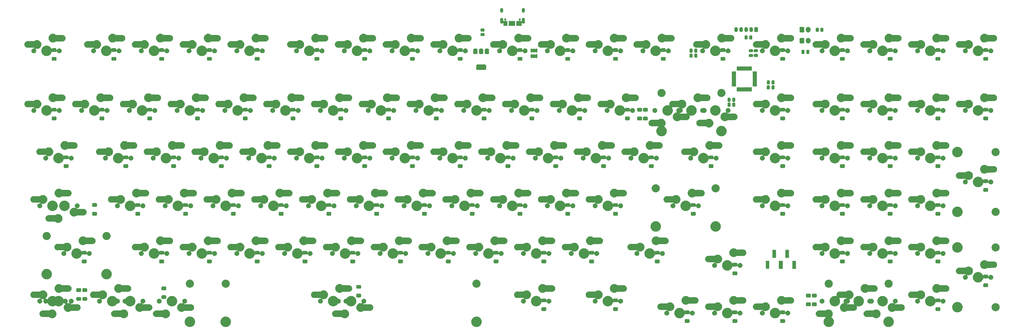
<source format=gbr>
G04 #@! TF.GenerationSoftware,KiCad,Pcbnew,8.99.0-946-gf00a1ab517*
G04 #@! TF.CreationDate,2024-05-15T19:48:55+07:00*
G04 #@! TF.ProjectId,austin,61757374-696e-42e6-9b69-6361645f7063,v2.2.6*
G04 #@! TF.SameCoordinates,PX1a96a400PY40d23d0*
G04 #@! TF.FileFunction,Soldermask,Bot*
G04 #@! TF.FilePolarity,Negative*
%FSLAX46Y46*%
G04 Gerber Fmt 4.6, Leading zero omitted, Abs format (unit mm)*
G04 Created by KiCad (PCBNEW 8.99.0-946-gf00a1ab517) date 2024-05-15 19:48:55*
%MOMM*%
%LPD*%
G01*
G04 APERTURE LIST*
G04 APERTURE END LIST*
G36*
X-264435301Y-146410565D02*
G01*
X-264338251Y-146410565D01*
X-264230172Y-146430768D01*
X-264122900Y-146441334D01*
X-264041406Y-146466055D01*
X-263958521Y-146481549D01*
X-263843729Y-146526019D01*
X-263730099Y-146560489D01*
X-263665174Y-146595192D01*
X-263598306Y-146621097D01*
X-263482121Y-146693035D01*
X-263368091Y-146753986D01*
X-263320181Y-146793305D01*
X-263269867Y-146824458D01*
X-263158384Y-146926088D01*
X-263050789Y-147014389D01*
X-263018906Y-147053239D01*
X-262984387Y-147084707D01*
X-262884176Y-147217407D01*
X-262790386Y-147331691D01*
X-262772250Y-147365621D01*
X-262751585Y-147392986D01*
X-262669364Y-147558109D01*
X-262596889Y-147693699D01*
X-262589160Y-147719178D01*
X-262579396Y-147738787D01*
X-262521725Y-147941484D01*
X-262477734Y-148086500D01*
X-262476289Y-148101174D01*
X-262473680Y-148110343D01*
X-262446559Y-148403024D01*
X-262437500Y-148495000D01*
X-262446560Y-148586978D01*
X-262473680Y-148879656D01*
X-262476289Y-148888824D01*
X-262477734Y-148903500D01*
X-262521729Y-149048531D01*
X-262579396Y-149251212D01*
X-262589160Y-149270818D01*
X-262596889Y-149296301D01*
X-262669371Y-149431904D01*
X-262751585Y-149597013D01*
X-262772249Y-149624375D01*
X-262790386Y-149658309D01*
X-262884186Y-149772603D01*
X-262984387Y-149905292D01*
X-263018902Y-149936756D01*
X-263050789Y-149975611D01*
X-263158395Y-150063920D01*
X-263269867Y-150165541D01*
X-263320176Y-150196690D01*
X-263368091Y-150236014D01*
X-263482133Y-150296970D01*
X-263598306Y-150368902D01*
X-263665167Y-150394803D01*
X-263730099Y-150429511D01*
X-263843741Y-150463983D01*
X-263958521Y-150508450D01*
X-264041399Y-150523942D01*
X-264122900Y-150548666D01*
X-264230175Y-150559231D01*
X-264338251Y-150579435D01*
X-264435301Y-150579435D01*
X-264531400Y-150588900D01*
X-264627499Y-150579435D01*
X-264724549Y-150579435D01*
X-264832626Y-150559231D01*
X-264939900Y-150548666D01*
X-265021401Y-150523943D01*
X-265104280Y-150508450D01*
X-265219065Y-150463982D01*
X-265332701Y-150429511D01*
X-265397632Y-150394805D01*
X-265464495Y-150368902D01*
X-265580675Y-150296966D01*
X-265694709Y-150236014D01*
X-265742622Y-150196693D01*
X-265792934Y-150165541D01*
X-265904416Y-150063912D01*
X-266012011Y-149975611D01*
X-266043896Y-149936760D01*
X-266078414Y-149905292D01*
X-266178628Y-149772588D01*
X-266272414Y-149658309D01*
X-266290550Y-149624379D01*
X-266311216Y-149597013D01*
X-266393445Y-149431877D01*
X-266465911Y-149296301D01*
X-266473640Y-149270823D01*
X-266483405Y-149251212D01*
X-266541088Y-149048477D01*
X-266585066Y-148903500D01*
X-266586511Y-148888829D01*
X-266589121Y-148879656D01*
X-266616258Y-148586807D01*
X-266625300Y-148495000D01*
X-266616259Y-148403196D01*
X-266589121Y-148110343D01*
X-266586511Y-148101168D01*
X-266585066Y-148086500D01*
X-266541092Y-147941537D01*
X-266483405Y-147738787D01*
X-266473639Y-147719173D01*
X-266465911Y-147693699D01*
X-266393452Y-147558136D01*
X-266311216Y-147392986D01*
X-266290548Y-147365616D01*
X-266272414Y-147331691D01*
X-266178637Y-147217423D01*
X-266078414Y-147084707D01*
X-266043892Y-147053236D01*
X-266012011Y-147014389D01*
X-265904427Y-146926096D01*
X-265792934Y-146824458D01*
X-265742617Y-146793302D01*
X-265694709Y-146753986D01*
X-265580687Y-146693039D01*
X-265464495Y-146621097D01*
X-265397625Y-146595191D01*
X-265332701Y-146560489D01*
X-265219077Y-146526021D01*
X-265104280Y-146481549D01*
X-265021394Y-146466054D01*
X-264939900Y-146441334D01*
X-264832630Y-146430768D01*
X-264724549Y-146410565D01*
X-264627499Y-146410565D01*
X-264531400Y-146401100D01*
X-264435301Y-146410565D01*
G37*
G36*
X-164428901Y-146404065D02*
G01*
X-164331851Y-146404065D01*
X-164223772Y-146424268D01*
X-164116500Y-146434834D01*
X-164035006Y-146459555D01*
X-163952121Y-146475049D01*
X-163837329Y-146519519D01*
X-163723699Y-146553989D01*
X-163658774Y-146588692D01*
X-163591906Y-146614597D01*
X-163475721Y-146686535D01*
X-163361691Y-146747486D01*
X-163313781Y-146786805D01*
X-163263467Y-146817958D01*
X-163151984Y-146919588D01*
X-163044389Y-147007889D01*
X-163012506Y-147046739D01*
X-162977987Y-147078207D01*
X-162877776Y-147210907D01*
X-162783986Y-147325191D01*
X-162765850Y-147359121D01*
X-162745185Y-147386486D01*
X-162662964Y-147551609D01*
X-162590489Y-147687199D01*
X-162582760Y-147712678D01*
X-162572996Y-147732287D01*
X-162515325Y-147934984D01*
X-162471334Y-148080000D01*
X-162469889Y-148094674D01*
X-162467280Y-148103843D01*
X-162440159Y-148396524D01*
X-162431100Y-148488500D01*
X-162440160Y-148580478D01*
X-162467280Y-148873156D01*
X-162469889Y-148882324D01*
X-162471334Y-148897000D01*
X-162515329Y-149042031D01*
X-162572996Y-149244712D01*
X-162582760Y-149264318D01*
X-162590489Y-149289801D01*
X-162662971Y-149425404D01*
X-162745185Y-149590513D01*
X-162765849Y-149617875D01*
X-162783986Y-149651809D01*
X-162877781Y-149766097D01*
X-162977981Y-149898785D01*
X-162979127Y-149899830D01*
X-162981745Y-149902702D01*
X-163014080Y-149932178D01*
X-163044389Y-149969111D01*
X-163048266Y-149972292D01*
X-163050989Y-149975611D01*
X-163158591Y-150063917D01*
X-163270067Y-150165541D01*
X-163320376Y-150196690D01*
X-163368291Y-150236014D01*
X-163482333Y-150296970D01*
X-163598506Y-150368902D01*
X-163665367Y-150394803D01*
X-163730299Y-150429511D01*
X-163843941Y-150463983D01*
X-163958721Y-150508450D01*
X-164041599Y-150523942D01*
X-164123100Y-150548666D01*
X-164230375Y-150559231D01*
X-164338451Y-150579435D01*
X-164435501Y-150579435D01*
X-164531600Y-150588900D01*
X-164627699Y-150579435D01*
X-164724749Y-150579435D01*
X-164832826Y-150559231D01*
X-164940100Y-150548666D01*
X-165021601Y-150523943D01*
X-165104480Y-150508450D01*
X-165219265Y-150463982D01*
X-165332901Y-150429511D01*
X-165397832Y-150394805D01*
X-165464695Y-150368902D01*
X-165580875Y-150296966D01*
X-165694909Y-150236014D01*
X-165742822Y-150196693D01*
X-165793134Y-150165541D01*
X-165904616Y-150063912D01*
X-166012211Y-149975611D01*
X-166044096Y-149936760D01*
X-166078614Y-149905292D01*
X-166178828Y-149772588D01*
X-166272614Y-149658309D01*
X-166290750Y-149624379D01*
X-166311416Y-149597013D01*
X-166393645Y-149431877D01*
X-166466111Y-149296301D01*
X-166473840Y-149270823D01*
X-166483605Y-149251212D01*
X-166541288Y-149048477D01*
X-166585266Y-148903500D01*
X-166586711Y-148888829D01*
X-166589321Y-148879656D01*
X-166616458Y-148586807D01*
X-166625500Y-148495000D01*
X-166616459Y-148403196D01*
X-166589321Y-148110343D01*
X-166586711Y-148101168D01*
X-166585266Y-148086500D01*
X-166541292Y-147941537D01*
X-166483605Y-147738787D01*
X-166473839Y-147719173D01*
X-166466111Y-147693699D01*
X-166393652Y-147558136D01*
X-166311416Y-147392986D01*
X-166290748Y-147365616D01*
X-166272614Y-147331691D01*
X-166178837Y-147217423D01*
X-166078614Y-147084707D01*
X-166077478Y-147083672D01*
X-166074868Y-147080809D01*
X-166042518Y-147051317D01*
X-166012211Y-147014389D01*
X-166008335Y-147011207D01*
X-166005611Y-147007889D01*
X-165898026Y-146919595D01*
X-165786534Y-146817958D01*
X-165736217Y-146786802D01*
X-165688309Y-146747486D01*
X-165574287Y-146686539D01*
X-165458095Y-146614597D01*
X-165391225Y-146588691D01*
X-165326301Y-146553989D01*
X-165212677Y-146519521D01*
X-165097880Y-146475049D01*
X-165014994Y-146459554D01*
X-164933500Y-146434834D01*
X-164826230Y-146424268D01*
X-164718149Y-146404065D01*
X-164621099Y-146404065D01*
X-164525000Y-146394600D01*
X-164428901Y-146404065D01*
G37*
G36*
X-23649220Y-143655651D02*
G01*
X-23315000Y-143804456D01*
X-23019021Y-144019497D01*
X-22774220Y-144291376D01*
X-22591295Y-144608211D01*
X-22478242Y-144956155D01*
X-22440000Y-145320000D01*
X-22478242Y-145683845D01*
X-22591295Y-146031789D01*
X-22774220Y-146348624D01*
X-22998533Y-146597748D01*
X-22982567Y-146709688D01*
X-22899692Y-146753986D01*
X-22851779Y-146793307D01*
X-22801466Y-146824460D01*
X-22689986Y-146926087D01*
X-22582390Y-147014389D01*
X-22550507Y-147053239D01*
X-22515988Y-147084707D01*
X-22415777Y-147217407D01*
X-22321987Y-147331691D01*
X-22303851Y-147365621D01*
X-22283186Y-147392986D01*
X-22200965Y-147558109D01*
X-22128490Y-147693699D01*
X-22120761Y-147719178D01*
X-22110997Y-147738787D01*
X-22053326Y-147941484D01*
X-22009335Y-148086500D01*
X-22007890Y-148101174D01*
X-22005281Y-148110343D01*
X-21978160Y-148403024D01*
X-21969101Y-148495000D01*
X-21978161Y-148586978D01*
X-22005281Y-148879656D01*
X-22007890Y-148888824D01*
X-22009335Y-148903500D01*
X-22053330Y-149048531D01*
X-22110997Y-149251212D01*
X-22120761Y-149270818D01*
X-22128490Y-149296301D01*
X-22200972Y-149431904D01*
X-22283186Y-149597013D01*
X-22303850Y-149624375D01*
X-22321987Y-149658309D01*
X-22415787Y-149772603D01*
X-22515988Y-149905292D01*
X-22550503Y-149936756D01*
X-22582390Y-149975611D01*
X-22689996Y-150063920D01*
X-22801468Y-150165541D01*
X-22851777Y-150196690D01*
X-22899692Y-150236014D01*
X-23013734Y-150296970D01*
X-23129907Y-150368902D01*
X-23196768Y-150394803D01*
X-23261700Y-150429511D01*
X-23375342Y-150463983D01*
X-23490122Y-150508450D01*
X-23573000Y-150523942D01*
X-23654501Y-150548666D01*
X-23761776Y-150559231D01*
X-23869852Y-150579435D01*
X-23966902Y-150579435D01*
X-24063001Y-150588900D01*
X-24159100Y-150579435D01*
X-24256150Y-150579435D01*
X-24364227Y-150559231D01*
X-24471501Y-150548666D01*
X-24553002Y-150523943D01*
X-24635881Y-150508450D01*
X-24750666Y-150463982D01*
X-24864302Y-150429511D01*
X-24929233Y-150394805D01*
X-24996096Y-150368902D01*
X-25112276Y-150296966D01*
X-25226310Y-150236014D01*
X-25274223Y-150196693D01*
X-25324535Y-150165541D01*
X-25436017Y-150063912D01*
X-25543612Y-149975611D01*
X-25575497Y-149936760D01*
X-25610015Y-149905292D01*
X-25710229Y-149772588D01*
X-25804015Y-149658309D01*
X-25822151Y-149624379D01*
X-25842817Y-149597013D01*
X-25925046Y-149431877D01*
X-25997512Y-149296301D01*
X-26005241Y-149270823D01*
X-26015006Y-149251212D01*
X-26072689Y-149048477D01*
X-26116667Y-148903500D01*
X-26118112Y-148888829D01*
X-26120722Y-148879656D01*
X-26147859Y-148586807D01*
X-26156901Y-148495000D01*
X-26147860Y-148403196D01*
X-26120722Y-148110343D01*
X-26118112Y-148101168D01*
X-26116667Y-148086500D01*
X-26072693Y-147941537D01*
X-26015006Y-147738787D01*
X-26005240Y-147719173D01*
X-25997512Y-147693699D01*
X-25925053Y-147558136D01*
X-25842817Y-147392986D01*
X-25822149Y-147365616D01*
X-25804015Y-147331691D01*
X-25710238Y-147217423D01*
X-25610015Y-147084707D01*
X-25575494Y-147053236D01*
X-25543612Y-147014389D01*
X-25436026Y-146926095D01*
X-25285152Y-146788556D01*
X-25291684Y-146670849D01*
X-25360979Y-146620503D01*
X-25383424Y-146595576D01*
X-25429574Y-146575087D01*
X-27945000Y-146580000D01*
X-28072912Y-146573716D01*
X-28323822Y-146523807D01*
X-28560173Y-146425907D01*
X-28772883Y-146283779D01*
X-28953779Y-146102883D01*
X-29095907Y-145890173D01*
X-29193807Y-145653822D01*
X-29243716Y-145402912D01*
X-29243716Y-145147088D01*
X-29193807Y-144896178D01*
X-29095907Y-144659827D01*
X-28953779Y-144447117D01*
X-28772883Y-144266221D01*
X-28560173Y-144124093D01*
X-28323822Y-144026193D01*
X-28072912Y-143976284D01*
X-25313458Y-143970895D01*
X-25278308Y-143959432D01*
X-25065000Y-143804456D01*
X-24730780Y-143655651D01*
X-24372925Y-143579587D01*
X-24007075Y-143579587D01*
X-23649220Y-143655651D01*
G37*
G36*
X-90902Y-146410565D02*
G01*
X6148Y-146410565D01*
X114227Y-146430768D01*
X221499Y-146441334D01*
X302993Y-146466055D01*
X385878Y-146481549D01*
X500670Y-146526019D01*
X614300Y-146560489D01*
X679225Y-146595192D01*
X746093Y-146621097D01*
X862278Y-146693035D01*
X976308Y-146753986D01*
X1024218Y-146793305D01*
X1074532Y-146824458D01*
X1186015Y-146926088D01*
X1293610Y-147014389D01*
X1325493Y-147053239D01*
X1360012Y-147084707D01*
X1460223Y-147217407D01*
X1554013Y-147331691D01*
X1572149Y-147365621D01*
X1592814Y-147392986D01*
X1675035Y-147558109D01*
X1747510Y-147693699D01*
X1755239Y-147719178D01*
X1765003Y-147738787D01*
X1822674Y-147941484D01*
X1866665Y-148086500D01*
X1868110Y-148101174D01*
X1870719Y-148110343D01*
X1897840Y-148403024D01*
X1906899Y-148495000D01*
X1897839Y-148586978D01*
X1870719Y-148879656D01*
X1868110Y-148888824D01*
X1866665Y-148903500D01*
X1822670Y-149048531D01*
X1765003Y-149251212D01*
X1755239Y-149270818D01*
X1747510Y-149296301D01*
X1675028Y-149431904D01*
X1592814Y-149597013D01*
X1572150Y-149624375D01*
X1554013Y-149658309D01*
X1460213Y-149772603D01*
X1360012Y-149905292D01*
X1325497Y-149936756D01*
X1293610Y-149975611D01*
X1186004Y-150063920D01*
X1074532Y-150165541D01*
X1024223Y-150196690D01*
X976308Y-150236014D01*
X862266Y-150296970D01*
X746093Y-150368902D01*
X679232Y-150394803D01*
X614300Y-150429511D01*
X500658Y-150463983D01*
X385878Y-150508450D01*
X303000Y-150523942D01*
X221499Y-150548666D01*
X114224Y-150559231D01*
X6148Y-150579435D01*
X-90902Y-150579435D01*
X-187001Y-150588900D01*
X-283100Y-150579435D01*
X-380150Y-150579435D01*
X-488227Y-150559231D01*
X-595501Y-150548666D01*
X-677002Y-150523943D01*
X-759881Y-150508450D01*
X-874666Y-150463982D01*
X-988302Y-150429511D01*
X-1053233Y-150394805D01*
X-1120096Y-150368902D01*
X-1236276Y-150296966D01*
X-1350310Y-150236014D01*
X-1398223Y-150196693D01*
X-1448535Y-150165541D01*
X-1560017Y-150063912D01*
X-1667612Y-149975611D01*
X-1699497Y-149936760D01*
X-1734015Y-149905292D01*
X-1834229Y-149772588D01*
X-1928015Y-149658309D01*
X-1946151Y-149624379D01*
X-1966817Y-149597013D01*
X-2049046Y-149431877D01*
X-2121512Y-149296301D01*
X-2129241Y-149270823D01*
X-2139006Y-149251212D01*
X-2196689Y-149048477D01*
X-2240667Y-148903500D01*
X-2242112Y-148888829D01*
X-2244722Y-148879656D01*
X-2271859Y-148586807D01*
X-2280901Y-148495000D01*
X-2271860Y-148403196D01*
X-2244722Y-148110343D01*
X-2242112Y-148101168D01*
X-2240667Y-148086500D01*
X-2196693Y-147941537D01*
X-2139006Y-147738787D01*
X-2129240Y-147719173D01*
X-2121512Y-147693699D01*
X-2049053Y-147558136D01*
X-1966817Y-147392986D01*
X-1946149Y-147365616D01*
X-1928015Y-147331691D01*
X-1834238Y-147217423D01*
X-1734015Y-147084707D01*
X-1699493Y-147053236D01*
X-1667612Y-147014389D01*
X-1560028Y-146926096D01*
X-1448535Y-146824458D01*
X-1398218Y-146793302D01*
X-1350310Y-146753986D01*
X-1236288Y-146693039D01*
X-1120096Y-146621097D01*
X-1053226Y-146595191D01*
X-988302Y-146560489D01*
X-874678Y-146526021D01*
X-759881Y-146481549D01*
X-676995Y-146466054D01*
X-595501Y-146441334D01*
X-488231Y-146430768D01*
X-380150Y-146410565D01*
X-283100Y-146410565D01*
X-187001Y-146401100D01*
X-90902Y-146410565D01*
G37*
G36*
X-278728901Y-146404065D02*
G01*
X-278631851Y-146404065D01*
X-278523772Y-146424268D01*
X-278416500Y-146434834D01*
X-278335006Y-146459555D01*
X-278252121Y-146475049D01*
X-278137329Y-146519519D01*
X-278023699Y-146553989D01*
X-277958774Y-146588692D01*
X-277891906Y-146614597D01*
X-277775721Y-146686535D01*
X-277661691Y-146747486D01*
X-277613781Y-146786805D01*
X-277563467Y-146817958D01*
X-277451984Y-146919588D01*
X-277344389Y-147007889D01*
X-277312506Y-147046739D01*
X-277277987Y-147078207D01*
X-277177776Y-147210907D01*
X-277083986Y-147325191D01*
X-277065850Y-147359121D01*
X-277045185Y-147386486D01*
X-276962964Y-147551609D01*
X-276890489Y-147687199D01*
X-276882760Y-147712678D01*
X-276872996Y-147732287D01*
X-276815325Y-147934984D01*
X-276771334Y-148080000D01*
X-276769889Y-148094674D01*
X-276767280Y-148103843D01*
X-276740159Y-148396524D01*
X-276731100Y-148488500D01*
X-276740160Y-148580478D01*
X-276767280Y-148873156D01*
X-276769889Y-148882324D01*
X-276771334Y-148897000D01*
X-276815329Y-149042031D01*
X-276872996Y-149244712D01*
X-276882760Y-149264318D01*
X-276890489Y-149289801D01*
X-276962971Y-149425404D01*
X-277045185Y-149590513D01*
X-277065849Y-149617875D01*
X-277083986Y-149651809D01*
X-277177786Y-149766103D01*
X-277277987Y-149898792D01*
X-277312502Y-149930256D01*
X-277344389Y-149969111D01*
X-277451995Y-150057420D01*
X-277563467Y-150159041D01*
X-277613776Y-150190190D01*
X-277661691Y-150229514D01*
X-277775733Y-150290470D01*
X-277891906Y-150362402D01*
X-277958767Y-150388303D01*
X-278023699Y-150423011D01*
X-278137341Y-150457483D01*
X-278252121Y-150501950D01*
X-278334999Y-150517442D01*
X-278416500Y-150542166D01*
X-278523775Y-150552731D01*
X-278631851Y-150572935D01*
X-278728901Y-150572935D01*
X-278825000Y-150582400D01*
X-278921099Y-150572935D01*
X-279018149Y-150572935D01*
X-279126226Y-150552731D01*
X-279233500Y-150542166D01*
X-279315001Y-150517443D01*
X-279397880Y-150501950D01*
X-279512665Y-150457482D01*
X-279626301Y-150423011D01*
X-279691232Y-150388305D01*
X-279758095Y-150362402D01*
X-279874275Y-150290466D01*
X-279988309Y-150229514D01*
X-280036222Y-150190193D01*
X-280086534Y-150159041D01*
X-280198016Y-150057412D01*
X-280305611Y-149969111D01*
X-280337496Y-149930260D01*
X-280372014Y-149898792D01*
X-280472228Y-149766088D01*
X-280566014Y-149651809D01*
X-280584150Y-149617879D01*
X-280604816Y-149590513D01*
X-280687045Y-149425377D01*
X-280759511Y-149289801D01*
X-280767240Y-149264323D01*
X-280777005Y-149244712D01*
X-280834688Y-149041977D01*
X-280878666Y-148897000D01*
X-280880111Y-148882329D01*
X-280882721Y-148873156D01*
X-280909858Y-148580307D01*
X-280918900Y-148488500D01*
X-280909859Y-148396696D01*
X-280882721Y-148103843D01*
X-280880111Y-148094668D01*
X-280878666Y-148080000D01*
X-280834692Y-147935037D01*
X-280777005Y-147732287D01*
X-280767239Y-147712673D01*
X-280759511Y-147687199D01*
X-280687052Y-147551636D01*
X-280604816Y-147386486D01*
X-280584148Y-147359116D01*
X-280566014Y-147325191D01*
X-280472237Y-147210923D01*
X-280372014Y-147078207D01*
X-280337492Y-147046736D01*
X-280305611Y-147007889D01*
X-280198027Y-146919596D01*
X-280086534Y-146817958D01*
X-280036217Y-146786802D01*
X-279988309Y-146747486D01*
X-279874287Y-146686539D01*
X-279758095Y-146614597D01*
X-279691225Y-146588691D01*
X-279626301Y-146553989D01*
X-279512677Y-146519521D01*
X-279397880Y-146475049D01*
X-279314994Y-146459554D01*
X-279233500Y-146434834D01*
X-279126230Y-146424268D01*
X-279018149Y-146404065D01*
X-278921099Y-146404065D01*
X-278825000Y-146394600D01*
X-278728901Y-146404065D01*
G37*
G36*
X-79798561Y-147467642D02*
G01*
X-79685013Y-147543513D01*
X-79609142Y-147657061D01*
X-79582500Y-147791000D01*
X-79582500Y-148591000D01*
X-79609142Y-148724939D01*
X-79685013Y-148838487D01*
X-79798561Y-148914358D01*
X-79932500Y-148941000D01*
X-81132500Y-148941000D01*
X-81266439Y-148914358D01*
X-81379987Y-148838487D01*
X-81455858Y-148724939D01*
X-81482500Y-148591000D01*
X-81482500Y-147791000D01*
X-81455858Y-147657061D01*
X-81379987Y-147543513D01*
X-81266439Y-147467642D01*
X-81132500Y-147441000D01*
X-79932500Y-147441000D01*
X-79798561Y-147467642D01*
G37*
G36*
X-60748561Y-147467642D02*
G01*
X-60635013Y-147543513D01*
X-60559142Y-147657061D01*
X-60532500Y-147791000D01*
X-60532500Y-148591000D01*
X-60559142Y-148724939D01*
X-60635013Y-148838487D01*
X-60748561Y-148914358D01*
X-60882500Y-148941000D01*
X-62082500Y-148941000D01*
X-62216439Y-148914358D01*
X-62329987Y-148838487D01*
X-62405858Y-148724939D01*
X-62432500Y-148591000D01*
X-62432500Y-147791000D01*
X-62405858Y-147657061D01*
X-62329987Y-147543513D01*
X-62216439Y-147467642D01*
X-62082500Y-147441000D01*
X-60882500Y-147441000D01*
X-60748561Y-147467642D01*
G37*
G36*
X-41698561Y-147467642D02*
G01*
X-41585013Y-147543513D01*
X-41509142Y-147657061D01*
X-41482500Y-147791000D01*
X-41482500Y-148591000D01*
X-41509142Y-148724939D01*
X-41585013Y-148838487D01*
X-41698561Y-148914358D01*
X-41832500Y-148941000D01*
X-43032500Y-148941000D01*
X-43166439Y-148914358D01*
X-43279987Y-148838487D01*
X-43355858Y-148724939D01*
X-43382500Y-148591000D01*
X-43382500Y-147791000D01*
X-43355858Y-147657061D01*
X-43279987Y-147543513D01*
X-43166439Y-147467642D01*
X-43032500Y-147441000D01*
X-41832500Y-147441000D01*
X-41698561Y-147467642D01*
G37*
G36*
X-83466401Y-142918065D02*
G01*
X-83369351Y-142918065D01*
X-83261272Y-142938268D01*
X-83154000Y-142948834D01*
X-83072506Y-142973555D01*
X-82989621Y-142989049D01*
X-82874829Y-143033519D01*
X-82761199Y-143067989D01*
X-82696274Y-143102692D01*
X-82629406Y-143128597D01*
X-82513221Y-143200535D01*
X-82399191Y-143261486D01*
X-82351281Y-143300805D01*
X-82300967Y-143331958D01*
X-82189484Y-143433588D01*
X-82081889Y-143521889D01*
X-82050006Y-143560739D01*
X-82015487Y-143592207D01*
X-81915276Y-143724907D01*
X-81821486Y-143839191D01*
X-81803350Y-143873121D01*
X-81782688Y-143900482D01*
X-81700475Y-144065587D01*
X-81627989Y-144201199D01*
X-81627725Y-144202071D01*
X-81488945Y-144210900D01*
X-81457082Y-144163213D01*
X-81455858Y-144157061D01*
X-81379987Y-144043513D01*
X-81266439Y-143967642D01*
X-81132500Y-143941000D01*
X-79932500Y-143941000D01*
X-79798561Y-143967642D01*
X-79685013Y-144043513D01*
X-79609142Y-144157061D01*
X-79582500Y-144291000D01*
X-79582500Y-144609102D01*
X-79382007Y-144648983D01*
X-79373503Y-144630362D01*
X-79325941Y-144515539D01*
X-79313895Y-144499840D01*
X-79302722Y-144475375D01*
X-79236325Y-144398748D01*
X-79171167Y-144313833D01*
X-79146036Y-144294548D01*
X-79120989Y-144265644D01*
X-79043287Y-144215707D01*
X-78969460Y-144159059D01*
X-78929174Y-144142371D01*
X-78887530Y-144115609D01*
X-78808638Y-144092444D01*
X-78734572Y-144061765D01*
X-78679432Y-144054505D01*
X-78621257Y-144037424D01*
X-78549684Y-144037424D01*
X-78482500Y-144028579D01*
X-78415316Y-144037424D01*
X-78343743Y-144037424D01*
X-78285568Y-144054505D01*
X-78230429Y-144061765D01*
X-78156364Y-144092443D01*
X-78077470Y-144115609D01*
X-78035828Y-144142371D01*
X-77995539Y-144159059D01*
X-77921709Y-144215710D01*
X-77844011Y-144265644D01*
X-77818966Y-144294547D01*
X-77793834Y-144313832D01*
X-77728683Y-144398739D01*
X-77662278Y-144475375D01*
X-77651103Y-144499845D01*
X-77639060Y-144515540D01*
X-77591514Y-144630327D01*
X-77546994Y-144727811D01*
X-77544793Y-144743120D01*
X-77541766Y-144750428D01*
X-77520308Y-144913422D01*
X-77507500Y-145002500D01*
X-77520308Y-145091581D01*
X-77541766Y-145254571D01*
X-77544793Y-145261877D01*
X-77546994Y-145277189D01*
X-77591514Y-145374672D01*
X-77639060Y-145489461D01*
X-77651104Y-145505156D01*
X-77662278Y-145529625D01*
X-77728688Y-145606265D01*
X-77793834Y-145691166D01*
X-77818961Y-145710446D01*
X-77844011Y-145739356D01*
X-77921720Y-145789296D01*
X-77995539Y-145845940D01*
X-78035823Y-145862626D01*
X-78077470Y-145889391D01*
X-78156372Y-145912558D01*
X-78230429Y-145943234D01*
X-78285562Y-145950492D01*
X-78343743Y-145967576D01*
X-78415324Y-145967576D01*
X-78482500Y-145976420D01*
X-78549677Y-145967576D01*
X-78621257Y-145967576D01*
X-78679438Y-145950492D01*
X-78734572Y-145943234D01*
X-78808632Y-145912557D01*
X-78887530Y-145889391D01*
X-78929176Y-145862627D01*
X-78969462Y-145845940D01*
X-79043287Y-145789292D01*
X-79120989Y-145739356D01*
X-79146038Y-145710448D01*
X-79171167Y-145691166D01*
X-79236322Y-145606255D01*
X-79302722Y-145529625D01*
X-79313895Y-145505159D01*
X-79325941Y-145489461D01*
X-79373496Y-145374652D01*
X-79418006Y-145277189D01*
X-79420208Y-145261880D01*
X-79442239Y-145208690D01*
X-79591361Y-145194003D01*
X-79607918Y-145218781D01*
X-79609142Y-145224939D01*
X-79685013Y-145338487D01*
X-79798561Y-145414358D01*
X-79932500Y-145441000D01*
X-81132500Y-145441000D01*
X-81266439Y-145414358D01*
X-81379987Y-145338487D01*
X-81383042Y-145333916D01*
X-81502083Y-145377677D01*
X-81507389Y-145396324D01*
X-81508834Y-145411000D01*
X-81552833Y-145556044D01*
X-81610496Y-145758710D01*
X-81620258Y-145778313D01*
X-81627989Y-145803801D01*
X-81700478Y-145939417D01*
X-81782685Y-146104513D01*
X-81803349Y-146131875D01*
X-81821486Y-146165809D01*
X-81915286Y-146280103D01*
X-82015487Y-146412792D01*
X-82050002Y-146444256D01*
X-82081889Y-146483111D01*
X-82189495Y-146571420D01*
X-82300967Y-146673041D01*
X-82351276Y-146704190D01*
X-82399191Y-146743514D01*
X-82513233Y-146804470D01*
X-82629406Y-146876402D01*
X-82696267Y-146902303D01*
X-82761199Y-146937011D01*
X-82874841Y-146971483D01*
X-82989621Y-147015950D01*
X-83072499Y-147031442D01*
X-83154000Y-147056166D01*
X-83261275Y-147066731D01*
X-83369351Y-147086935D01*
X-83466401Y-147086935D01*
X-83562500Y-147096400D01*
X-83658599Y-147086935D01*
X-83755649Y-147086935D01*
X-83863726Y-147066731D01*
X-83971000Y-147056166D01*
X-84052501Y-147031443D01*
X-84135380Y-147015950D01*
X-84250165Y-146971482D01*
X-84363801Y-146937011D01*
X-84428732Y-146902305D01*
X-84495595Y-146876402D01*
X-84611775Y-146804466D01*
X-84725809Y-146743514D01*
X-84773722Y-146704193D01*
X-84824034Y-146673041D01*
X-84935516Y-146571412D01*
X-85043111Y-146483111D01*
X-85074996Y-146444260D01*
X-85109514Y-146412792D01*
X-85209728Y-146280088D01*
X-85303514Y-146165809D01*
X-85321650Y-146131879D01*
X-85342316Y-146104513D01*
X-85424545Y-145939377D01*
X-85497011Y-145803801D01*
X-85504740Y-145778323D01*
X-85514505Y-145758712D01*
X-85572188Y-145555977D01*
X-85616166Y-145411000D01*
X-85617611Y-145396329D01*
X-85620221Y-145387156D01*
X-85647358Y-145094307D01*
X-85656400Y-145002500D01*
X-85647359Y-144910696D01*
X-85620221Y-144617843D01*
X-85617611Y-144608668D01*
X-85616166Y-144594000D01*
X-85572192Y-144449037D01*
X-85514505Y-144246287D01*
X-85504739Y-144226673D01*
X-85497011Y-144201199D01*
X-85424552Y-144065636D01*
X-85342316Y-143900486D01*
X-85321648Y-143873116D01*
X-85303514Y-143839191D01*
X-85209737Y-143724923D01*
X-85109514Y-143592207D01*
X-85074992Y-143560736D01*
X-85043111Y-143521889D01*
X-84935527Y-143433596D01*
X-84824034Y-143331958D01*
X-84773717Y-143300802D01*
X-84725809Y-143261486D01*
X-84611787Y-143200539D01*
X-84495595Y-143128597D01*
X-84428725Y-143102691D01*
X-84363801Y-143067989D01*
X-84250177Y-143033521D01*
X-84135380Y-142989049D01*
X-84052494Y-142973554D01*
X-83971000Y-142948834D01*
X-83863730Y-142938268D01*
X-83755649Y-142918065D01*
X-83658599Y-142918065D01*
X-83562500Y-142908600D01*
X-83466401Y-142918065D01*
G37*
G36*
X-64416401Y-142918065D02*
G01*
X-64319351Y-142918065D01*
X-64211272Y-142938268D01*
X-64104000Y-142948834D01*
X-64022506Y-142973555D01*
X-63939621Y-142989049D01*
X-63824829Y-143033519D01*
X-63711199Y-143067989D01*
X-63646274Y-143102692D01*
X-63579406Y-143128597D01*
X-63463221Y-143200535D01*
X-63349191Y-143261486D01*
X-63301281Y-143300805D01*
X-63250967Y-143331958D01*
X-63139484Y-143433588D01*
X-63031889Y-143521889D01*
X-63000006Y-143560739D01*
X-62965487Y-143592207D01*
X-62865276Y-143724907D01*
X-62771486Y-143839191D01*
X-62753350Y-143873121D01*
X-62732688Y-143900482D01*
X-62650475Y-144065587D01*
X-62577989Y-144201199D01*
X-62577725Y-144202071D01*
X-62438945Y-144210900D01*
X-62407082Y-144163213D01*
X-62405858Y-144157061D01*
X-62329987Y-144043513D01*
X-62216439Y-143967642D01*
X-62082500Y-143941000D01*
X-60882500Y-143941000D01*
X-60748561Y-143967642D01*
X-60635013Y-144043513D01*
X-60559142Y-144157061D01*
X-60532500Y-144291000D01*
X-60532500Y-144609102D01*
X-60332007Y-144648983D01*
X-60323503Y-144630362D01*
X-60275941Y-144515539D01*
X-60263895Y-144499840D01*
X-60252722Y-144475375D01*
X-60186325Y-144398748D01*
X-60121167Y-144313833D01*
X-60096036Y-144294548D01*
X-60070989Y-144265644D01*
X-59993287Y-144215707D01*
X-59919460Y-144159059D01*
X-59879174Y-144142371D01*
X-59837530Y-144115609D01*
X-59758638Y-144092444D01*
X-59684572Y-144061765D01*
X-59629432Y-144054505D01*
X-59571257Y-144037424D01*
X-59499684Y-144037424D01*
X-59432500Y-144028579D01*
X-59365316Y-144037424D01*
X-59293743Y-144037424D01*
X-59235568Y-144054505D01*
X-59180429Y-144061765D01*
X-59106364Y-144092443D01*
X-59027470Y-144115609D01*
X-58985828Y-144142371D01*
X-58945539Y-144159059D01*
X-58871709Y-144215710D01*
X-58794011Y-144265644D01*
X-58768966Y-144294547D01*
X-58743834Y-144313832D01*
X-58678683Y-144398739D01*
X-58612278Y-144475375D01*
X-58601103Y-144499845D01*
X-58589060Y-144515540D01*
X-58541514Y-144630327D01*
X-58496994Y-144727811D01*
X-58494793Y-144743120D01*
X-58491766Y-144750428D01*
X-58470308Y-144913422D01*
X-58457500Y-145002500D01*
X-58470308Y-145091581D01*
X-58491766Y-145254571D01*
X-58494793Y-145261877D01*
X-58496994Y-145277189D01*
X-58541514Y-145374672D01*
X-58589060Y-145489461D01*
X-58601104Y-145505156D01*
X-58612278Y-145529625D01*
X-58678688Y-145606265D01*
X-58743834Y-145691166D01*
X-58768961Y-145710446D01*
X-58794011Y-145739356D01*
X-58871720Y-145789296D01*
X-58945539Y-145845940D01*
X-58985823Y-145862626D01*
X-59027470Y-145889391D01*
X-59106372Y-145912558D01*
X-59180429Y-145943234D01*
X-59235562Y-145950492D01*
X-59293743Y-145967576D01*
X-59365324Y-145967576D01*
X-59432500Y-145976420D01*
X-59499677Y-145967576D01*
X-59571257Y-145967576D01*
X-59629438Y-145950492D01*
X-59684572Y-145943234D01*
X-59758632Y-145912557D01*
X-59837530Y-145889391D01*
X-59879176Y-145862627D01*
X-59919462Y-145845940D01*
X-59993287Y-145789292D01*
X-60070989Y-145739356D01*
X-60096038Y-145710448D01*
X-60121167Y-145691166D01*
X-60186322Y-145606255D01*
X-60252722Y-145529625D01*
X-60263895Y-145505159D01*
X-60275941Y-145489461D01*
X-60323496Y-145374652D01*
X-60368006Y-145277189D01*
X-60370208Y-145261880D01*
X-60392239Y-145208690D01*
X-60541361Y-145194003D01*
X-60557918Y-145218781D01*
X-60559142Y-145224939D01*
X-60635013Y-145338487D01*
X-60748561Y-145414358D01*
X-60882500Y-145441000D01*
X-62082500Y-145441000D01*
X-62216439Y-145414358D01*
X-62329987Y-145338487D01*
X-62333042Y-145333916D01*
X-62452083Y-145377677D01*
X-62457389Y-145396324D01*
X-62458834Y-145411000D01*
X-62502833Y-145556044D01*
X-62560496Y-145758710D01*
X-62570258Y-145778313D01*
X-62577989Y-145803801D01*
X-62650478Y-145939417D01*
X-62732685Y-146104513D01*
X-62753349Y-146131875D01*
X-62771486Y-146165809D01*
X-62865286Y-146280103D01*
X-62965487Y-146412792D01*
X-63000002Y-146444256D01*
X-63031889Y-146483111D01*
X-63139495Y-146571420D01*
X-63250967Y-146673041D01*
X-63301276Y-146704190D01*
X-63349191Y-146743514D01*
X-63463233Y-146804470D01*
X-63579406Y-146876402D01*
X-63646267Y-146902303D01*
X-63711199Y-146937011D01*
X-63824841Y-146971483D01*
X-63939621Y-147015950D01*
X-64022499Y-147031442D01*
X-64104000Y-147056166D01*
X-64211275Y-147066731D01*
X-64319351Y-147086935D01*
X-64416401Y-147086935D01*
X-64512500Y-147096400D01*
X-64608599Y-147086935D01*
X-64705649Y-147086935D01*
X-64813726Y-147066731D01*
X-64921000Y-147056166D01*
X-65002501Y-147031443D01*
X-65085380Y-147015950D01*
X-65200165Y-146971482D01*
X-65313801Y-146937011D01*
X-65378732Y-146902305D01*
X-65445595Y-146876402D01*
X-65561775Y-146804466D01*
X-65675809Y-146743514D01*
X-65723722Y-146704193D01*
X-65774034Y-146673041D01*
X-65885516Y-146571412D01*
X-65993111Y-146483111D01*
X-66024996Y-146444260D01*
X-66059514Y-146412792D01*
X-66159728Y-146280088D01*
X-66253514Y-146165809D01*
X-66271650Y-146131879D01*
X-66292316Y-146104513D01*
X-66374545Y-145939377D01*
X-66447011Y-145803801D01*
X-66454740Y-145778323D01*
X-66464505Y-145758712D01*
X-66522188Y-145555977D01*
X-66566166Y-145411000D01*
X-66567611Y-145396329D01*
X-66570221Y-145387156D01*
X-66597358Y-145094307D01*
X-66606400Y-145002500D01*
X-66597359Y-144910696D01*
X-66570221Y-144617843D01*
X-66567611Y-144608668D01*
X-66566166Y-144594000D01*
X-66522192Y-144449037D01*
X-66464505Y-144246287D01*
X-66454739Y-144226673D01*
X-66447011Y-144201199D01*
X-66374552Y-144065636D01*
X-66292316Y-143900486D01*
X-66271648Y-143873116D01*
X-66253514Y-143839191D01*
X-66159737Y-143724923D01*
X-66059514Y-143592207D01*
X-66024992Y-143560736D01*
X-65993111Y-143521889D01*
X-65885527Y-143433596D01*
X-65774034Y-143331958D01*
X-65723717Y-143300802D01*
X-65675809Y-143261486D01*
X-65561787Y-143200539D01*
X-65445595Y-143128597D01*
X-65378725Y-143102691D01*
X-65313801Y-143067989D01*
X-65200177Y-143033521D01*
X-65085380Y-142989049D01*
X-65002494Y-142973554D01*
X-64921000Y-142948834D01*
X-64813730Y-142938268D01*
X-64705649Y-142918065D01*
X-64608599Y-142918065D01*
X-64512500Y-142908600D01*
X-64416401Y-142918065D01*
G37*
G36*
X-45366401Y-142918065D02*
G01*
X-45269351Y-142918065D01*
X-45161272Y-142938268D01*
X-45054000Y-142948834D01*
X-44972506Y-142973555D01*
X-44889621Y-142989049D01*
X-44774829Y-143033519D01*
X-44661199Y-143067989D01*
X-44596274Y-143102692D01*
X-44529406Y-143128597D01*
X-44413221Y-143200535D01*
X-44299191Y-143261486D01*
X-44251281Y-143300805D01*
X-44200967Y-143331958D01*
X-44089484Y-143433588D01*
X-43981889Y-143521889D01*
X-43950006Y-143560739D01*
X-43915487Y-143592207D01*
X-43815276Y-143724907D01*
X-43721486Y-143839191D01*
X-43703350Y-143873121D01*
X-43682688Y-143900482D01*
X-43600475Y-144065587D01*
X-43527989Y-144201199D01*
X-43527725Y-144202071D01*
X-43388945Y-144210900D01*
X-43357082Y-144163213D01*
X-43355858Y-144157061D01*
X-43279987Y-144043513D01*
X-43166439Y-143967642D01*
X-43032500Y-143941000D01*
X-41832500Y-143941000D01*
X-41698561Y-143967642D01*
X-41585013Y-144043513D01*
X-41509142Y-144157061D01*
X-41482500Y-144291000D01*
X-41482500Y-144609102D01*
X-41282007Y-144648983D01*
X-41273503Y-144630362D01*
X-41225941Y-144515539D01*
X-41213895Y-144499840D01*
X-41202722Y-144475375D01*
X-41136325Y-144398748D01*
X-41071167Y-144313833D01*
X-41046036Y-144294548D01*
X-41020989Y-144265644D01*
X-40943287Y-144215707D01*
X-40869460Y-144159059D01*
X-40829174Y-144142371D01*
X-40787530Y-144115609D01*
X-40708638Y-144092444D01*
X-40634572Y-144061765D01*
X-40579432Y-144054505D01*
X-40521257Y-144037424D01*
X-40449684Y-144037424D01*
X-40382500Y-144028579D01*
X-40315316Y-144037424D01*
X-40243743Y-144037424D01*
X-40185568Y-144054505D01*
X-40130429Y-144061765D01*
X-40056364Y-144092443D01*
X-39977470Y-144115609D01*
X-39935828Y-144142371D01*
X-39895539Y-144159059D01*
X-39821709Y-144215710D01*
X-39744011Y-144265644D01*
X-39718966Y-144294547D01*
X-39693834Y-144313832D01*
X-39628683Y-144398739D01*
X-39562278Y-144475375D01*
X-39551103Y-144499845D01*
X-39539060Y-144515540D01*
X-39491514Y-144630327D01*
X-39446994Y-144727811D01*
X-39444793Y-144743120D01*
X-39441766Y-144750428D01*
X-39420308Y-144913422D01*
X-39407500Y-145002500D01*
X-39420308Y-145091581D01*
X-39441766Y-145254571D01*
X-39444793Y-145261877D01*
X-39446994Y-145277189D01*
X-39491514Y-145374672D01*
X-39539060Y-145489461D01*
X-39551104Y-145505156D01*
X-39562278Y-145529625D01*
X-39628688Y-145606265D01*
X-39693834Y-145691166D01*
X-39718961Y-145710446D01*
X-39744011Y-145739356D01*
X-39821720Y-145789296D01*
X-39895539Y-145845940D01*
X-39935823Y-145862626D01*
X-39977470Y-145889391D01*
X-40056372Y-145912558D01*
X-40130429Y-145943234D01*
X-40185562Y-145950492D01*
X-40243743Y-145967576D01*
X-40315324Y-145967576D01*
X-40382500Y-145976420D01*
X-40449677Y-145967576D01*
X-40521257Y-145967576D01*
X-40579438Y-145950492D01*
X-40634572Y-145943234D01*
X-40708632Y-145912557D01*
X-40787530Y-145889391D01*
X-40829176Y-145862627D01*
X-40869462Y-145845940D01*
X-40943287Y-145789292D01*
X-41020989Y-145739356D01*
X-41046038Y-145710448D01*
X-41071167Y-145691166D01*
X-41136322Y-145606255D01*
X-41202722Y-145529625D01*
X-41213895Y-145505159D01*
X-41225941Y-145489461D01*
X-41273496Y-145374652D01*
X-41318006Y-145277189D01*
X-41320208Y-145261880D01*
X-41342239Y-145208690D01*
X-41491361Y-145194003D01*
X-41507918Y-145218781D01*
X-41509142Y-145224939D01*
X-41585013Y-145338487D01*
X-41698561Y-145414358D01*
X-41832500Y-145441000D01*
X-43032500Y-145441000D01*
X-43166439Y-145414358D01*
X-43279987Y-145338487D01*
X-43283042Y-145333916D01*
X-43402083Y-145377677D01*
X-43407389Y-145396324D01*
X-43408834Y-145411000D01*
X-43452833Y-145556044D01*
X-43510496Y-145758710D01*
X-43520258Y-145778313D01*
X-43527989Y-145803801D01*
X-43600478Y-145939417D01*
X-43682685Y-146104513D01*
X-43703349Y-146131875D01*
X-43721486Y-146165809D01*
X-43815286Y-146280103D01*
X-43915487Y-146412792D01*
X-43950002Y-146444256D01*
X-43981889Y-146483111D01*
X-44089495Y-146571420D01*
X-44200967Y-146673041D01*
X-44251276Y-146704190D01*
X-44299191Y-146743514D01*
X-44413233Y-146804470D01*
X-44529406Y-146876402D01*
X-44596267Y-146902303D01*
X-44661199Y-146937011D01*
X-44774841Y-146971483D01*
X-44889621Y-147015950D01*
X-44972499Y-147031442D01*
X-45054000Y-147056166D01*
X-45161275Y-147066731D01*
X-45269351Y-147086935D01*
X-45366401Y-147086935D01*
X-45462500Y-147096400D01*
X-45558599Y-147086935D01*
X-45655649Y-147086935D01*
X-45763726Y-147066731D01*
X-45871000Y-147056166D01*
X-45952501Y-147031443D01*
X-46035380Y-147015950D01*
X-46150165Y-146971482D01*
X-46263801Y-146937011D01*
X-46328732Y-146902305D01*
X-46395595Y-146876402D01*
X-46511775Y-146804466D01*
X-46625809Y-146743514D01*
X-46673722Y-146704193D01*
X-46724034Y-146673041D01*
X-46835516Y-146571412D01*
X-46943111Y-146483111D01*
X-46974996Y-146444260D01*
X-47009514Y-146412792D01*
X-47109728Y-146280088D01*
X-47203514Y-146165809D01*
X-47221650Y-146131879D01*
X-47242316Y-146104513D01*
X-47324545Y-145939377D01*
X-47397011Y-145803801D01*
X-47404740Y-145778323D01*
X-47414505Y-145758712D01*
X-47472188Y-145555977D01*
X-47516166Y-145411000D01*
X-47517611Y-145396329D01*
X-47520221Y-145387156D01*
X-47547358Y-145094307D01*
X-47556400Y-145002500D01*
X-47547359Y-144910696D01*
X-47520221Y-144617843D01*
X-47517611Y-144608668D01*
X-47516166Y-144594000D01*
X-47472192Y-144449037D01*
X-47414505Y-144246287D01*
X-47404739Y-144226673D01*
X-47397011Y-144201199D01*
X-47324552Y-144065636D01*
X-47242316Y-143900486D01*
X-47221648Y-143873116D01*
X-47203514Y-143839191D01*
X-47109737Y-143724923D01*
X-47009514Y-143592207D01*
X-46974992Y-143560736D01*
X-46943111Y-143521889D01*
X-46835527Y-143433596D01*
X-46724034Y-143331958D01*
X-46673717Y-143300802D01*
X-46625809Y-143261486D01*
X-46511787Y-143200539D01*
X-46395595Y-143128597D01*
X-46328725Y-143102691D01*
X-46263801Y-143067989D01*
X-46150177Y-143033521D01*
X-46035380Y-142989049D01*
X-45952494Y-142973554D01*
X-45871000Y-142948834D01*
X-45763730Y-142938268D01*
X-45655649Y-142918065D01*
X-45558599Y-142918065D01*
X-45462500Y-142908600D01*
X-45366401Y-142918065D01*
G37*
G36*
X-333211220Y-143655651D02*
G01*
X-332877000Y-143804456D01*
X-332581021Y-144019497D01*
X-332336220Y-144291376D01*
X-332153295Y-144608211D01*
X-332040242Y-144956155D01*
X-332002000Y-145320000D01*
X-332040242Y-145683845D01*
X-332153295Y-146031789D01*
X-332336220Y-146348624D01*
X-332581021Y-146620503D01*
X-332877000Y-146835544D01*
X-333211220Y-146984349D01*
X-333569075Y-147060413D01*
X-333934925Y-147060413D01*
X-334292780Y-146984349D01*
X-334627000Y-146835544D01*
X-334922979Y-146620503D01*
X-334945424Y-146595576D01*
X-334991574Y-146575087D01*
X-337507000Y-146580000D01*
X-337634912Y-146573716D01*
X-337885822Y-146523807D01*
X-338122173Y-146425907D01*
X-338334883Y-146283779D01*
X-338515779Y-146102883D01*
X-338657907Y-145890173D01*
X-338755807Y-145653822D01*
X-338805716Y-145402912D01*
X-338805716Y-145147088D01*
X-338755807Y-144896178D01*
X-338657907Y-144659827D01*
X-338515779Y-144447117D01*
X-338334883Y-144266221D01*
X-338122173Y-144124093D01*
X-337885822Y-144026193D01*
X-337634912Y-143976284D01*
X-334875458Y-143970895D01*
X-334840308Y-143959432D01*
X-334627000Y-143804456D01*
X-334292780Y-143655651D01*
X-333934925Y-143579587D01*
X-333569075Y-143579587D01*
X-333211220Y-143655651D01*
G37*
G36*
X-304636220Y-143655651D02*
G01*
X-304302000Y-143804456D01*
X-304006021Y-144019497D01*
X-303761220Y-144291376D01*
X-303578295Y-144608211D01*
X-303465242Y-144956155D01*
X-303427000Y-145320000D01*
X-303465242Y-145683845D01*
X-303578295Y-146031789D01*
X-303761220Y-146348624D01*
X-304006021Y-146620503D01*
X-304302000Y-146835544D01*
X-304636220Y-146984349D01*
X-304994075Y-147060413D01*
X-305359925Y-147060413D01*
X-305717780Y-146984349D01*
X-306052000Y-146835544D01*
X-306347979Y-146620503D01*
X-306370424Y-146595576D01*
X-306416574Y-146575087D01*
X-308932000Y-146580000D01*
X-309059912Y-146573716D01*
X-309310822Y-146523807D01*
X-309547173Y-146425907D01*
X-309759883Y-146283779D01*
X-309940779Y-146102883D01*
X-310082907Y-145890173D01*
X-310180807Y-145653822D01*
X-310230716Y-145402912D01*
X-310230716Y-145147088D01*
X-310180807Y-144896178D01*
X-310082907Y-144659827D01*
X-309940779Y-144447117D01*
X-309759883Y-144266221D01*
X-309547173Y-144124093D01*
X-309310822Y-144026193D01*
X-309059912Y-143976284D01*
X-306300458Y-143970895D01*
X-306265308Y-143959432D01*
X-306052000Y-143804456D01*
X-305717780Y-143655651D01*
X-305359925Y-143579587D01*
X-304994075Y-143579587D01*
X-304636220Y-143655651D01*
G37*
G36*
X-287968220Y-143655651D02*
G01*
X-287634000Y-143804456D01*
X-287338021Y-144019497D01*
X-287093220Y-144291376D01*
X-286910295Y-144608211D01*
X-286797242Y-144956155D01*
X-286759000Y-145320000D01*
X-286797242Y-145683845D01*
X-286910295Y-146031789D01*
X-287093220Y-146348624D01*
X-287338021Y-146620503D01*
X-287634000Y-146835544D01*
X-287968220Y-146984349D01*
X-288326075Y-147060413D01*
X-288691925Y-147060413D01*
X-289049780Y-146984349D01*
X-289384000Y-146835544D01*
X-289679979Y-146620503D01*
X-289702424Y-146595576D01*
X-289748574Y-146575087D01*
X-292264000Y-146580000D01*
X-292391912Y-146573716D01*
X-292642822Y-146523807D01*
X-292879173Y-146425907D01*
X-293091883Y-146283779D01*
X-293272779Y-146102883D01*
X-293414907Y-145890173D01*
X-293512807Y-145653822D01*
X-293562716Y-145402912D01*
X-293562716Y-145147088D01*
X-293512807Y-144896178D01*
X-293414907Y-144659827D01*
X-293272779Y-144447117D01*
X-293091883Y-144266221D01*
X-292879173Y-144124093D01*
X-292642822Y-144026193D01*
X-292391912Y-143976284D01*
X-289632458Y-143970895D01*
X-289597308Y-143959432D01*
X-289384000Y-143804456D01*
X-289049780Y-143655651D01*
X-288691925Y-143579587D01*
X-288326075Y-143579587D01*
X-287968220Y-143655651D01*
G37*
G36*
X-216530720Y-143655651D02*
G01*
X-216196500Y-143804456D01*
X-215900521Y-144019497D01*
X-215655720Y-144291376D01*
X-215472795Y-144608211D01*
X-215359742Y-144956155D01*
X-215321500Y-145320000D01*
X-215359742Y-145683845D01*
X-215472795Y-146031789D01*
X-215655720Y-146348624D01*
X-215900521Y-146620503D01*
X-216196500Y-146835544D01*
X-216530720Y-146984349D01*
X-216888575Y-147060413D01*
X-217254425Y-147060413D01*
X-217612280Y-146984349D01*
X-217946500Y-146835544D01*
X-218242479Y-146620503D01*
X-218264924Y-146595576D01*
X-218311074Y-146575087D01*
X-220826500Y-146580000D01*
X-220954412Y-146573716D01*
X-221205322Y-146523807D01*
X-221441673Y-146425907D01*
X-221654383Y-146283779D01*
X-221835279Y-146102883D01*
X-221977407Y-145890173D01*
X-222075307Y-145653822D01*
X-222125216Y-145402912D01*
X-222125216Y-145147088D01*
X-222075307Y-144896178D01*
X-221977407Y-144659827D01*
X-221835279Y-144447117D01*
X-221654383Y-144266221D01*
X-221441673Y-144124093D01*
X-221205322Y-144026193D01*
X-220954412Y-143976284D01*
X-218194958Y-143970895D01*
X-218159808Y-143959432D01*
X-217946500Y-143804456D01*
X-217612280Y-143655651D01*
X-217254425Y-143579587D01*
X-216888575Y-143579587D01*
X-216530720Y-143655651D01*
G37*
G36*
X-4599220Y-143655651D02*
G01*
X-4265000Y-143804456D01*
X-3969021Y-144019497D01*
X-3724220Y-144291376D01*
X-3541295Y-144608211D01*
X-3428242Y-144956155D01*
X-3390000Y-145320000D01*
X-3428242Y-145683845D01*
X-3541295Y-146031789D01*
X-3724220Y-146348624D01*
X-3969021Y-146620503D01*
X-4265000Y-146835544D01*
X-4599220Y-146984349D01*
X-4957075Y-147060413D01*
X-5322925Y-147060413D01*
X-5680780Y-146984349D01*
X-6015000Y-146835544D01*
X-6310979Y-146620503D01*
X-6333424Y-146595576D01*
X-6379574Y-146575087D01*
X-8895000Y-146580000D01*
X-9022912Y-146573716D01*
X-9273822Y-146523807D01*
X-9510173Y-146425907D01*
X-9722883Y-146283779D01*
X-9903779Y-146102883D01*
X-10045907Y-145890173D01*
X-10143807Y-145653822D01*
X-10193716Y-145402912D01*
X-10193716Y-145147088D01*
X-10143807Y-144896178D01*
X-10045907Y-144659827D01*
X-9903779Y-144447117D01*
X-9722883Y-144266221D01*
X-9510173Y-144124093D01*
X-9273822Y-144026193D01*
X-9022912Y-143976284D01*
X-6263458Y-143970895D01*
X-6228308Y-143959432D01*
X-6015000Y-143804456D01*
X-5680780Y-143655651D01*
X-5322925Y-143579587D01*
X-4957075Y-143579587D01*
X-4599220Y-143655651D01*
G37*
G36*
X-86831720Y-140798151D02*
G01*
X-86497500Y-140946956D01*
X-86201521Y-141161997D01*
X-85956720Y-141433876D01*
X-85773795Y-141750711D01*
X-85660742Y-142098655D01*
X-85622500Y-142462500D01*
X-85660742Y-142826345D01*
X-85773795Y-143174289D01*
X-85956720Y-143491124D01*
X-86201521Y-143763003D01*
X-86497500Y-143978044D01*
X-86831720Y-144126849D01*
X-87189575Y-144202913D01*
X-87555425Y-144202913D01*
X-87888004Y-144132221D01*
X-87980590Y-144278963D01*
X-87888685Y-144398737D01*
X-87822278Y-144475375D01*
X-87811103Y-144499845D01*
X-87799060Y-144515540D01*
X-87751514Y-144630327D01*
X-87706994Y-144727811D01*
X-87704793Y-144743120D01*
X-87701766Y-144750428D01*
X-87680308Y-144913422D01*
X-87667500Y-145002500D01*
X-87680308Y-145091581D01*
X-87701766Y-145254571D01*
X-87704793Y-145261877D01*
X-87706994Y-145277189D01*
X-87751514Y-145374672D01*
X-87799060Y-145489461D01*
X-87811104Y-145505156D01*
X-87822278Y-145529625D01*
X-87888688Y-145606265D01*
X-87953834Y-145691166D01*
X-87978961Y-145710446D01*
X-88004011Y-145739356D01*
X-88081720Y-145789296D01*
X-88155539Y-145845940D01*
X-88195823Y-145862626D01*
X-88237470Y-145889391D01*
X-88316372Y-145912558D01*
X-88390429Y-145943234D01*
X-88445562Y-145950492D01*
X-88503743Y-145967576D01*
X-88575324Y-145967576D01*
X-88642500Y-145976420D01*
X-88709677Y-145967576D01*
X-88781257Y-145967576D01*
X-88839438Y-145950492D01*
X-88894572Y-145943234D01*
X-88968632Y-145912557D01*
X-89047530Y-145889391D01*
X-89089176Y-145862627D01*
X-89129462Y-145845940D01*
X-89203287Y-145789292D01*
X-89280989Y-145739356D01*
X-89306038Y-145710448D01*
X-89331167Y-145691166D01*
X-89396322Y-145606255D01*
X-89462722Y-145529625D01*
X-89473895Y-145505159D01*
X-89485941Y-145489461D01*
X-89533498Y-145374648D01*
X-89578006Y-145277189D01*
X-89580207Y-145261881D01*
X-89583235Y-145254571D01*
X-89604705Y-145091498D01*
X-89617500Y-145002500D01*
X-89604705Y-144913505D01*
X-89583235Y-144750428D01*
X-89580207Y-144743116D01*
X-89578006Y-144727811D01*
X-89533498Y-144630350D01*
X-89485941Y-144515540D01*
X-89473896Y-144499842D01*
X-89462722Y-144475375D01*
X-89396323Y-144398745D01*
X-89331167Y-144313833D01*
X-89306036Y-144294548D01*
X-89280989Y-144265644D01*
X-89203287Y-144215707D01*
X-89129460Y-144159059D01*
X-89089174Y-144142371D01*
X-89047530Y-144115609D01*
X-88968638Y-144092444D01*
X-88894572Y-144061765D01*
X-88839432Y-144054505D01*
X-88781257Y-144037424D01*
X-88709684Y-144037424D01*
X-88642500Y-144028579D01*
X-88575316Y-144037424D01*
X-88503743Y-144037424D01*
X-88464158Y-144049047D01*
X-88393509Y-143871962D01*
X-88542566Y-143763666D01*
X-88576877Y-143752558D01*
X-91107500Y-143757500D01*
X-91235412Y-143751216D01*
X-91486322Y-143701307D01*
X-91722673Y-143603407D01*
X-91935383Y-143461279D01*
X-92116279Y-143280383D01*
X-92258407Y-143067673D01*
X-92356307Y-142831322D01*
X-92406216Y-142580412D01*
X-92406216Y-142324588D01*
X-92356307Y-142073678D01*
X-92258407Y-141837327D01*
X-92116279Y-141624617D01*
X-91935383Y-141443721D01*
X-91722673Y-141301593D01*
X-91486322Y-141203693D01*
X-91235412Y-141153784D01*
X-88544293Y-141148528D01*
X-88509182Y-141137078D01*
X-88247500Y-140946956D01*
X-87913280Y-140798151D01*
X-87555425Y-140722087D01*
X-87189575Y-140722087D01*
X-86831720Y-140798151D01*
G37*
G36*
X-67781720Y-140798151D02*
G01*
X-67447500Y-140946956D01*
X-67151521Y-141161997D01*
X-66906720Y-141433876D01*
X-66723795Y-141750711D01*
X-66610742Y-142098655D01*
X-66572500Y-142462500D01*
X-66610742Y-142826345D01*
X-66723795Y-143174289D01*
X-66906720Y-143491124D01*
X-67151521Y-143763003D01*
X-67447500Y-143978044D01*
X-67781720Y-144126849D01*
X-68139575Y-144202913D01*
X-68505425Y-144202913D01*
X-68838004Y-144132221D01*
X-68930590Y-144278963D01*
X-68838685Y-144398737D01*
X-68772278Y-144475375D01*
X-68761103Y-144499845D01*
X-68749060Y-144515540D01*
X-68701514Y-144630327D01*
X-68656994Y-144727811D01*
X-68654793Y-144743120D01*
X-68651766Y-144750428D01*
X-68630308Y-144913422D01*
X-68617500Y-145002500D01*
X-68630308Y-145091581D01*
X-68651766Y-145254571D01*
X-68654793Y-145261877D01*
X-68656994Y-145277189D01*
X-68701514Y-145374672D01*
X-68749060Y-145489461D01*
X-68761104Y-145505156D01*
X-68772278Y-145529625D01*
X-68838688Y-145606265D01*
X-68903834Y-145691166D01*
X-68928961Y-145710446D01*
X-68954011Y-145739356D01*
X-69031720Y-145789296D01*
X-69105539Y-145845940D01*
X-69145823Y-145862626D01*
X-69187470Y-145889391D01*
X-69266372Y-145912558D01*
X-69340429Y-145943234D01*
X-69395562Y-145950492D01*
X-69453743Y-145967576D01*
X-69525324Y-145967576D01*
X-69592500Y-145976420D01*
X-69659677Y-145967576D01*
X-69731257Y-145967576D01*
X-69789438Y-145950492D01*
X-69844572Y-145943234D01*
X-69918632Y-145912557D01*
X-69997530Y-145889391D01*
X-70039176Y-145862627D01*
X-70079462Y-145845940D01*
X-70153287Y-145789292D01*
X-70230989Y-145739356D01*
X-70256038Y-145710448D01*
X-70281167Y-145691166D01*
X-70346322Y-145606255D01*
X-70412722Y-145529625D01*
X-70423895Y-145505159D01*
X-70435941Y-145489461D01*
X-70483498Y-145374648D01*
X-70528006Y-145277189D01*
X-70530207Y-145261881D01*
X-70533235Y-145254571D01*
X-70554705Y-145091498D01*
X-70567500Y-145002500D01*
X-70554705Y-144913505D01*
X-70533235Y-144750428D01*
X-70530207Y-144743116D01*
X-70528006Y-144727811D01*
X-70483498Y-144630350D01*
X-70435941Y-144515540D01*
X-70423896Y-144499842D01*
X-70412722Y-144475375D01*
X-70346323Y-144398745D01*
X-70281167Y-144313833D01*
X-70256036Y-144294548D01*
X-70230989Y-144265644D01*
X-70153287Y-144215707D01*
X-70079460Y-144159059D01*
X-70039174Y-144142371D01*
X-69997530Y-144115609D01*
X-69918638Y-144092444D01*
X-69844572Y-144061765D01*
X-69789432Y-144054505D01*
X-69731257Y-144037424D01*
X-69659684Y-144037424D01*
X-69592500Y-144028579D01*
X-69525316Y-144037424D01*
X-69453743Y-144037424D01*
X-69414158Y-144049047D01*
X-69343509Y-143871962D01*
X-69492566Y-143763666D01*
X-69526877Y-143752558D01*
X-72057500Y-143757500D01*
X-72185412Y-143751216D01*
X-72436322Y-143701307D01*
X-72672673Y-143603407D01*
X-72885383Y-143461279D01*
X-73066279Y-143280383D01*
X-73208407Y-143067673D01*
X-73306307Y-142831322D01*
X-73356216Y-142580412D01*
X-73356216Y-142324588D01*
X-73306307Y-142073678D01*
X-73208407Y-141837327D01*
X-73066279Y-141624617D01*
X-72885383Y-141443721D01*
X-72672673Y-141301593D01*
X-72436322Y-141203693D01*
X-72185412Y-141153784D01*
X-69494293Y-141148528D01*
X-69459182Y-141137078D01*
X-69197500Y-140946956D01*
X-68863280Y-140798151D01*
X-68505425Y-140722087D01*
X-68139575Y-140722087D01*
X-67781720Y-140798151D01*
G37*
G36*
X-48731720Y-140798151D02*
G01*
X-48397500Y-140946956D01*
X-48101521Y-141161997D01*
X-47856720Y-141433876D01*
X-47673795Y-141750711D01*
X-47560742Y-142098655D01*
X-47522500Y-142462500D01*
X-47560742Y-142826345D01*
X-47673795Y-143174289D01*
X-47856720Y-143491124D01*
X-48101521Y-143763003D01*
X-48397500Y-143978044D01*
X-48731720Y-144126849D01*
X-49089575Y-144202913D01*
X-49455425Y-144202913D01*
X-49788004Y-144132221D01*
X-49880590Y-144278963D01*
X-49788685Y-144398737D01*
X-49722278Y-144475375D01*
X-49711103Y-144499845D01*
X-49699060Y-144515540D01*
X-49651514Y-144630327D01*
X-49606994Y-144727811D01*
X-49604793Y-144743120D01*
X-49601766Y-144750428D01*
X-49580308Y-144913422D01*
X-49567500Y-145002500D01*
X-49580308Y-145091581D01*
X-49601766Y-145254571D01*
X-49604793Y-145261877D01*
X-49606994Y-145277189D01*
X-49651514Y-145374672D01*
X-49699060Y-145489461D01*
X-49711104Y-145505156D01*
X-49722278Y-145529625D01*
X-49788688Y-145606265D01*
X-49853834Y-145691166D01*
X-49878961Y-145710446D01*
X-49904011Y-145739356D01*
X-49981720Y-145789296D01*
X-50055539Y-145845940D01*
X-50095823Y-145862626D01*
X-50137470Y-145889391D01*
X-50216372Y-145912558D01*
X-50290429Y-145943234D01*
X-50345562Y-145950492D01*
X-50403743Y-145967576D01*
X-50475324Y-145967576D01*
X-50542500Y-145976420D01*
X-50609677Y-145967576D01*
X-50681257Y-145967576D01*
X-50739438Y-145950492D01*
X-50794572Y-145943234D01*
X-50868632Y-145912557D01*
X-50947530Y-145889391D01*
X-50989176Y-145862627D01*
X-51029462Y-145845940D01*
X-51103287Y-145789292D01*
X-51180989Y-145739356D01*
X-51206038Y-145710448D01*
X-51231167Y-145691166D01*
X-51296322Y-145606255D01*
X-51362722Y-145529625D01*
X-51373895Y-145505159D01*
X-51385941Y-145489461D01*
X-51433498Y-145374648D01*
X-51478006Y-145277189D01*
X-51480207Y-145261881D01*
X-51483235Y-145254571D01*
X-51504705Y-145091498D01*
X-51517500Y-145002500D01*
X-51504705Y-144913505D01*
X-51483235Y-144750428D01*
X-51480207Y-144743116D01*
X-51478006Y-144727811D01*
X-51433498Y-144630350D01*
X-51385941Y-144515540D01*
X-51373896Y-144499842D01*
X-51362722Y-144475375D01*
X-51296323Y-144398745D01*
X-51231167Y-144313833D01*
X-51206036Y-144294548D01*
X-51180989Y-144265644D01*
X-51103287Y-144215707D01*
X-51029460Y-144159059D01*
X-50989174Y-144142371D01*
X-50947530Y-144115609D01*
X-50868638Y-144092444D01*
X-50794572Y-144061765D01*
X-50739432Y-144054505D01*
X-50681257Y-144037424D01*
X-50609684Y-144037424D01*
X-50542500Y-144028579D01*
X-50475316Y-144037424D01*
X-50403743Y-144037424D01*
X-50364158Y-144049047D01*
X-50293509Y-143871962D01*
X-50442566Y-143763666D01*
X-50476877Y-143752558D01*
X-53007500Y-143757500D01*
X-53135412Y-143751216D01*
X-53386322Y-143701307D01*
X-53622673Y-143603407D01*
X-53835383Y-143461279D01*
X-54016279Y-143280383D01*
X-54158407Y-143067673D01*
X-54256307Y-142831322D01*
X-54306216Y-142580412D01*
X-54306216Y-142324588D01*
X-54256307Y-142073678D01*
X-54158407Y-141837327D01*
X-54016279Y-141624617D01*
X-53835383Y-141443721D01*
X-53622673Y-141301593D01*
X-53386322Y-141203693D01*
X-53135412Y-141153784D01*
X-50444293Y-141148528D01*
X-50409182Y-141137078D01*
X-50147500Y-140946956D01*
X-49813280Y-140798151D01*
X-49455425Y-140722087D01*
X-49089575Y-140722087D01*
X-48731720Y-140798151D01*
G37*
G36*
X27341099Y-140568565D02*
G01*
X27438149Y-140568565D01*
X27546228Y-140588768D01*
X27653500Y-140599334D01*
X27734994Y-140624055D01*
X27817879Y-140639549D01*
X27932671Y-140684019D01*
X28046301Y-140718489D01*
X28111226Y-140753192D01*
X28178094Y-140779097D01*
X28294279Y-140851035D01*
X28408309Y-140911986D01*
X28456219Y-140951305D01*
X28506533Y-140982458D01*
X28618016Y-141084088D01*
X28725611Y-141172389D01*
X28757494Y-141211239D01*
X28792013Y-141242707D01*
X28892224Y-141375407D01*
X28986014Y-141489691D01*
X29004150Y-141523621D01*
X29024815Y-141550986D01*
X29107036Y-141716109D01*
X29179511Y-141851699D01*
X29187240Y-141877178D01*
X29197004Y-141896787D01*
X29254675Y-142099484D01*
X29298666Y-142244500D01*
X29300111Y-142259174D01*
X29302720Y-142268343D01*
X29329841Y-142561024D01*
X29338900Y-142653000D01*
X29329840Y-142744978D01*
X29302720Y-143037656D01*
X29300111Y-143046824D01*
X29298666Y-143061500D01*
X29254671Y-143206531D01*
X29197004Y-143409212D01*
X29187240Y-143428818D01*
X29179511Y-143454301D01*
X29107029Y-143589904D01*
X29024815Y-143755013D01*
X29004151Y-143782375D01*
X28986014Y-143816309D01*
X28892214Y-143930603D01*
X28792013Y-144063292D01*
X28757498Y-144094756D01*
X28725611Y-144133611D01*
X28618005Y-144221920D01*
X28506533Y-144323541D01*
X28456224Y-144354690D01*
X28408309Y-144394014D01*
X28294267Y-144454970D01*
X28178094Y-144526902D01*
X28111233Y-144552803D01*
X28046301Y-144587511D01*
X27932659Y-144621983D01*
X27817879Y-144666450D01*
X27735001Y-144681942D01*
X27653500Y-144706666D01*
X27546225Y-144717231D01*
X27438149Y-144737435D01*
X27341099Y-144737435D01*
X27245000Y-144746900D01*
X27148901Y-144737435D01*
X27051851Y-144737435D01*
X26943774Y-144717231D01*
X26836500Y-144706666D01*
X26754999Y-144681943D01*
X26672120Y-144666450D01*
X26557335Y-144621982D01*
X26443699Y-144587511D01*
X26378768Y-144552805D01*
X26311905Y-144526902D01*
X26195725Y-144454966D01*
X26081691Y-144394014D01*
X26033778Y-144354693D01*
X25983466Y-144323541D01*
X25871984Y-144221912D01*
X25764389Y-144133611D01*
X25732504Y-144094760D01*
X25697986Y-144063292D01*
X25597772Y-143930588D01*
X25503986Y-143816309D01*
X25485850Y-143782379D01*
X25465184Y-143755013D01*
X25382955Y-143589877D01*
X25310489Y-143454301D01*
X25302760Y-143428823D01*
X25292995Y-143409212D01*
X25235312Y-143206477D01*
X25191334Y-143061500D01*
X25189889Y-143046829D01*
X25187279Y-143037656D01*
X25160142Y-142744807D01*
X25151100Y-142653000D01*
X25160141Y-142561196D01*
X25187279Y-142268343D01*
X25189889Y-142259168D01*
X25191334Y-142244500D01*
X25235308Y-142099537D01*
X25292995Y-141896787D01*
X25302761Y-141877173D01*
X25310489Y-141851699D01*
X25382948Y-141716136D01*
X25465184Y-141550986D01*
X25485852Y-141523616D01*
X25503986Y-141489691D01*
X25597763Y-141375423D01*
X25697986Y-141242707D01*
X25732508Y-141211236D01*
X25764389Y-141172389D01*
X25871973Y-141084096D01*
X25983466Y-140982458D01*
X26033783Y-140951302D01*
X26081691Y-140911986D01*
X26195713Y-140851039D01*
X26311905Y-140779097D01*
X26378775Y-140753191D01*
X26443699Y-140718489D01*
X26557323Y-140684021D01*
X26672120Y-140639549D01*
X26755006Y-140624054D01*
X26836500Y-140599334D01*
X26943770Y-140588768D01*
X27051851Y-140568565D01*
X27148901Y-140568565D01*
X27245000Y-140559100D01*
X27341099Y-140568565D01*
G37*
G36*
X-336863220Y-136035651D02*
G01*
X-336529000Y-136184456D01*
X-336233021Y-136399497D01*
X-335988220Y-136671376D01*
X-335805295Y-136988211D01*
X-335692242Y-137336155D01*
X-335654000Y-137700000D01*
X-335692242Y-138063845D01*
X-335805295Y-138411789D01*
X-335988220Y-138728624D01*
X-336233021Y-139000503D01*
X-336367389Y-139098126D01*
X-336325868Y-139261619D01*
X-336224810Y-139274924D01*
X-336153243Y-139274924D01*
X-336095070Y-139292005D01*
X-336039929Y-139299265D01*
X-335965865Y-139329943D01*
X-335886970Y-139353109D01*
X-335845327Y-139379871D01*
X-335805037Y-139396560D01*
X-335731210Y-139453210D01*
X-335653511Y-139503144D01*
X-335651027Y-139506010D01*
X-335544850Y-139481469D01*
X-335536240Y-139464177D01*
X-335528511Y-139438699D01*
X-335456046Y-139303126D01*
X-335373816Y-139137986D01*
X-335353148Y-139110616D01*
X-335335014Y-139076691D01*
X-335241237Y-138962423D01*
X-335141014Y-138829707D01*
X-335106492Y-138798236D01*
X-335074611Y-138759389D01*
X-334967027Y-138671096D01*
X-334855534Y-138569458D01*
X-334805217Y-138538302D01*
X-334757309Y-138498986D01*
X-334643287Y-138438039D01*
X-334527095Y-138366097D01*
X-334460225Y-138340191D01*
X-334395301Y-138305489D01*
X-334281677Y-138271021D01*
X-334166880Y-138226549D01*
X-334083994Y-138211054D01*
X-334002500Y-138186334D01*
X-333895230Y-138175768D01*
X-333787149Y-138155565D01*
X-333690099Y-138155565D01*
X-333594000Y-138146100D01*
X-333497901Y-138155565D01*
X-333400851Y-138155565D01*
X-333292772Y-138175768D01*
X-333185500Y-138186334D01*
X-333104006Y-138211055D01*
X-333021121Y-138226549D01*
X-332906329Y-138271019D01*
X-332792699Y-138305489D01*
X-332727774Y-138340192D01*
X-332660906Y-138366097D01*
X-332544722Y-138438035D01*
X-332430691Y-138498986D01*
X-332429220Y-138500193D01*
X-332386348Y-138500193D01*
X-332378697Y-138493914D01*
X-332264361Y-138432799D01*
X-332147814Y-138360637D01*
X-332080740Y-138334652D01*
X-332015635Y-138299853D01*
X-331901693Y-138265288D01*
X-331786549Y-138220682D01*
X-331703411Y-138205140D01*
X-331621690Y-138180351D01*
X-331514123Y-138169756D01*
X-331405712Y-138149491D01*
X-331308364Y-138149491D01*
X-331212000Y-138140000D01*
X-331115636Y-138149491D01*
X-331018288Y-138149491D01*
X-330909878Y-138169756D01*
X-330802310Y-138180351D01*
X-330720589Y-138205141D01*
X-330637452Y-138220682D01*
X-330522313Y-138265287D01*
X-330408365Y-138299853D01*
X-330343258Y-138334653D01*
X-330276187Y-138360637D01*
X-330159643Y-138432798D01*
X-330045303Y-138493914D01*
X-329997265Y-138533338D01*
X-329946791Y-138564590D01*
X-329834955Y-138666542D01*
X-329727076Y-138755076D01*
X-329695107Y-138794030D01*
X-329660479Y-138825598D01*
X-329559950Y-138958720D01*
X-329465914Y-139073303D01*
X-329447731Y-139107322D01*
X-329427002Y-139134771D01*
X-329344533Y-139300391D01*
X-329271853Y-139436365D01*
X-329264102Y-139461917D01*
X-329256242Y-139477702D01*
X-329150819Y-139502070D01*
X-329074799Y-139453215D01*
X-329000963Y-139396560D01*
X-328960674Y-139379871D01*
X-328919030Y-139353109D01*
X-328840139Y-139329944D01*
X-328766072Y-139299265D01*
X-328710932Y-139292005D01*
X-328652757Y-139274924D01*
X-328581184Y-139274924D01*
X-328514000Y-139266079D01*
X-328446816Y-139274924D01*
X-328375243Y-139274924D01*
X-328317068Y-139292005D01*
X-328261929Y-139299265D01*
X-328187864Y-139329943D01*
X-328108970Y-139353109D01*
X-328067328Y-139379871D01*
X-328027039Y-139396559D01*
X-327953209Y-139453210D01*
X-327875511Y-139503144D01*
X-327850466Y-139532047D01*
X-327825334Y-139551332D01*
X-327760183Y-139636239D01*
X-327693778Y-139712875D01*
X-327682603Y-139737345D01*
X-327670560Y-139753040D01*
X-327623014Y-139867827D01*
X-327578494Y-139965311D01*
X-327576293Y-139980620D01*
X-327573266Y-139987928D01*
X-327551808Y-140150922D01*
X-327539000Y-140240000D01*
X-327551808Y-140329081D01*
X-327573266Y-140492071D01*
X-327576293Y-140499377D01*
X-327578494Y-140514689D01*
X-327623014Y-140612172D01*
X-327670560Y-140726961D01*
X-327682604Y-140742656D01*
X-327693778Y-140767125D01*
X-327760189Y-140843766D01*
X-327821298Y-140923406D01*
X-327728712Y-141070149D01*
X-327584925Y-141039587D01*
X-327219075Y-141039587D01*
X-326886498Y-141110278D01*
X-326793911Y-140963536D01*
X-326885827Y-140843749D01*
X-326952222Y-140767125D01*
X-326963395Y-140742661D01*
X-326975440Y-140726963D01*
X-327022997Y-140612150D01*
X-327067506Y-140514689D01*
X-327069707Y-140499381D01*
X-327072735Y-140492071D01*
X-327094205Y-140328998D01*
X-327107000Y-140240000D01*
X-327094205Y-140151005D01*
X-327072735Y-139987928D01*
X-327069707Y-139980616D01*
X-327067506Y-139965311D01*
X-327022998Y-139867850D01*
X-326975441Y-139753040D01*
X-326963396Y-139737342D01*
X-326952222Y-139712875D01*
X-326885823Y-139636245D01*
X-326820667Y-139551333D01*
X-326795536Y-139532048D01*
X-326770489Y-139503144D01*
X-326692787Y-139453207D01*
X-326618960Y-139396559D01*
X-326578674Y-139379871D01*
X-326537030Y-139353109D01*
X-326458138Y-139329944D01*
X-326384072Y-139299265D01*
X-326328932Y-139292005D01*
X-326270757Y-139274924D01*
X-326199184Y-139274924D01*
X-326132000Y-139266079D01*
X-326064816Y-139274924D01*
X-325993243Y-139274924D01*
X-325935068Y-139292005D01*
X-325879929Y-139299265D01*
X-325805864Y-139329943D01*
X-325726970Y-139353109D01*
X-325685328Y-139379871D01*
X-325645039Y-139396559D01*
X-325571209Y-139453210D01*
X-325493511Y-139503144D01*
X-325468466Y-139532047D01*
X-325443334Y-139551332D01*
X-325378183Y-139636239D01*
X-325311778Y-139712875D01*
X-325300603Y-139737345D01*
X-325288560Y-139753040D01*
X-325241014Y-139867827D01*
X-325196494Y-139965311D01*
X-325194293Y-139980620D01*
X-325191266Y-139987928D01*
X-325169808Y-140150922D01*
X-325157000Y-140240000D01*
X-325169808Y-140329081D01*
X-325191266Y-140492071D01*
X-325194293Y-140499377D01*
X-325196494Y-140514689D01*
X-325241014Y-140612172D01*
X-325288560Y-140726961D01*
X-325300604Y-140742656D01*
X-325311778Y-140767125D01*
X-325378188Y-140843765D01*
X-325443334Y-140928666D01*
X-325468461Y-140947946D01*
X-325493511Y-140976856D01*
X-325571220Y-141026796D01*
X-325645039Y-141083440D01*
X-325685323Y-141100126D01*
X-325726970Y-141126891D01*
X-325805872Y-141150058D01*
X-325879929Y-141180734D01*
X-325935063Y-141187992D01*
X-325993243Y-141205076D01*
X-326064820Y-141205076D01*
X-326132003Y-141213921D01*
X-326199183Y-141205076D01*
X-326270757Y-141205076D01*
X-326310343Y-141193452D01*
X-326380994Y-141370535D01*
X-326231936Y-141478832D01*
X-326197622Y-141489941D01*
X-323667000Y-141485000D01*
X-323539088Y-141491284D01*
X-323288178Y-141541193D01*
X-323051827Y-141639093D01*
X-322839117Y-141781221D01*
X-322658221Y-141962117D01*
X-322516093Y-142174827D01*
X-322418193Y-142411178D01*
X-322368284Y-142662088D01*
X-322368284Y-142917912D01*
X-322418193Y-143168822D01*
X-322516093Y-143405173D01*
X-322658221Y-143617883D01*
X-322839117Y-143798779D01*
X-323051827Y-143940907D01*
X-323288178Y-144038807D01*
X-323539088Y-144088716D01*
X-326230212Y-144093971D01*
X-326265315Y-144105418D01*
X-326527000Y-144295544D01*
X-326861220Y-144444349D01*
X-327219075Y-144520413D01*
X-327584925Y-144520413D01*
X-327942780Y-144444349D01*
X-328277000Y-144295544D01*
X-328572979Y-144080503D01*
X-328817780Y-143808624D01*
X-329000705Y-143491789D01*
X-329113758Y-143143845D01*
X-329152000Y-142780000D01*
X-329113758Y-142416155D01*
X-329000705Y-142068211D01*
X-328817780Y-141751376D01*
X-328572979Y-141479497D01*
X-328438612Y-141381873D01*
X-328480134Y-141218379D01*
X-328581179Y-141205076D01*
X-328652757Y-141205076D01*
X-328710938Y-141187992D01*
X-328766072Y-141180734D01*
X-328840132Y-141150057D01*
X-328919030Y-141126891D01*
X-328960676Y-141100126D01*
X-329000964Y-141083439D01*
X-329074790Y-141026790D01*
X-329150820Y-140977929D01*
X-329256242Y-141002297D01*
X-329264101Y-141018079D01*
X-329271853Y-141043635D01*
X-329344540Y-141179622D01*
X-329427002Y-141345228D01*
X-329447729Y-141372674D01*
X-329465914Y-141406697D01*
X-329559960Y-141521291D01*
X-329660479Y-141654401D01*
X-329695104Y-141685965D01*
X-329727076Y-141724924D01*
X-329834966Y-141813466D01*
X-329946791Y-141915409D01*
X-329997260Y-141946657D01*
X-330045303Y-141986086D01*
X-330159655Y-142047208D01*
X-330276187Y-142119362D01*
X-330343251Y-142145342D01*
X-330408365Y-142180147D01*
X-330522324Y-142214716D01*
X-330637452Y-142259317D01*
X-330720582Y-142274856D01*
X-330802310Y-142299649D01*
X-330909882Y-142310243D01*
X-331018288Y-142330509D01*
X-331115636Y-142330509D01*
X-331212000Y-142340000D01*
X-331308364Y-142330509D01*
X-331405712Y-142330509D01*
X-331514120Y-142310243D01*
X-331621690Y-142299649D01*
X-331703418Y-142274857D01*
X-331786549Y-142259317D01*
X-331901682Y-142214714D01*
X-332015635Y-142180147D01*
X-332080746Y-142145344D01*
X-332147812Y-142119363D01*
X-332264348Y-142047207D01*
X-332378697Y-141986086D01*
X-332386349Y-141979806D01*
X-332429219Y-141979806D01*
X-332430691Y-141981014D01*
X-332544735Y-142041971D01*
X-332660908Y-142113903D01*
X-332727768Y-142139804D01*
X-332792699Y-142174511D01*
X-332906340Y-142208983D01*
X-333021121Y-142253450D01*
X-333103999Y-142268942D01*
X-333185500Y-142293666D01*
X-333292775Y-142304231D01*
X-333400851Y-142324435D01*
X-333497901Y-142324435D01*
X-333594000Y-142333900D01*
X-333690099Y-142324435D01*
X-333787149Y-142324435D01*
X-333895226Y-142304231D01*
X-334002500Y-142293666D01*
X-334084001Y-142268943D01*
X-334166880Y-142253450D01*
X-334281665Y-142208982D01*
X-334395301Y-142174511D01*
X-334460232Y-142139805D01*
X-334527095Y-142113902D01*
X-334643275Y-142041966D01*
X-334757309Y-141981014D01*
X-334805222Y-141941693D01*
X-334855534Y-141910541D01*
X-334967016Y-141808912D01*
X-335074611Y-141720611D01*
X-335106496Y-141681760D01*
X-335141014Y-141650292D01*
X-335241228Y-141517588D01*
X-335335014Y-141403309D01*
X-335353150Y-141369379D01*
X-335373816Y-141342013D01*
X-335456036Y-141176893D01*
X-335528511Y-141041301D01*
X-335536242Y-141015817D01*
X-335544850Y-140998529D01*
X-335651027Y-140973988D01*
X-335653511Y-140976856D01*
X-335731226Y-141026800D01*
X-335805040Y-141083440D01*
X-335845322Y-141100125D01*
X-335886970Y-141126891D01*
X-335965874Y-141150059D01*
X-336039929Y-141180734D01*
X-336095062Y-141187992D01*
X-336153243Y-141205076D01*
X-336224824Y-141205076D01*
X-336292000Y-141213920D01*
X-336359177Y-141205076D01*
X-336430757Y-141205076D01*
X-336488938Y-141187992D01*
X-336544072Y-141180734D01*
X-336618132Y-141150057D01*
X-336697030Y-141126891D01*
X-336738676Y-141100127D01*
X-336778962Y-141083440D01*
X-336852787Y-141026792D01*
X-336930489Y-140976856D01*
X-336955538Y-140947948D01*
X-336980667Y-140928666D01*
X-337045822Y-140843755D01*
X-337112222Y-140767125D01*
X-337123395Y-140742659D01*
X-337135441Y-140726961D01*
X-337182998Y-140612148D01*
X-337227506Y-140514689D01*
X-337229707Y-140499381D01*
X-337232735Y-140492071D01*
X-337254205Y-140328998D01*
X-337267000Y-140240000D01*
X-337254205Y-140151005D01*
X-337232735Y-139987928D01*
X-337229707Y-139980616D01*
X-337227506Y-139965311D01*
X-337183000Y-139867855D01*
X-337135441Y-139753039D01*
X-337123395Y-139737339D01*
X-337112222Y-139712875D01*
X-337045833Y-139636257D01*
X-336984703Y-139556591D01*
X-337077291Y-139409850D01*
X-337221075Y-139440413D01*
X-337586925Y-139440413D01*
X-337919504Y-139369721D01*
X-338012090Y-139516463D01*
X-337920185Y-139636237D01*
X-337853778Y-139712875D01*
X-337842603Y-139737345D01*
X-337830560Y-139753040D01*
X-337783014Y-139867827D01*
X-337738494Y-139965311D01*
X-337736293Y-139980620D01*
X-337733266Y-139987928D01*
X-337711808Y-140150922D01*
X-337699000Y-140240000D01*
X-337711808Y-140329081D01*
X-337733266Y-140492071D01*
X-337736293Y-140499377D01*
X-337738494Y-140514689D01*
X-337783014Y-140612172D01*
X-337830560Y-140726961D01*
X-337842604Y-140742656D01*
X-337853778Y-140767125D01*
X-337920188Y-140843765D01*
X-337985334Y-140928666D01*
X-338010461Y-140947946D01*
X-338035511Y-140976856D01*
X-338113220Y-141026796D01*
X-338187039Y-141083440D01*
X-338227323Y-141100126D01*
X-338268970Y-141126891D01*
X-338347872Y-141150058D01*
X-338421929Y-141180734D01*
X-338477062Y-141187992D01*
X-338535243Y-141205076D01*
X-338606824Y-141205076D01*
X-338674000Y-141213920D01*
X-338741177Y-141205076D01*
X-338812757Y-141205076D01*
X-338870938Y-141187992D01*
X-338926072Y-141180734D01*
X-339000132Y-141150057D01*
X-339079030Y-141126891D01*
X-339120676Y-141100127D01*
X-339160962Y-141083440D01*
X-339234787Y-141026792D01*
X-339312489Y-140976856D01*
X-339337538Y-140947948D01*
X-339362667Y-140928666D01*
X-339427822Y-140843755D01*
X-339494222Y-140767125D01*
X-339505395Y-140742659D01*
X-339517441Y-140726961D01*
X-339564998Y-140612148D01*
X-339609506Y-140514689D01*
X-339611707Y-140499381D01*
X-339614735Y-140492071D01*
X-339636205Y-140328998D01*
X-339649000Y-140240000D01*
X-339636205Y-140151005D01*
X-339614735Y-139987928D01*
X-339611707Y-139980616D01*
X-339609506Y-139965311D01*
X-339564998Y-139867850D01*
X-339517441Y-139753040D01*
X-339505396Y-139737342D01*
X-339494222Y-139712875D01*
X-339427823Y-139636245D01*
X-339362667Y-139551333D01*
X-339337536Y-139532048D01*
X-339312489Y-139503144D01*
X-339234787Y-139453207D01*
X-339160960Y-139396559D01*
X-339120674Y-139379871D01*
X-339079030Y-139353109D01*
X-339000138Y-139329944D01*
X-338926072Y-139299265D01*
X-338870932Y-139292005D01*
X-338812757Y-139274924D01*
X-338741184Y-139274924D01*
X-338674000Y-139266079D01*
X-338606816Y-139274924D01*
X-338535243Y-139274924D01*
X-338495658Y-139286547D01*
X-338425009Y-139109462D01*
X-338574066Y-139001166D01*
X-338608377Y-138990058D01*
X-341139000Y-138995000D01*
X-341266912Y-138988716D01*
X-341517822Y-138938807D01*
X-341754173Y-138840907D01*
X-341966883Y-138698779D01*
X-342147779Y-138517883D01*
X-342289907Y-138305173D01*
X-342387807Y-138068822D01*
X-342437716Y-137817912D01*
X-342437716Y-137562088D01*
X-342387807Y-137311178D01*
X-342289907Y-137074827D01*
X-342147779Y-136862117D01*
X-341966883Y-136681221D01*
X-341754173Y-136539093D01*
X-341517822Y-136441193D01*
X-341266912Y-136391284D01*
X-338575793Y-136386028D01*
X-338540682Y-136374578D01*
X-338279000Y-136184456D01*
X-337944780Y-136035651D01*
X-337586925Y-135959587D01*
X-337221075Y-135959587D01*
X-336863220Y-136035651D01*
G37*
G36*
X-297489816Y-139274924D02*
G01*
X-297418243Y-139274924D01*
X-297360068Y-139292005D01*
X-297304929Y-139299265D01*
X-297230864Y-139329943D01*
X-297151970Y-139353109D01*
X-297110328Y-139379871D01*
X-297070039Y-139396559D01*
X-296996209Y-139453210D01*
X-296918511Y-139503144D01*
X-296893466Y-139532047D01*
X-296868334Y-139551332D01*
X-296803183Y-139636239D01*
X-296736778Y-139712875D01*
X-296725603Y-139737345D01*
X-296713560Y-139753040D01*
X-296666014Y-139867827D01*
X-296621494Y-139965311D01*
X-296619293Y-139980620D01*
X-296616266Y-139987928D01*
X-296594808Y-140150922D01*
X-296582000Y-140240000D01*
X-296594808Y-140329081D01*
X-296616266Y-140492071D01*
X-296619293Y-140499377D01*
X-296621494Y-140514689D01*
X-296666014Y-140612172D01*
X-296713560Y-140726961D01*
X-296725604Y-140742656D01*
X-296736778Y-140767125D01*
X-296803188Y-140843765D01*
X-296868334Y-140928666D01*
X-296893461Y-140947946D01*
X-296918511Y-140976856D01*
X-296996220Y-141026796D01*
X-297070039Y-141083440D01*
X-297110323Y-141100126D01*
X-297151970Y-141126891D01*
X-297230872Y-141150058D01*
X-297304929Y-141180734D01*
X-297360063Y-141187992D01*
X-297418243Y-141205076D01*
X-297489820Y-141205076D01*
X-297557003Y-141213921D01*
X-297624183Y-141205076D01*
X-297695757Y-141205076D01*
X-297735343Y-141193452D01*
X-297805994Y-141370535D01*
X-297656936Y-141478832D01*
X-297622622Y-141489941D01*
X-295092000Y-141485000D01*
X-294964088Y-141491284D01*
X-294713178Y-141541193D01*
X-294476827Y-141639093D01*
X-294264117Y-141781221D01*
X-294083221Y-141962117D01*
X-293941093Y-142174827D01*
X-293843193Y-142411178D01*
X-293793284Y-142662088D01*
X-293793284Y-142917912D01*
X-293843193Y-143168822D01*
X-293941093Y-143405173D01*
X-294083221Y-143617883D01*
X-294264117Y-143798779D01*
X-294476827Y-143940907D01*
X-294713178Y-144038807D01*
X-294964088Y-144088716D01*
X-297655212Y-144093971D01*
X-297690315Y-144105418D01*
X-297952000Y-144295544D01*
X-298286220Y-144444349D01*
X-298644075Y-144520413D01*
X-299009925Y-144520413D01*
X-299367780Y-144444349D01*
X-299702000Y-144295544D01*
X-299997979Y-144080503D01*
X-300242780Y-143808624D01*
X-300425705Y-143491789D01*
X-300538758Y-143143845D01*
X-300577000Y-142780000D01*
X-300538758Y-142416155D01*
X-300425705Y-142068211D01*
X-300242780Y-141751376D01*
X-299997979Y-141479497D01*
X-299702000Y-141264456D01*
X-299367780Y-141115651D01*
X-299009925Y-141039587D01*
X-298644075Y-141039587D01*
X-298311498Y-141110278D01*
X-298218911Y-140963536D01*
X-298310827Y-140843749D01*
X-298377222Y-140767125D01*
X-298388395Y-140742661D01*
X-298400440Y-140726963D01*
X-298447997Y-140612150D01*
X-298492506Y-140514689D01*
X-298494707Y-140499381D01*
X-298497735Y-140492071D01*
X-298519205Y-140328998D01*
X-298532000Y-140240000D01*
X-298519205Y-140151005D01*
X-298497735Y-139987928D01*
X-298494707Y-139980616D01*
X-298492506Y-139965311D01*
X-298447998Y-139867850D01*
X-298400441Y-139753040D01*
X-298388396Y-139737342D01*
X-298377222Y-139712875D01*
X-298310823Y-139636245D01*
X-298245667Y-139551333D01*
X-298220536Y-139532048D01*
X-298195489Y-139503144D01*
X-298117787Y-139453207D01*
X-298043960Y-139396559D01*
X-298003674Y-139379871D01*
X-297962030Y-139353109D01*
X-297883138Y-139329944D01*
X-297809072Y-139299265D01*
X-297753932Y-139292005D01*
X-297695757Y-139274924D01*
X-297624184Y-139274924D01*
X-297557000Y-139266079D01*
X-297489816Y-139274924D01*
G37*
G36*
X-280821816Y-139274924D02*
G01*
X-280750243Y-139274924D01*
X-280692068Y-139292005D01*
X-280636929Y-139299265D01*
X-280562864Y-139329943D01*
X-280483970Y-139353109D01*
X-280442328Y-139379871D01*
X-280402039Y-139396559D01*
X-280328209Y-139453210D01*
X-280250511Y-139503144D01*
X-280225466Y-139532047D01*
X-280200334Y-139551332D01*
X-280135183Y-139636239D01*
X-280068778Y-139712875D01*
X-280057603Y-139737345D01*
X-280045560Y-139753040D01*
X-279998014Y-139867827D01*
X-279953494Y-139965311D01*
X-279951293Y-139980620D01*
X-279948266Y-139987928D01*
X-279926808Y-140150922D01*
X-279914000Y-140240000D01*
X-279926808Y-140329081D01*
X-279948266Y-140492071D01*
X-279951293Y-140499377D01*
X-279953494Y-140514689D01*
X-279998014Y-140612172D01*
X-280045560Y-140726961D01*
X-280057604Y-140742656D01*
X-280068778Y-140767125D01*
X-280135188Y-140843765D01*
X-280200334Y-140928666D01*
X-280225461Y-140947946D01*
X-280250511Y-140976856D01*
X-280328220Y-141026796D01*
X-280402039Y-141083440D01*
X-280442323Y-141100126D01*
X-280483970Y-141126891D01*
X-280562872Y-141150058D01*
X-280636929Y-141180734D01*
X-280692063Y-141187992D01*
X-280750243Y-141205076D01*
X-280821820Y-141205076D01*
X-280889003Y-141213921D01*
X-280956183Y-141205076D01*
X-281027757Y-141205076D01*
X-281067343Y-141193452D01*
X-281137994Y-141370535D01*
X-280988936Y-141478832D01*
X-280954622Y-141489941D01*
X-278424000Y-141485000D01*
X-278296088Y-141491284D01*
X-278045178Y-141541193D01*
X-277808827Y-141639093D01*
X-277596117Y-141781221D01*
X-277415221Y-141962117D01*
X-277273093Y-142174827D01*
X-277175193Y-142411178D01*
X-277125284Y-142662088D01*
X-277125284Y-142917912D01*
X-277175193Y-143168822D01*
X-277273093Y-143405173D01*
X-277415221Y-143617883D01*
X-277596117Y-143798779D01*
X-277808827Y-143940907D01*
X-278045178Y-144038807D01*
X-278296088Y-144088716D01*
X-280987212Y-144093971D01*
X-281022315Y-144105418D01*
X-281284000Y-144295544D01*
X-281618220Y-144444349D01*
X-281976075Y-144520413D01*
X-282341925Y-144520413D01*
X-282699780Y-144444349D01*
X-283034000Y-144295544D01*
X-283329979Y-144080503D01*
X-283574780Y-143808624D01*
X-283757705Y-143491789D01*
X-283870758Y-143143845D01*
X-283909000Y-142780000D01*
X-283870758Y-142416155D01*
X-283757705Y-142068211D01*
X-283574780Y-141751376D01*
X-283329979Y-141479497D01*
X-283034000Y-141264456D01*
X-282699780Y-141115651D01*
X-282341925Y-141039587D01*
X-281976075Y-141039587D01*
X-281643498Y-141110278D01*
X-281550911Y-140963536D01*
X-281642827Y-140843749D01*
X-281709222Y-140767125D01*
X-281720395Y-140742661D01*
X-281732440Y-140726963D01*
X-281779997Y-140612150D01*
X-281824506Y-140514689D01*
X-281826707Y-140499381D01*
X-281829735Y-140492071D01*
X-281851205Y-140328998D01*
X-281864000Y-140240000D01*
X-281851205Y-140151005D01*
X-281829735Y-139987928D01*
X-281826707Y-139980616D01*
X-281824506Y-139965311D01*
X-281779998Y-139867850D01*
X-281732441Y-139753040D01*
X-281720396Y-139737342D01*
X-281709222Y-139712875D01*
X-281642823Y-139636245D01*
X-281577667Y-139551333D01*
X-281552536Y-139532048D01*
X-281527489Y-139503144D01*
X-281449787Y-139453207D01*
X-281375960Y-139396559D01*
X-281335674Y-139379871D01*
X-281294030Y-139353109D01*
X-281215138Y-139329944D01*
X-281141072Y-139299265D01*
X-281085932Y-139292005D01*
X-281027757Y-139274924D01*
X-280956184Y-139274924D01*
X-280889000Y-139266079D01*
X-280821816Y-139274924D01*
G37*
G36*
X-209384316Y-139274924D02*
G01*
X-209312743Y-139274924D01*
X-209254568Y-139292005D01*
X-209199429Y-139299265D01*
X-209125364Y-139329943D01*
X-209046470Y-139353109D01*
X-209004828Y-139379871D01*
X-208964539Y-139396559D01*
X-208890709Y-139453210D01*
X-208813011Y-139503144D01*
X-208787966Y-139532047D01*
X-208762834Y-139551332D01*
X-208697683Y-139636239D01*
X-208631278Y-139712875D01*
X-208620103Y-139737345D01*
X-208608060Y-139753040D01*
X-208560514Y-139867827D01*
X-208515994Y-139965311D01*
X-208513793Y-139980620D01*
X-208510766Y-139987928D01*
X-208489308Y-140150922D01*
X-208476500Y-140240000D01*
X-208489308Y-140329081D01*
X-208510766Y-140492071D01*
X-208513793Y-140499377D01*
X-208515994Y-140514689D01*
X-208560514Y-140612172D01*
X-208608060Y-140726961D01*
X-208620104Y-140742656D01*
X-208631278Y-140767125D01*
X-208697688Y-140843765D01*
X-208762834Y-140928666D01*
X-208787961Y-140947946D01*
X-208813011Y-140976856D01*
X-208890720Y-141026796D01*
X-208964539Y-141083440D01*
X-209004823Y-141100126D01*
X-209046470Y-141126891D01*
X-209125372Y-141150058D01*
X-209199429Y-141180734D01*
X-209254563Y-141187992D01*
X-209312743Y-141205076D01*
X-209384320Y-141205076D01*
X-209451503Y-141213921D01*
X-209518683Y-141205076D01*
X-209590257Y-141205076D01*
X-209629843Y-141193452D01*
X-209700494Y-141370535D01*
X-209551436Y-141478832D01*
X-209517122Y-141489941D01*
X-206986500Y-141485000D01*
X-206858588Y-141491284D01*
X-206607678Y-141541193D01*
X-206371327Y-141639093D01*
X-206158617Y-141781221D01*
X-205977721Y-141962117D01*
X-205835593Y-142174827D01*
X-205737693Y-142411178D01*
X-205687784Y-142662088D01*
X-205687784Y-142917912D01*
X-205737693Y-143168822D01*
X-205835593Y-143405173D01*
X-205977721Y-143617883D01*
X-206158617Y-143798779D01*
X-206371327Y-143940907D01*
X-206607678Y-144038807D01*
X-206858588Y-144088716D01*
X-209549712Y-144093971D01*
X-209584815Y-144105418D01*
X-209846500Y-144295544D01*
X-210180720Y-144444349D01*
X-210538575Y-144520413D01*
X-210904425Y-144520413D01*
X-211262280Y-144444349D01*
X-211596500Y-144295544D01*
X-211892479Y-144080503D01*
X-212137280Y-143808624D01*
X-212320205Y-143491789D01*
X-212433258Y-143143845D01*
X-212471500Y-142780000D01*
X-212433258Y-142416155D01*
X-212320205Y-142068211D01*
X-212137280Y-141751376D01*
X-211892479Y-141479497D01*
X-211596500Y-141264456D01*
X-211262280Y-141115651D01*
X-210904425Y-141039587D01*
X-210538575Y-141039587D01*
X-210205998Y-141110278D01*
X-210113411Y-140963536D01*
X-210205327Y-140843749D01*
X-210271722Y-140767125D01*
X-210282895Y-140742661D01*
X-210294940Y-140726963D01*
X-210342497Y-140612150D01*
X-210387006Y-140514689D01*
X-210389207Y-140499381D01*
X-210392235Y-140492071D01*
X-210413705Y-140328998D01*
X-210426500Y-140240000D01*
X-210413705Y-140151005D01*
X-210392235Y-139987928D01*
X-210389207Y-139980616D01*
X-210387006Y-139965311D01*
X-210342498Y-139867850D01*
X-210294941Y-139753040D01*
X-210282896Y-139737342D01*
X-210271722Y-139712875D01*
X-210205323Y-139636245D01*
X-210140167Y-139551333D01*
X-210115036Y-139532048D01*
X-210089989Y-139503144D01*
X-210012287Y-139453207D01*
X-209938460Y-139396559D01*
X-209898174Y-139379871D01*
X-209856530Y-139353109D01*
X-209777638Y-139329944D01*
X-209703572Y-139299265D01*
X-209648432Y-139292005D01*
X-209590257Y-139274924D01*
X-209518684Y-139274924D01*
X-209451500Y-139266079D01*
X-209384316Y-139274924D01*
G37*
G36*
X-15394221Y-136035651D02*
G01*
X-15060001Y-136184456D01*
X-14764022Y-136399497D01*
X-14519221Y-136671376D01*
X-14336296Y-136988211D01*
X-14223243Y-137336155D01*
X-14185001Y-137700000D01*
X-14223243Y-138063845D01*
X-14336296Y-138411789D01*
X-14519221Y-138728624D01*
X-14764022Y-139000503D01*
X-15060001Y-139215544D01*
X-15394221Y-139364349D01*
X-15752076Y-139440413D01*
X-15755370Y-139440413D01*
X-15810490Y-139452129D01*
X-15858208Y-139581472D01*
X-15816189Y-139636233D01*
X-15749778Y-139712875D01*
X-15738603Y-139737345D01*
X-15726560Y-139753040D01*
X-15679014Y-139867827D01*
X-15634494Y-139965311D01*
X-15632293Y-139980620D01*
X-15629266Y-139987928D01*
X-15607808Y-140150922D01*
X-15595000Y-140240000D01*
X-15607808Y-140329081D01*
X-15629266Y-140492071D01*
X-15632293Y-140499377D01*
X-15634494Y-140514689D01*
X-15679014Y-140612172D01*
X-15726560Y-140726961D01*
X-15738604Y-140742656D01*
X-15749778Y-140767125D01*
X-15816188Y-140843765D01*
X-15881334Y-140928666D01*
X-15906461Y-140947946D01*
X-15931511Y-140976856D01*
X-16009220Y-141026796D01*
X-16083039Y-141083440D01*
X-16123323Y-141100126D01*
X-16164970Y-141126891D01*
X-16243872Y-141150058D01*
X-16317929Y-141180734D01*
X-16373063Y-141187992D01*
X-16431243Y-141205076D01*
X-16502820Y-141205076D01*
X-16570003Y-141213921D01*
X-16637183Y-141205076D01*
X-16708757Y-141205076D01*
X-16748343Y-141193452D01*
X-16818994Y-141370535D01*
X-16669936Y-141478832D01*
X-16635622Y-141489941D01*
X-14105000Y-141485000D01*
X-13977088Y-141491284D01*
X-13976083Y-141491483D01*
X-13968327Y-141491865D01*
X-13889924Y-141371921D01*
X-13987031Y-141176905D01*
X-14059512Y-141041301D01*
X-14067243Y-141015816D01*
X-14077007Y-140996207D01*
X-14134686Y-140793488D01*
X-14178667Y-140648500D01*
X-14180112Y-140633829D01*
X-14182722Y-140624656D01*
X-14209859Y-140331807D01*
X-14218901Y-140240000D01*
X-14209860Y-140148196D01*
X-14182722Y-139855343D01*
X-14180112Y-139846168D01*
X-14178667Y-139831500D01*
X-14134693Y-139686537D01*
X-14077006Y-139483787D01*
X-14067240Y-139464173D01*
X-14059512Y-139438699D01*
X-13987053Y-139303136D01*
X-13904817Y-139137986D01*
X-13884149Y-139110616D01*
X-13866015Y-139076691D01*
X-13772238Y-138962423D01*
X-13672015Y-138829707D01*
X-13637493Y-138798236D01*
X-13605612Y-138759389D01*
X-13498028Y-138671096D01*
X-13386535Y-138569458D01*
X-13336218Y-138538302D01*
X-13288310Y-138498986D01*
X-13174288Y-138438039D01*
X-13058096Y-138366097D01*
X-12991226Y-138340191D01*
X-12926302Y-138305489D01*
X-12812678Y-138271021D01*
X-12697881Y-138226549D01*
X-12614995Y-138211054D01*
X-12533501Y-138186334D01*
X-12426231Y-138175768D01*
X-12318150Y-138155565D01*
X-12221100Y-138155565D01*
X-12125001Y-138146100D01*
X-12028902Y-138155565D01*
X-11931852Y-138155565D01*
X-11823773Y-138175768D01*
X-11716501Y-138186334D01*
X-11635007Y-138211055D01*
X-11552122Y-138226549D01*
X-11437330Y-138271019D01*
X-11323700Y-138305489D01*
X-11258775Y-138340192D01*
X-11191907Y-138366097D01*
X-11075722Y-138438035D01*
X-10961692Y-138498986D01*
X-10913782Y-138538305D01*
X-10863468Y-138569458D01*
X-10751985Y-138671088D01*
X-10644390Y-138759389D01*
X-10612507Y-138798239D01*
X-10577988Y-138829707D01*
X-10477777Y-138962407D01*
X-10383987Y-139076691D01*
X-10365851Y-139110621D01*
X-10345186Y-139137986D01*
X-10262965Y-139303109D01*
X-10190490Y-139438699D01*
X-10182761Y-139464178D01*
X-10172997Y-139483787D01*
X-10115326Y-139686484D01*
X-10071335Y-139831500D01*
X-10069890Y-139846174D01*
X-10067281Y-139855343D01*
X-10040160Y-140148024D01*
X-10031101Y-140240000D01*
X-10040161Y-140331978D01*
X-10067281Y-140624656D01*
X-10069890Y-140633824D01*
X-10071335Y-140648500D01*
X-10115330Y-140793531D01*
X-10172997Y-140996212D01*
X-10182761Y-141015818D01*
X-10190490Y-141041301D01*
X-10262972Y-141176904D01*
X-10345186Y-141342013D01*
X-10365850Y-141369375D01*
X-10383987Y-141403309D01*
X-10477787Y-141517603D01*
X-10577988Y-141650292D01*
X-10612503Y-141681756D01*
X-10644390Y-141720611D01*
X-10751996Y-141808920D01*
X-10863468Y-141910541D01*
X-10913777Y-141941690D01*
X-10961692Y-141981014D01*
X-11075734Y-142041970D01*
X-11191907Y-142113902D01*
X-11258768Y-142139803D01*
X-11323700Y-142174511D01*
X-11437342Y-142208983D01*
X-11552122Y-142253450D01*
X-11635000Y-142268942D01*
X-11716501Y-142293666D01*
X-11823776Y-142304231D01*
X-11931852Y-142324435D01*
X-12028902Y-142324435D01*
X-12125001Y-142333900D01*
X-12221100Y-142324435D01*
X-12318150Y-142324435D01*
X-12426228Y-142304231D01*
X-12533501Y-142293666D01*
X-12615001Y-142268943D01*
X-12697876Y-142253451D01*
X-12769506Y-142225695D01*
X-12884342Y-142343220D01*
X-12856193Y-142411178D01*
X-12806284Y-142662088D01*
X-12806284Y-142917912D01*
X-12856193Y-143168822D01*
X-12954093Y-143405173D01*
X-13096221Y-143617883D01*
X-13277117Y-143798779D01*
X-13489827Y-143940907D01*
X-13726178Y-144038807D01*
X-13977088Y-144088716D01*
X-16668212Y-144093971D01*
X-16703315Y-144105418D01*
X-16965000Y-144295544D01*
X-17299220Y-144444349D01*
X-17657075Y-144520413D01*
X-18022925Y-144520413D01*
X-18380780Y-144444349D01*
X-18715000Y-144295544D01*
X-19010979Y-144080503D01*
X-19255780Y-143808624D01*
X-19438705Y-143491789D01*
X-19551758Y-143143845D01*
X-19590000Y-142780000D01*
X-19551758Y-142416155D01*
X-19438705Y-142068211D01*
X-19255780Y-141751376D01*
X-19010979Y-141479497D01*
X-18715000Y-141264456D01*
X-18380780Y-141115651D01*
X-18022925Y-141039587D01*
X-18019635Y-141039587D01*
X-17964511Y-141027870D01*
X-17916795Y-140898527D01*
X-17958825Y-140843752D01*
X-18025223Y-140767125D01*
X-18036396Y-140742659D01*
X-18048442Y-140726961D01*
X-18095999Y-140612148D01*
X-18140507Y-140514689D01*
X-18142708Y-140499381D01*
X-18145736Y-140492071D01*
X-18167206Y-140328998D01*
X-18180001Y-140240000D01*
X-18167206Y-140151005D01*
X-18145736Y-139987928D01*
X-18142708Y-139980616D01*
X-18140507Y-139965311D01*
X-18095999Y-139867850D01*
X-18048442Y-139753040D01*
X-18036397Y-139737342D01*
X-18025223Y-139712875D01*
X-17958824Y-139636245D01*
X-17893668Y-139551333D01*
X-17868537Y-139532048D01*
X-17843490Y-139503144D01*
X-17765788Y-139453207D01*
X-17691961Y-139396559D01*
X-17651675Y-139379871D01*
X-17610031Y-139353109D01*
X-17531139Y-139329944D01*
X-17457073Y-139299265D01*
X-17401933Y-139292005D01*
X-17343758Y-139274924D01*
X-17272185Y-139274924D01*
X-17205001Y-139266079D01*
X-17137817Y-139274924D01*
X-17066244Y-139274924D01*
X-17026659Y-139286547D01*
X-16956010Y-139109462D01*
X-17105067Y-139001166D01*
X-17139378Y-138990058D01*
X-19670001Y-138995000D01*
X-19797913Y-138988716D01*
X-19798932Y-138988513D01*
X-19806674Y-138988133D01*
X-19885078Y-139108078D01*
X-19787967Y-139303102D01*
X-19715489Y-139438699D01*
X-19707760Y-139464178D01*
X-19697996Y-139483787D01*
X-19640325Y-139686484D01*
X-19596334Y-139831500D01*
X-19594889Y-139846174D01*
X-19592280Y-139855343D01*
X-19565159Y-140148024D01*
X-19556100Y-140240000D01*
X-19565160Y-140331978D01*
X-19592280Y-140624656D01*
X-19594889Y-140633824D01*
X-19596334Y-140648500D01*
X-19640329Y-140793531D01*
X-19697996Y-140996212D01*
X-19707760Y-141015818D01*
X-19715489Y-141041301D01*
X-19787971Y-141176904D01*
X-19870185Y-141342013D01*
X-19890849Y-141369375D01*
X-19908986Y-141403309D01*
X-20002786Y-141517603D01*
X-20102987Y-141650292D01*
X-20137502Y-141681756D01*
X-20169389Y-141720611D01*
X-20276995Y-141808920D01*
X-20388467Y-141910541D01*
X-20438776Y-141941690D01*
X-20486691Y-141981014D01*
X-20600733Y-142041970D01*
X-20716906Y-142113902D01*
X-20783767Y-142139803D01*
X-20848699Y-142174511D01*
X-20962341Y-142208983D01*
X-21077121Y-142253450D01*
X-21159999Y-142268942D01*
X-21241500Y-142293666D01*
X-21348775Y-142304231D01*
X-21456851Y-142324435D01*
X-21553901Y-142324435D01*
X-21650000Y-142333900D01*
X-21746099Y-142324435D01*
X-21843149Y-142324435D01*
X-21951226Y-142304231D01*
X-22058500Y-142293666D01*
X-22140001Y-142268943D01*
X-22222880Y-142253450D01*
X-22337665Y-142208982D01*
X-22451301Y-142174511D01*
X-22516232Y-142139805D01*
X-22583095Y-142113902D01*
X-22699275Y-142041966D01*
X-22813309Y-141981014D01*
X-22861222Y-141941693D01*
X-22911534Y-141910541D01*
X-23023016Y-141808912D01*
X-23130611Y-141720611D01*
X-23162496Y-141681760D01*
X-23197014Y-141650292D01*
X-23297228Y-141517588D01*
X-23391014Y-141403309D01*
X-23409150Y-141369379D01*
X-23429816Y-141342013D01*
X-23512045Y-141176877D01*
X-23584511Y-141041301D01*
X-23592240Y-141015823D01*
X-23602005Y-140996212D01*
X-23659688Y-140793477D01*
X-23703666Y-140648500D01*
X-23705111Y-140633829D01*
X-23707721Y-140624656D01*
X-23734858Y-140331807D01*
X-23743900Y-140240000D01*
X-23734859Y-140148196D01*
X-23707721Y-139855343D01*
X-23705111Y-139846168D01*
X-23703666Y-139831500D01*
X-23659692Y-139686537D01*
X-23602005Y-139483787D01*
X-23592239Y-139464173D01*
X-23584511Y-139438699D01*
X-23512052Y-139303136D01*
X-23429816Y-139137986D01*
X-23409148Y-139110616D01*
X-23391014Y-139076691D01*
X-23297237Y-138962423D01*
X-23197014Y-138829707D01*
X-23162492Y-138798236D01*
X-23130611Y-138759389D01*
X-23023027Y-138671096D01*
X-22911534Y-138569458D01*
X-22861217Y-138538302D01*
X-22813309Y-138498986D01*
X-22699287Y-138438039D01*
X-22583095Y-138366097D01*
X-22516225Y-138340191D01*
X-22451301Y-138305489D01*
X-22337677Y-138271021D01*
X-22222880Y-138226549D01*
X-22139994Y-138211054D01*
X-22058500Y-138186334D01*
X-21951230Y-138175768D01*
X-21843149Y-138155565D01*
X-21746099Y-138155565D01*
X-21650000Y-138146100D01*
X-21553901Y-138155565D01*
X-21456851Y-138155565D01*
X-21348771Y-138175768D01*
X-21241500Y-138186334D01*
X-21160008Y-138211054D01*
X-21077124Y-138226548D01*
X-21005494Y-138254297D01*
X-20890659Y-138136780D01*
X-20918808Y-138068822D01*
X-20968717Y-137817912D01*
X-20968717Y-137562088D01*
X-20918808Y-137311178D01*
X-20820908Y-137074827D01*
X-20678780Y-136862117D01*
X-20497884Y-136681221D01*
X-20285174Y-136539093D01*
X-20048823Y-136441193D01*
X-19797913Y-136391284D01*
X-17106794Y-136386028D01*
X-17071683Y-136374578D01*
X-16810001Y-136184456D01*
X-16475781Y-136035651D01*
X-16117926Y-135959587D01*
X-15752076Y-135959587D01*
X-15394221Y-136035651D01*
G37*
G36*
X2547184Y-139274924D02*
G01*
X2618757Y-139274924D01*
X2676932Y-139292005D01*
X2732071Y-139299265D01*
X2806136Y-139329943D01*
X2885030Y-139353109D01*
X2926672Y-139379871D01*
X2966961Y-139396559D01*
X3040791Y-139453210D01*
X3118489Y-139503144D01*
X3143534Y-139532047D01*
X3168666Y-139551332D01*
X3233817Y-139636239D01*
X3300222Y-139712875D01*
X3311397Y-139737345D01*
X3323440Y-139753040D01*
X3370986Y-139867827D01*
X3415506Y-139965311D01*
X3417707Y-139980620D01*
X3420734Y-139987928D01*
X3442192Y-140150922D01*
X3455000Y-140240000D01*
X3442192Y-140329081D01*
X3420734Y-140492071D01*
X3417707Y-140499377D01*
X3415506Y-140514689D01*
X3370986Y-140612172D01*
X3323440Y-140726961D01*
X3311396Y-140742656D01*
X3300222Y-140767125D01*
X3233812Y-140843765D01*
X3168666Y-140928666D01*
X3143539Y-140947946D01*
X3118489Y-140976856D01*
X3040780Y-141026796D01*
X2966961Y-141083440D01*
X2926677Y-141100126D01*
X2885030Y-141126891D01*
X2806128Y-141150058D01*
X2732071Y-141180734D01*
X2676937Y-141187992D01*
X2618757Y-141205076D01*
X2547180Y-141205076D01*
X2479997Y-141213921D01*
X2412817Y-141205076D01*
X2341243Y-141205076D01*
X2301657Y-141193452D01*
X2231006Y-141370535D01*
X2380064Y-141478832D01*
X2414378Y-141489941D01*
X4945000Y-141485000D01*
X5072912Y-141491284D01*
X5323822Y-141541193D01*
X5560173Y-141639093D01*
X5772883Y-141781221D01*
X5953779Y-141962117D01*
X6095907Y-142174827D01*
X6193807Y-142411178D01*
X6243716Y-142662088D01*
X6243716Y-142917912D01*
X6193807Y-143168822D01*
X6095907Y-143405173D01*
X5953779Y-143617883D01*
X5772883Y-143798779D01*
X5560173Y-143940907D01*
X5323822Y-144038807D01*
X5072912Y-144088716D01*
X2381788Y-144093971D01*
X2346685Y-144105418D01*
X2085000Y-144295544D01*
X1750780Y-144444349D01*
X1392925Y-144520413D01*
X1027075Y-144520413D01*
X669220Y-144444349D01*
X335000Y-144295544D01*
X39021Y-144080503D01*
X-205780Y-143808624D01*
X-388705Y-143491789D01*
X-501758Y-143143845D01*
X-540000Y-142780000D01*
X-501758Y-142416155D01*
X-388705Y-142068211D01*
X-205780Y-141751376D01*
X39021Y-141479497D01*
X335000Y-141264456D01*
X669220Y-141115651D01*
X1027075Y-141039587D01*
X1392925Y-141039587D01*
X1725502Y-141110278D01*
X1818089Y-140963536D01*
X1726173Y-140843749D01*
X1659778Y-140767125D01*
X1648605Y-140742661D01*
X1636560Y-140726963D01*
X1589003Y-140612150D01*
X1544494Y-140514689D01*
X1542293Y-140499381D01*
X1539265Y-140492071D01*
X1517795Y-140328998D01*
X1505000Y-140240000D01*
X1517795Y-140151005D01*
X1539265Y-139987928D01*
X1542293Y-139980616D01*
X1544494Y-139965311D01*
X1589002Y-139867850D01*
X1636559Y-139753040D01*
X1648604Y-139737342D01*
X1659778Y-139712875D01*
X1726177Y-139636245D01*
X1791333Y-139551333D01*
X1816464Y-139532048D01*
X1841511Y-139503144D01*
X1919213Y-139453207D01*
X1993040Y-139396559D01*
X2033326Y-139379871D01*
X2074970Y-139353109D01*
X2153862Y-139329944D01*
X2227928Y-139299265D01*
X2283068Y-139292005D01*
X2341243Y-139274924D01*
X2412816Y-139274924D01*
X2480000Y-139266079D01*
X2547184Y-139274924D01*
G37*
G36*
X42570034Y-141038581D02*
G01*
X42654684Y-141038581D01*
X42750174Y-141058877D01*
X42846374Y-141069717D01*
X42916325Y-141094194D01*
X42986631Y-141109138D01*
X43087954Y-141154250D01*
X43189627Y-141189827D01*
X43242548Y-141223079D01*
X43296654Y-141247169D01*
X43397542Y-141320468D01*
X43497547Y-141383306D01*
X43533460Y-141419219D01*
X43571207Y-141446644D01*
X43664527Y-141550286D01*
X43754694Y-141640453D01*
X43775433Y-141673459D01*
X43798288Y-141698842D01*
X43876476Y-141834268D01*
X43948173Y-141948373D01*
X43957125Y-141973956D01*
X43967968Y-141992737D01*
X44023484Y-142163599D01*
X44068283Y-142291626D01*
X44069982Y-142306705D01*
X44072838Y-142315495D01*
X44098743Y-142561972D01*
X44109000Y-142653000D01*
X44098743Y-142744031D01*
X44072838Y-142990504D01*
X44069982Y-142999293D01*
X44068283Y-143014374D01*
X44023479Y-143142413D01*
X43967968Y-143313262D01*
X43957125Y-143332040D01*
X43948173Y-143357627D01*
X43876469Y-143471743D01*
X43798288Y-143607157D01*
X43775435Y-143632537D01*
X43754694Y-143665547D01*
X43664518Y-143755722D01*
X43571207Y-143859355D01*
X43533464Y-143886776D01*
X43497547Y-143922694D01*
X43397532Y-143985537D01*
X43296654Y-144058830D01*
X43242553Y-144082917D01*
X43189627Y-144116173D01*
X43087943Y-144151753D01*
X42986631Y-144196861D01*
X42916331Y-144211803D01*
X42846374Y-144236283D01*
X42750171Y-144247122D01*
X42654684Y-144267419D01*
X42570034Y-144267419D01*
X42485000Y-144277000D01*
X42399966Y-144267419D01*
X42315316Y-144267419D01*
X42219828Y-144247122D01*
X42123626Y-144236283D01*
X42053669Y-144211804D01*
X41983368Y-144196861D01*
X41882051Y-144151751D01*
X41780373Y-144116173D01*
X41727448Y-144082918D01*
X41673345Y-144058830D01*
X41572460Y-143985532D01*
X41472453Y-143922694D01*
X41436538Y-143886779D01*
X41398792Y-143859355D01*
X41305471Y-143755712D01*
X41215306Y-143665547D01*
X41194566Y-143632541D01*
X41171711Y-143607157D01*
X41093518Y-143471723D01*
X41021827Y-143357627D01*
X41012875Y-143332045D01*
X41002031Y-143313262D01*
X40946506Y-143142373D01*
X40901717Y-143014374D01*
X40900018Y-142999298D01*
X40897161Y-142990504D01*
X40871241Y-142743899D01*
X40861000Y-142653000D01*
X40871241Y-142562104D01*
X40897161Y-142315495D01*
X40900018Y-142306700D01*
X40901717Y-142291626D01*
X40946501Y-142163639D01*
X41002031Y-141992737D01*
X41012876Y-141973952D01*
X41021827Y-141948373D01*
X41093511Y-141834287D01*
X41171711Y-141698842D01*
X41194568Y-141673455D01*
X41215306Y-141640453D01*
X41305463Y-141550295D01*
X41398794Y-141446642D01*
X41436544Y-141419214D01*
X41472453Y-141383306D01*
X41572446Y-141320475D01*
X41673342Y-141247171D01*
X41727450Y-141223080D01*
X41780373Y-141189827D01*
X41882049Y-141154248D01*
X41983370Y-141109138D01*
X42053673Y-141094194D01*
X42123626Y-141069717D01*
X42219826Y-141058877D01*
X42315316Y-141038581D01*
X42399966Y-141038581D01*
X42485000Y-141029000D01*
X42570034Y-141038581D01*
G37*
G36*
X-136948061Y-142705142D02*
G01*
X-136834513Y-142781013D01*
X-136758642Y-142894561D01*
X-136732000Y-143028500D01*
X-136732000Y-143828500D01*
X-136758642Y-143962439D01*
X-136834513Y-144075987D01*
X-136948061Y-144151858D01*
X-137082000Y-144178500D01*
X-138282000Y-144178500D01*
X-138415939Y-144151858D01*
X-138529487Y-144075987D01*
X-138605358Y-143962439D01*
X-138632000Y-143828500D01*
X-138632000Y-143028500D01*
X-138605358Y-142894561D01*
X-138529487Y-142781013D01*
X-138415939Y-142705142D01*
X-138282000Y-142678500D01*
X-137082000Y-142678500D01*
X-136948061Y-142705142D01*
G37*
G36*
X-108373061Y-142705142D02*
G01*
X-108259513Y-142781013D01*
X-108183642Y-142894561D01*
X-108157000Y-143028500D01*
X-108157000Y-143828500D01*
X-108183642Y-143962439D01*
X-108259513Y-144075987D01*
X-108373061Y-144151858D01*
X-108507000Y-144178500D01*
X-109707000Y-144178500D01*
X-109840939Y-144151858D01*
X-109954487Y-144075987D01*
X-110030358Y-143962439D01*
X-110057000Y-143828500D01*
X-110057000Y-143028500D01*
X-110030358Y-142894561D01*
X-109954487Y-142781013D01*
X-109840939Y-142705142D01*
X-109707000Y-142678500D01*
X-108507000Y-142678500D01*
X-108373061Y-142705142D01*
G37*
G36*
X20213939Y-142705142D02*
G01*
X20327487Y-142781013D01*
X20403358Y-142894561D01*
X20430000Y-143028500D01*
X20430000Y-143828500D01*
X20403358Y-143962439D01*
X20327487Y-144075987D01*
X20213939Y-144151858D01*
X20080000Y-144178500D01*
X18880000Y-144178500D01*
X18746061Y-144151858D01*
X18632513Y-144075987D01*
X18556642Y-143962439D01*
X18530000Y-143828500D01*
X18530000Y-143028500D01*
X18556642Y-142894561D01*
X18632513Y-142781013D01*
X18746061Y-142705142D01*
X18880000Y-142678500D01*
X20080000Y-142678500D01*
X20213939Y-142705142D01*
G37*
G36*
X-302540636Y-138149491D02*
G01*
X-302443288Y-138149491D01*
X-302334878Y-138169756D01*
X-302227310Y-138180351D01*
X-302145589Y-138205141D01*
X-302062452Y-138220682D01*
X-301947313Y-138265287D01*
X-301833365Y-138299853D01*
X-301768258Y-138334653D01*
X-301701187Y-138360637D01*
X-301584643Y-138432798D01*
X-301470303Y-138493914D01*
X-301422265Y-138533338D01*
X-301371791Y-138564590D01*
X-301259955Y-138666542D01*
X-301152076Y-138755076D01*
X-301120107Y-138794030D01*
X-301085479Y-138825598D01*
X-300984950Y-138958720D01*
X-300890914Y-139073303D01*
X-300872731Y-139107322D01*
X-300851999Y-139134775D01*
X-300769525Y-139300405D01*
X-300696853Y-139436365D01*
X-300689102Y-139461917D01*
X-300679308Y-139481586D01*
X-300621451Y-139684932D01*
X-300577351Y-139830310D01*
X-300575903Y-139845018D01*
X-300573284Y-139854221D01*
X-300546060Y-140148015D01*
X-300537000Y-140240000D01*
X-300546061Y-140331987D01*
X-300573284Y-140625778D01*
X-300575903Y-140634979D01*
X-300577351Y-140649690D01*
X-300621456Y-140795082D01*
X-300679308Y-140998413D01*
X-300689101Y-141018079D01*
X-300696853Y-141043635D01*
X-300769533Y-141179608D01*
X-300851999Y-141345224D01*
X-300872729Y-141372673D01*
X-300890914Y-141406697D01*
X-300984960Y-141521291D01*
X-301085479Y-141654401D01*
X-301120104Y-141685965D01*
X-301152076Y-141724924D01*
X-301259966Y-141813466D01*
X-301371791Y-141915409D01*
X-301422260Y-141946657D01*
X-301470303Y-141986086D01*
X-301584655Y-142047208D01*
X-301701187Y-142119362D01*
X-301768251Y-142145342D01*
X-301833365Y-142180147D01*
X-301947324Y-142214716D01*
X-302062452Y-142259317D01*
X-302145582Y-142274856D01*
X-302227310Y-142299649D01*
X-302334882Y-142310243D01*
X-302443288Y-142330509D01*
X-302540636Y-142330509D01*
X-302637000Y-142340000D01*
X-302733364Y-142330509D01*
X-302830712Y-142330509D01*
X-302939120Y-142310243D01*
X-303046690Y-142299649D01*
X-303128418Y-142274857D01*
X-303211549Y-142259317D01*
X-303326681Y-142214714D01*
X-303440635Y-142180147D01*
X-303505747Y-142145344D01*
X-303572814Y-142119362D01*
X-303689353Y-142047204D01*
X-303803697Y-141986086D01*
X-303851738Y-141946660D01*
X-303902210Y-141915409D01*
X-304014045Y-141813458D01*
X-304121924Y-141724924D01*
X-304153894Y-141685969D01*
X-304188522Y-141654401D01*
X-304289054Y-141521276D01*
X-304383086Y-141406697D01*
X-304401270Y-141372678D01*
X-304422002Y-141345224D01*
X-304478635Y-141231489D01*
X-304540536Y-141198555D01*
X-304562743Y-141205076D01*
X-304634321Y-141205076D01*
X-304701501Y-141213920D01*
X-304768677Y-141205076D01*
X-304840257Y-141205076D01*
X-304898438Y-141187992D01*
X-304953572Y-141180734D01*
X-305027632Y-141150057D01*
X-305106530Y-141126891D01*
X-305148176Y-141100127D01*
X-305188462Y-141083440D01*
X-305262287Y-141026792D01*
X-305339989Y-140976856D01*
X-305365038Y-140947948D01*
X-305390167Y-140928666D01*
X-305455322Y-140843755D01*
X-305521722Y-140767125D01*
X-305532895Y-140742659D01*
X-305544941Y-140726961D01*
X-305592498Y-140612148D01*
X-305637006Y-140514689D01*
X-305639207Y-140499381D01*
X-305642235Y-140492071D01*
X-305663705Y-140328998D01*
X-305676500Y-140240000D01*
X-305663705Y-140151005D01*
X-305642235Y-139987928D01*
X-305639207Y-139980616D01*
X-305637006Y-139965311D01*
X-305592498Y-139867850D01*
X-305544941Y-139753040D01*
X-305532896Y-139737342D01*
X-305521722Y-139712875D01*
X-305455323Y-139636245D01*
X-305390167Y-139551333D01*
X-305365036Y-139532048D01*
X-305339989Y-139503144D01*
X-305262287Y-139453207D01*
X-305188460Y-139396559D01*
X-305148174Y-139379871D01*
X-305106530Y-139353109D01*
X-305027638Y-139329944D01*
X-304953572Y-139299265D01*
X-304898431Y-139292005D01*
X-304840257Y-139274924D01*
X-304768689Y-139274924D01*
X-304701499Y-139266078D01*
X-304634305Y-139274924D01*
X-304562743Y-139274924D01*
X-304540539Y-139281443D01*
X-304478635Y-139248510D01*
X-304422001Y-139134773D01*
X-304401267Y-139107315D01*
X-304383086Y-139073303D01*
X-304289066Y-138958738D01*
X-304188522Y-138825598D01*
X-304153891Y-138794026D01*
X-304121924Y-138755076D01*
X-304014056Y-138666550D01*
X-303902210Y-138564590D01*
X-303851733Y-138533335D01*
X-303803697Y-138493914D01*
X-303689365Y-138432802D01*
X-303572814Y-138360637D01*
X-303505740Y-138334652D01*
X-303440635Y-138299853D01*
X-303326693Y-138265288D01*
X-303211549Y-138220682D01*
X-303128411Y-138205140D01*
X-303046690Y-138180351D01*
X-302939123Y-138169756D01*
X-302830712Y-138149491D01*
X-302733364Y-138149491D01*
X-302637000Y-138140000D01*
X-302540636Y-138149491D01*
G37*
G36*
X-140615636Y-138149491D02*
G01*
X-140518288Y-138149491D01*
X-140409878Y-138169756D01*
X-140302310Y-138180351D01*
X-140220589Y-138205141D01*
X-140137452Y-138220682D01*
X-140022313Y-138265287D01*
X-139908365Y-138299853D01*
X-139843258Y-138334653D01*
X-139776187Y-138360637D01*
X-139659643Y-138432798D01*
X-139545303Y-138493914D01*
X-139497265Y-138533338D01*
X-139446791Y-138564590D01*
X-139334955Y-138666542D01*
X-139227076Y-138755076D01*
X-139195107Y-138794030D01*
X-139160479Y-138825598D01*
X-139059950Y-138958720D01*
X-138965914Y-139073303D01*
X-138947731Y-139107322D01*
X-138926999Y-139134775D01*
X-138844527Y-139300402D01*
X-138773246Y-139433760D01*
X-138634557Y-139442582D01*
X-138606583Y-139400714D01*
X-138605358Y-139394561D01*
X-138529487Y-139281013D01*
X-138415939Y-139205142D01*
X-138282000Y-139178500D01*
X-137082000Y-139178500D01*
X-136948061Y-139205142D01*
X-136834513Y-139281013D01*
X-136758642Y-139394561D01*
X-136732000Y-139528500D01*
X-136732000Y-139846602D01*
X-136531507Y-139886483D01*
X-136523003Y-139867862D01*
X-136475441Y-139753039D01*
X-136463395Y-139737340D01*
X-136452222Y-139712875D01*
X-136385825Y-139636248D01*
X-136320667Y-139551333D01*
X-136295536Y-139532048D01*
X-136270489Y-139503144D01*
X-136192787Y-139453207D01*
X-136118960Y-139396559D01*
X-136078674Y-139379871D01*
X-136037030Y-139353109D01*
X-135958138Y-139329944D01*
X-135884072Y-139299265D01*
X-135828932Y-139292005D01*
X-135770757Y-139274924D01*
X-135699184Y-139274924D01*
X-135632000Y-139266079D01*
X-135564816Y-139274924D01*
X-135493243Y-139274924D01*
X-135435068Y-139292005D01*
X-135379929Y-139299265D01*
X-135305864Y-139329943D01*
X-135226970Y-139353109D01*
X-135185328Y-139379871D01*
X-135145039Y-139396559D01*
X-135071209Y-139453210D01*
X-134993511Y-139503144D01*
X-134968466Y-139532047D01*
X-134943334Y-139551332D01*
X-134878183Y-139636239D01*
X-134811778Y-139712875D01*
X-134800603Y-139737345D01*
X-134788560Y-139753040D01*
X-134741014Y-139867827D01*
X-134696494Y-139965311D01*
X-134694293Y-139980620D01*
X-134691266Y-139987928D01*
X-134669808Y-140150922D01*
X-134657000Y-140240000D01*
X-134669808Y-140329081D01*
X-134691266Y-140492071D01*
X-134694293Y-140499377D01*
X-134696494Y-140514689D01*
X-134741014Y-140612172D01*
X-134788560Y-140726961D01*
X-134800604Y-140742656D01*
X-134811778Y-140767125D01*
X-134878188Y-140843765D01*
X-134943334Y-140928666D01*
X-134968461Y-140947946D01*
X-134993511Y-140976856D01*
X-135071220Y-141026796D01*
X-135145039Y-141083440D01*
X-135185323Y-141100126D01*
X-135226970Y-141126891D01*
X-135305872Y-141150058D01*
X-135379929Y-141180734D01*
X-135435062Y-141187992D01*
X-135493243Y-141205076D01*
X-135564824Y-141205076D01*
X-135632000Y-141213920D01*
X-135699177Y-141205076D01*
X-135770757Y-141205076D01*
X-135828938Y-141187992D01*
X-135884072Y-141180734D01*
X-135958132Y-141150057D01*
X-136037030Y-141126891D01*
X-136078676Y-141100127D01*
X-136118962Y-141083440D01*
X-136192787Y-141026792D01*
X-136270489Y-140976856D01*
X-136295538Y-140947948D01*
X-136320667Y-140928666D01*
X-136385822Y-140843755D01*
X-136452222Y-140767125D01*
X-136463395Y-140742659D01*
X-136475441Y-140726961D01*
X-136522996Y-140612152D01*
X-136567506Y-140514689D01*
X-136569708Y-140499380D01*
X-136591739Y-140446190D01*
X-136740861Y-140431503D01*
X-136757418Y-140456281D01*
X-136758642Y-140462439D01*
X-136834513Y-140575987D01*
X-136948061Y-140651858D01*
X-137082000Y-140678500D01*
X-138282000Y-140678500D01*
X-138415939Y-140651858D01*
X-138529487Y-140575987D01*
X-138529594Y-140575828D01*
X-138646277Y-140618722D01*
X-138650902Y-140634976D01*
X-138652351Y-140649690D01*
X-138696461Y-140795100D01*
X-138754308Y-140998413D01*
X-138764101Y-141018079D01*
X-138771853Y-141043635D01*
X-138844533Y-141179608D01*
X-138926999Y-141345224D01*
X-138947729Y-141372673D01*
X-138965914Y-141406697D01*
X-139059960Y-141521291D01*
X-139160479Y-141654401D01*
X-139195104Y-141685965D01*
X-139227076Y-141724924D01*
X-139334966Y-141813466D01*
X-139446791Y-141915409D01*
X-139497260Y-141946657D01*
X-139545303Y-141986086D01*
X-139659655Y-142047208D01*
X-139776187Y-142119362D01*
X-139843251Y-142145342D01*
X-139908365Y-142180147D01*
X-140022324Y-142214716D01*
X-140137452Y-142259317D01*
X-140220582Y-142274856D01*
X-140302310Y-142299649D01*
X-140409882Y-142310243D01*
X-140518288Y-142330509D01*
X-140615636Y-142330509D01*
X-140712000Y-142340000D01*
X-140808364Y-142330509D01*
X-140905712Y-142330509D01*
X-141014120Y-142310243D01*
X-141121690Y-142299649D01*
X-141203418Y-142274857D01*
X-141286549Y-142259317D01*
X-141401681Y-142214714D01*
X-141515635Y-142180147D01*
X-141580747Y-142145344D01*
X-141647814Y-142119362D01*
X-141764353Y-142047204D01*
X-141878697Y-141986086D01*
X-141926738Y-141946660D01*
X-141977210Y-141915409D01*
X-142089045Y-141813458D01*
X-142196924Y-141724924D01*
X-142228894Y-141685969D01*
X-142263522Y-141654401D01*
X-142364054Y-141521276D01*
X-142458086Y-141406697D01*
X-142476270Y-141372678D01*
X-142497002Y-141345224D01*
X-142579483Y-141179580D01*
X-142652147Y-141043635D01*
X-142659898Y-141018085D01*
X-142669693Y-140998413D01*
X-142727570Y-140794998D01*
X-142771649Y-140649690D01*
X-142773098Y-140634985D01*
X-142775717Y-140625778D01*
X-142802957Y-140331816D01*
X-142812000Y-140240000D01*
X-142802958Y-140148187D01*
X-142775717Y-139854221D01*
X-142773098Y-139845013D01*
X-142771649Y-139830310D01*
X-142727566Y-139684985D01*
X-142669693Y-139481586D01*
X-142659897Y-139461912D01*
X-142652147Y-139436365D01*
X-142579490Y-139300432D01*
X-142497002Y-139134775D01*
X-142476268Y-139107318D01*
X-142458086Y-139073303D01*
X-142364063Y-138958735D01*
X-142263522Y-138825598D01*
X-142228891Y-138794026D01*
X-142196924Y-138755076D01*
X-142089056Y-138666550D01*
X-141977210Y-138564590D01*
X-141926733Y-138533335D01*
X-141878697Y-138493914D01*
X-141764365Y-138432802D01*
X-141647814Y-138360637D01*
X-141580740Y-138334652D01*
X-141515635Y-138299853D01*
X-141401693Y-138265288D01*
X-141286549Y-138220682D01*
X-141203411Y-138205140D01*
X-141121690Y-138180351D01*
X-141014123Y-138169756D01*
X-140905712Y-138149491D01*
X-140808364Y-138149491D01*
X-140712000Y-138140000D01*
X-140615636Y-138149491D01*
G37*
G36*
X-112040636Y-138149491D02*
G01*
X-111943288Y-138149491D01*
X-111834878Y-138169756D01*
X-111727310Y-138180351D01*
X-111645589Y-138205141D01*
X-111562452Y-138220682D01*
X-111447313Y-138265287D01*
X-111333365Y-138299853D01*
X-111268258Y-138334653D01*
X-111201187Y-138360637D01*
X-111084643Y-138432798D01*
X-110970303Y-138493914D01*
X-110922265Y-138533338D01*
X-110871791Y-138564590D01*
X-110759955Y-138666542D01*
X-110652076Y-138755076D01*
X-110620107Y-138794030D01*
X-110585479Y-138825598D01*
X-110484950Y-138958720D01*
X-110390914Y-139073303D01*
X-110372731Y-139107322D01*
X-110351999Y-139134775D01*
X-110269527Y-139300402D01*
X-110198246Y-139433760D01*
X-110059557Y-139442582D01*
X-110031583Y-139400714D01*
X-110030358Y-139394561D01*
X-109954487Y-139281013D01*
X-109840939Y-139205142D01*
X-109707000Y-139178500D01*
X-108507000Y-139178500D01*
X-108373061Y-139205142D01*
X-108259513Y-139281013D01*
X-108183642Y-139394561D01*
X-108157000Y-139528500D01*
X-108157000Y-139846602D01*
X-107956507Y-139886483D01*
X-107948003Y-139867862D01*
X-107900441Y-139753039D01*
X-107888395Y-139737340D01*
X-107877222Y-139712875D01*
X-107810825Y-139636248D01*
X-107745667Y-139551333D01*
X-107720536Y-139532048D01*
X-107695489Y-139503144D01*
X-107617787Y-139453207D01*
X-107543960Y-139396559D01*
X-107503674Y-139379871D01*
X-107462030Y-139353109D01*
X-107383138Y-139329944D01*
X-107309072Y-139299265D01*
X-107253932Y-139292005D01*
X-107195757Y-139274924D01*
X-107124184Y-139274924D01*
X-107057000Y-139266079D01*
X-106989816Y-139274924D01*
X-106918243Y-139274924D01*
X-106860068Y-139292005D01*
X-106804929Y-139299265D01*
X-106730864Y-139329943D01*
X-106651970Y-139353109D01*
X-106610328Y-139379871D01*
X-106570039Y-139396559D01*
X-106496209Y-139453210D01*
X-106418511Y-139503144D01*
X-106393466Y-139532047D01*
X-106368334Y-139551332D01*
X-106303183Y-139636239D01*
X-106236778Y-139712875D01*
X-106225603Y-139737345D01*
X-106213560Y-139753040D01*
X-106166014Y-139867827D01*
X-106121494Y-139965311D01*
X-106119293Y-139980620D01*
X-106116266Y-139987928D01*
X-106094808Y-140150922D01*
X-106082000Y-140240000D01*
X-106094808Y-140329081D01*
X-106116266Y-140492071D01*
X-106119293Y-140499377D01*
X-106121494Y-140514689D01*
X-106166014Y-140612172D01*
X-106213560Y-140726961D01*
X-106225604Y-140742656D01*
X-106236778Y-140767125D01*
X-106303188Y-140843765D01*
X-106368334Y-140928666D01*
X-106393461Y-140947946D01*
X-106418511Y-140976856D01*
X-106496220Y-141026796D01*
X-106570039Y-141083440D01*
X-106610323Y-141100126D01*
X-106651970Y-141126891D01*
X-106730872Y-141150058D01*
X-106804929Y-141180734D01*
X-106860062Y-141187992D01*
X-106918243Y-141205076D01*
X-106989824Y-141205076D01*
X-107057000Y-141213920D01*
X-107124177Y-141205076D01*
X-107195757Y-141205076D01*
X-107253938Y-141187992D01*
X-107309072Y-141180734D01*
X-107383132Y-141150057D01*
X-107462030Y-141126891D01*
X-107503676Y-141100127D01*
X-107543962Y-141083440D01*
X-107617787Y-141026792D01*
X-107695489Y-140976856D01*
X-107720538Y-140947948D01*
X-107745667Y-140928666D01*
X-107810822Y-140843755D01*
X-107877222Y-140767125D01*
X-107888395Y-140742659D01*
X-107900441Y-140726961D01*
X-107947996Y-140612152D01*
X-107992506Y-140514689D01*
X-107994708Y-140499380D01*
X-108016739Y-140446190D01*
X-108165861Y-140431503D01*
X-108182418Y-140456281D01*
X-108183642Y-140462439D01*
X-108259513Y-140575987D01*
X-108373061Y-140651858D01*
X-108507000Y-140678500D01*
X-109707000Y-140678500D01*
X-109840939Y-140651858D01*
X-109954487Y-140575987D01*
X-109954594Y-140575828D01*
X-110071277Y-140618722D01*
X-110075902Y-140634976D01*
X-110077351Y-140649690D01*
X-110121461Y-140795100D01*
X-110179308Y-140998413D01*
X-110189101Y-141018079D01*
X-110196853Y-141043635D01*
X-110269533Y-141179608D01*
X-110351999Y-141345224D01*
X-110372729Y-141372673D01*
X-110390914Y-141406697D01*
X-110484960Y-141521291D01*
X-110585479Y-141654401D01*
X-110620104Y-141685965D01*
X-110652076Y-141724924D01*
X-110759966Y-141813466D01*
X-110871791Y-141915409D01*
X-110922260Y-141946657D01*
X-110970303Y-141986086D01*
X-111084655Y-142047208D01*
X-111201187Y-142119362D01*
X-111268251Y-142145342D01*
X-111333365Y-142180147D01*
X-111447324Y-142214716D01*
X-111562452Y-142259317D01*
X-111645582Y-142274856D01*
X-111727310Y-142299649D01*
X-111834882Y-142310243D01*
X-111943288Y-142330509D01*
X-112040636Y-142330509D01*
X-112137000Y-142340000D01*
X-112233364Y-142330509D01*
X-112330712Y-142330509D01*
X-112439120Y-142310243D01*
X-112546690Y-142299649D01*
X-112628418Y-142274857D01*
X-112711549Y-142259317D01*
X-112826681Y-142214714D01*
X-112940635Y-142180147D01*
X-113005747Y-142145344D01*
X-113072814Y-142119362D01*
X-113189353Y-142047204D01*
X-113303697Y-141986086D01*
X-113351738Y-141946660D01*
X-113402210Y-141915409D01*
X-113514045Y-141813458D01*
X-113621924Y-141724924D01*
X-113653894Y-141685969D01*
X-113688522Y-141654401D01*
X-113789054Y-141521276D01*
X-113883086Y-141406697D01*
X-113901270Y-141372678D01*
X-113922002Y-141345224D01*
X-114004483Y-141179580D01*
X-114077147Y-141043635D01*
X-114084898Y-141018085D01*
X-114094693Y-140998413D01*
X-114152570Y-140794998D01*
X-114196649Y-140649690D01*
X-114198098Y-140634985D01*
X-114200717Y-140625778D01*
X-114227957Y-140331816D01*
X-114237000Y-140240000D01*
X-114227958Y-140148187D01*
X-114200717Y-139854221D01*
X-114198098Y-139845013D01*
X-114196649Y-139830310D01*
X-114152566Y-139684985D01*
X-114094693Y-139481586D01*
X-114084897Y-139461912D01*
X-114077147Y-139436365D01*
X-114004490Y-139300432D01*
X-113922002Y-139134775D01*
X-113901268Y-139107318D01*
X-113883086Y-139073303D01*
X-113789063Y-138958735D01*
X-113688522Y-138825598D01*
X-113653891Y-138794026D01*
X-113621924Y-138755076D01*
X-113514056Y-138666550D01*
X-113402210Y-138564590D01*
X-113351733Y-138533335D01*
X-113303697Y-138493914D01*
X-113189365Y-138432802D01*
X-113072814Y-138360637D01*
X-113005740Y-138334652D01*
X-112940635Y-138299853D01*
X-112826693Y-138265288D01*
X-112711549Y-138220682D01*
X-112628411Y-138205140D01*
X-112546690Y-138180351D01*
X-112439123Y-138169756D01*
X-112330712Y-138149491D01*
X-112233364Y-138149491D01*
X-112137000Y-138140000D01*
X-112040636Y-138149491D01*
G37*
G36*
X-309685401Y-138155565D02*
G01*
X-309588351Y-138155565D01*
X-309480272Y-138175768D01*
X-309373000Y-138186334D01*
X-309291506Y-138211055D01*
X-309208621Y-138226549D01*
X-309093829Y-138271019D01*
X-308980199Y-138305489D01*
X-308915274Y-138340192D01*
X-308848406Y-138366097D01*
X-308732221Y-138438035D01*
X-308618191Y-138498986D01*
X-308570281Y-138538305D01*
X-308519967Y-138569458D01*
X-308408484Y-138671088D01*
X-308300889Y-138759389D01*
X-308269006Y-138798239D01*
X-308234487Y-138829707D01*
X-308134276Y-138962407D01*
X-308040486Y-139076691D01*
X-308022350Y-139110621D01*
X-308001688Y-139137982D01*
X-307946234Y-139249348D01*
X-307883083Y-139282947D01*
X-307855757Y-139274924D01*
X-307784185Y-139274924D01*
X-307717001Y-139266079D01*
X-307649817Y-139274924D01*
X-307578243Y-139274924D01*
X-307520068Y-139292005D01*
X-307464929Y-139299265D01*
X-307390864Y-139329943D01*
X-307311970Y-139353109D01*
X-307270328Y-139379871D01*
X-307230039Y-139396559D01*
X-307156209Y-139453210D01*
X-307078511Y-139503144D01*
X-307053466Y-139532047D01*
X-307028334Y-139551332D01*
X-306963183Y-139636239D01*
X-306896778Y-139712875D01*
X-306885603Y-139737345D01*
X-306873560Y-139753040D01*
X-306826014Y-139867827D01*
X-306781494Y-139965311D01*
X-306779293Y-139980620D01*
X-306776266Y-139987928D01*
X-306754808Y-140150922D01*
X-306742000Y-140240000D01*
X-306754808Y-140329081D01*
X-306776266Y-140492071D01*
X-306779293Y-140499377D01*
X-306781494Y-140514689D01*
X-306826014Y-140612172D01*
X-306873560Y-140726961D01*
X-306885604Y-140742656D01*
X-306896778Y-140767125D01*
X-306963188Y-140843765D01*
X-307028334Y-140928666D01*
X-307053461Y-140947946D01*
X-307078511Y-140976856D01*
X-307156220Y-141026796D01*
X-307230039Y-141083440D01*
X-307270323Y-141100126D01*
X-307311970Y-141126891D01*
X-307390872Y-141150058D01*
X-307464929Y-141180734D01*
X-307520062Y-141187992D01*
X-307578243Y-141205076D01*
X-307649824Y-141205076D01*
X-307717000Y-141213920D01*
X-307784177Y-141205076D01*
X-307855757Y-141205076D01*
X-307883084Y-141197052D01*
X-307946234Y-141230651D01*
X-308001687Y-141342015D01*
X-308022347Y-141369373D01*
X-308040486Y-141403309D01*
X-308134288Y-141517606D01*
X-308234487Y-141650292D01*
X-308269002Y-141681756D01*
X-308300889Y-141720611D01*
X-308408495Y-141808920D01*
X-308519967Y-141910541D01*
X-308570276Y-141941690D01*
X-308618191Y-141981014D01*
X-308732233Y-142041970D01*
X-308848406Y-142113902D01*
X-308915267Y-142139803D01*
X-308980199Y-142174511D01*
X-309093841Y-142208983D01*
X-309208621Y-142253450D01*
X-309291499Y-142268942D01*
X-309373000Y-142293666D01*
X-309480275Y-142304231D01*
X-309588351Y-142324435D01*
X-309685401Y-142324435D01*
X-309781500Y-142333900D01*
X-309877599Y-142324435D01*
X-309974649Y-142324435D01*
X-310082726Y-142304231D01*
X-310190000Y-142293666D01*
X-310271501Y-142268943D01*
X-310354380Y-142253450D01*
X-310469165Y-142208982D01*
X-310582801Y-142174511D01*
X-310647732Y-142139805D01*
X-310714595Y-142113902D01*
X-310830775Y-142041966D01*
X-310944809Y-141981014D01*
X-310992722Y-141941693D01*
X-311043034Y-141910541D01*
X-311154516Y-141808912D01*
X-311262111Y-141720611D01*
X-311293996Y-141681760D01*
X-311328514Y-141650292D01*
X-311428728Y-141517588D01*
X-311522514Y-141403309D01*
X-311540650Y-141369379D01*
X-311561316Y-141342013D01*
X-311643545Y-141176877D01*
X-311716011Y-141041301D01*
X-311723740Y-141015823D01*
X-311733505Y-140996212D01*
X-311791188Y-140793477D01*
X-311835166Y-140648500D01*
X-311836611Y-140633829D01*
X-311839221Y-140624656D01*
X-311866358Y-140331807D01*
X-311875400Y-140240000D01*
X-311866359Y-140148196D01*
X-311839221Y-139855343D01*
X-311836611Y-139846168D01*
X-311835166Y-139831500D01*
X-311791192Y-139686537D01*
X-311733505Y-139483787D01*
X-311723739Y-139464173D01*
X-311716011Y-139438699D01*
X-311643552Y-139303136D01*
X-311561316Y-139137986D01*
X-311540648Y-139110616D01*
X-311522514Y-139076691D01*
X-311428737Y-138962423D01*
X-311328514Y-138829707D01*
X-311293992Y-138798236D01*
X-311262111Y-138759389D01*
X-311154527Y-138671096D01*
X-311043034Y-138569458D01*
X-310992717Y-138538302D01*
X-310944809Y-138498986D01*
X-310830787Y-138438039D01*
X-310714595Y-138366097D01*
X-310647725Y-138340191D01*
X-310582801Y-138305489D01*
X-310469177Y-138271021D01*
X-310354380Y-138226549D01*
X-310271494Y-138211054D01*
X-310190000Y-138186334D01*
X-310082730Y-138175768D01*
X-309974649Y-138155565D01*
X-309877599Y-138155565D01*
X-309781500Y-138146100D01*
X-309685401Y-138155565D01*
G37*
G36*
X-285872901Y-138155565D02*
G01*
X-285775851Y-138155565D01*
X-285667772Y-138175768D01*
X-285560500Y-138186334D01*
X-285479006Y-138211055D01*
X-285396121Y-138226549D01*
X-285281329Y-138271019D01*
X-285167699Y-138305489D01*
X-285102774Y-138340192D01*
X-285035906Y-138366097D01*
X-284919721Y-138438035D01*
X-284805691Y-138498986D01*
X-284757781Y-138538305D01*
X-284707467Y-138569458D01*
X-284595984Y-138671088D01*
X-284488389Y-138759389D01*
X-284456506Y-138798239D01*
X-284421987Y-138829707D01*
X-284321776Y-138962407D01*
X-284227986Y-139076691D01*
X-284209850Y-139110621D01*
X-284189185Y-139137986D01*
X-284106964Y-139303109D01*
X-284034489Y-139438699D01*
X-284026760Y-139464178D01*
X-284016996Y-139483787D01*
X-283959325Y-139686484D01*
X-283915334Y-139831500D01*
X-283913889Y-139846174D01*
X-283911280Y-139855343D01*
X-283884159Y-140148024D01*
X-283875100Y-140240000D01*
X-283884160Y-140331978D01*
X-283911280Y-140624656D01*
X-283913889Y-140633824D01*
X-283915334Y-140648500D01*
X-283959329Y-140793531D01*
X-284016996Y-140996212D01*
X-284026760Y-141015818D01*
X-284034489Y-141041301D01*
X-284106971Y-141176904D01*
X-284189185Y-141342013D01*
X-284209849Y-141369375D01*
X-284227986Y-141403309D01*
X-284321786Y-141517603D01*
X-284421987Y-141650292D01*
X-284456502Y-141681756D01*
X-284488389Y-141720611D01*
X-284595995Y-141808920D01*
X-284707467Y-141910541D01*
X-284757776Y-141941690D01*
X-284805691Y-141981014D01*
X-284919733Y-142041970D01*
X-285035906Y-142113902D01*
X-285102767Y-142139803D01*
X-285167699Y-142174511D01*
X-285281341Y-142208983D01*
X-285396121Y-142253450D01*
X-285478999Y-142268942D01*
X-285560500Y-142293666D01*
X-285667775Y-142304231D01*
X-285775851Y-142324435D01*
X-285872901Y-142324435D01*
X-285969000Y-142333900D01*
X-286065099Y-142324435D01*
X-286162149Y-142324435D01*
X-286270226Y-142304231D01*
X-286377500Y-142293666D01*
X-286459001Y-142268943D01*
X-286541880Y-142253450D01*
X-286656665Y-142208982D01*
X-286770301Y-142174511D01*
X-286835232Y-142139805D01*
X-286902095Y-142113902D01*
X-287018275Y-142041966D01*
X-287132309Y-141981014D01*
X-287180222Y-141941693D01*
X-287230534Y-141910541D01*
X-287342016Y-141808912D01*
X-287449611Y-141720611D01*
X-287481496Y-141681760D01*
X-287516014Y-141650292D01*
X-287616228Y-141517588D01*
X-287710014Y-141403309D01*
X-287728150Y-141369379D01*
X-287748816Y-141342013D01*
X-287831045Y-141176877D01*
X-287903511Y-141041301D01*
X-287911240Y-141015823D01*
X-287921005Y-140996212D01*
X-287978688Y-140793477D01*
X-288022666Y-140648500D01*
X-288024111Y-140633829D01*
X-288026721Y-140624656D01*
X-288053858Y-140331807D01*
X-288062900Y-140240000D01*
X-288053859Y-140148196D01*
X-288026721Y-139855343D01*
X-288024111Y-139846168D01*
X-288022666Y-139831500D01*
X-287978692Y-139686537D01*
X-287921005Y-139483787D01*
X-287911239Y-139464173D01*
X-287903511Y-139438699D01*
X-287831052Y-139303136D01*
X-287748816Y-139137986D01*
X-287728148Y-139110616D01*
X-287710014Y-139076691D01*
X-287616237Y-138962423D01*
X-287516014Y-138829707D01*
X-287481492Y-138798236D01*
X-287449611Y-138759389D01*
X-287342027Y-138671096D01*
X-287230534Y-138569458D01*
X-287180217Y-138538302D01*
X-287132309Y-138498986D01*
X-287018287Y-138438039D01*
X-286902095Y-138366097D01*
X-286835225Y-138340191D01*
X-286770301Y-138305489D01*
X-286656677Y-138271021D01*
X-286541880Y-138226549D01*
X-286458994Y-138211054D01*
X-286377500Y-138186334D01*
X-286270230Y-138175768D01*
X-286162149Y-138155565D01*
X-286065099Y-138155565D01*
X-285969000Y-138146100D01*
X-285872901Y-138155565D01*
G37*
G36*
X-214435401Y-138155565D02*
G01*
X-214338351Y-138155565D01*
X-214230272Y-138175768D01*
X-214123000Y-138186334D01*
X-214041506Y-138211055D01*
X-213958621Y-138226549D01*
X-213843829Y-138271019D01*
X-213730199Y-138305489D01*
X-213665274Y-138340192D01*
X-213598406Y-138366097D01*
X-213482221Y-138438035D01*
X-213368191Y-138498986D01*
X-213320281Y-138538305D01*
X-213269967Y-138569458D01*
X-213158484Y-138671088D01*
X-213050889Y-138759389D01*
X-213019006Y-138798239D01*
X-212984487Y-138829707D01*
X-212884276Y-138962407D01*
X-212790486Y-139076691D01*
X-212772350Y-139110621D01*
X-212751685Y-139137986D01*
X-212669464Y-139303109D01*
X-212596989Y-139438699D01*
X-212589260Y-139464178D01*
X-212579496Y-139483787D01*
X-212521825Y-139686484D01*
X-212477834Y-139831500D01*
X-212476389Y-139846174D01*
X-212473780Y-139855343D01*
X-212446659Y-140148024D01*
X-212437600Y-140240000D01*
X-212446660Y-140331978D01*
X-212473780Y-140624656D01*
X-212476389Y-140633824D01*
X-212477834Y-140648500D01*
X-212521829Y-140793531D01*
X-212579496Y-140996212D01*
X-212589260Y-141015818D01*
X-212596989Y-141041301D01*
X-212669471Y-141176904D01*
X-212751685Y-141342013D01*
X-212772349Y-141369375D01*
X-212790486Y-141403309D01*
X-212884286Y-141517603D01*
X-212984487Y-141650292D01*
X-213019002Y-141681756D01*
X-213050889Y-141720611D01*
X-213158495Y-141808920D01*
X-213269967Y-141910541D01*
X-213320276Y-141941690D01*
X-213368191Y-141981014D01*
X-213482233Y-142041970D01*
X-213598406Y-142113902D01*
X-213665267Y-142139803D01*
X-213730199Y-142174511D01*
X-213843841Y-142208983D01*
X-213958621Y-142253450D01*
X-214041499Y-142268942D01*
X-214123000Y-142293666D01*
X-214230275Y-142304231D01*
X-214338351Y-142324435D01*
X-214435401Y-142324435D01*
X-214531500Y-142333900D01*
X-214627599Y-142324435D01*
X-214724649Y-142324435D01*
X-214832726Y-142304231D01*
X-214940000Y-142293666D01*
X-215021501Y-142268943D01*
X-215104380Y-142253450D01*
X-215219165Y-142208982D01*
X-215332801Y-142174511D01*
X-215397732Y-142139805D01*
X-215464595Y-142113902D01*
X-215580775Y-142041966D01*
X-215694809Y-141981014D01*
X-215742722Y-141941693D01*
X-215793034Y-141910541D01*
X-215904516Y-141808912D01*
X-216012111Y-141720611D01*
X-216043996Y-141681760D01*
X-216078514Y-141650292D01*
X-216178731Y-141517585D01*
X-216272514Y-141403309D01*
X-216290649Y-141369381D01*
X-216311315Y-141342015D01*
X-216369744Y-141224674D01*
X-216432115Y-141191491D01*
X-216456243Y-141198576D01*
X-216527823Y-141198576D01*
X-216595001Y-141207420D01*
X-216662177Y-141198576D01*
X-216733757Y-141198576D01*
X-216791938Y-141181492D01*
X-216847072Y-141174234D01*
X-216921132Y-141143557D01*
X-217000030Y-141120391D01*
X-217041676Y-141093627D01*
X-217081962Y-141076940D01*
X-217155787Y-141020292D01*
X-217233489Y-140970356D01*
X-217258538Y-140941448D01*
X-217283667Y-140922166D01*
X-217348822Y-140837255D01*
X-217415222Y-140760625D01*
X-217426395Y-140736159D01*
X-217438441Y-140720461D01*
X-217485998Y-140605648D01*
X-217530506Y-140508189D01*
X-217532707Y-140492881D01*
X-217535735Y-140485571D01*
X-217557205Y-140322498D01*
X-217570000Y-140233500D01*
X-217557205Y-140144505D01*
X-217535735Y-139981428D01*
X-217532707Y-139974116D01*
X-217530506Y-139958811D01*
X-217485998Y-139861350D01*
X-217438441Y-139746540D01*
X-217426396Y-139730842D01*
X-217415222Y-139706375D01*
X-217348823Y-139629745D01*
X-217283667Y-139544833D01*
X-217258536Y-139525548D01*
X-217233489Y-139496644D01*
X-217155787Y-139446707D01*
X-217081960Y-139390059D01*
X-217041674Y-139373371D01*
X-217000030Y-139346609D01*
X-216921138Y-139323444D01*
X-216847072Y-139292765D01*
X-216791931Y-139285505D01*
X-216733757Y-139268424D01*
X-216662190Y-139268424D01*
X-216595000Y-139259578D01*
X-216527810Y-139268424D01*
X-216456243Y-139268424D01*
X-216427232Y-139276942D01*
X-216363669Y-139243125D01*
X-216311315Y-139137985D01*
X-216290649Y-139110617D01*
X-216272514Y-139076691D01*
X-216178736Y-138962421D01*
X-216078514Y-138829707D01*
X-216043992Y-138798236D01*
X-216012111Y-138759389D01*
X-215904527Y-138671096D01*
X-215793034Y-138569458D01*
X-215742717Y-138538302D01*
X-215694809Y-138498986D01*
X-215580787Y-138438039D01*
X-215464595Y-138366097D01*
X-215397725Y-138340191D01*
X-215332801Y-138305489D01*
X-215219177Y-138271021D01*
X-215104380Y-138226549D01*
X-215021494Y-138211054D01*
X-214940000Y-138186334D01*
X-214832730Y-138175768D01*
X-214724649Y-138155565D01*
X-214627599Y-138155565D01*
X-214531500Y-138146100D01*
X-214435401Y-138155565D01*
G37*
G36*
X-2503901Y-138155565D02*
G01*
X-2406851Y-138155565D01*
X-2298772Y-138175768D01*
X-2191500Y-138186334D01*
X-2110006Y-138211055D01*
X-2027121Y-138226549D01*
X-1912329Y-138271019D01*
X-1798699Y-138305489D01*
X-1733774Y-138340192D01*
X-1666906Y-138366097D01*
X-1550721Y-138438035D01*
X-1436691Y-138498986D01*
X-1388781Y-138538305D01*
X-1338467Y-138569458D01*
X-1226984Y-138671088D01*
X-1119389Y-138759389D01*
X-1087506Y-138798239D01*
X-1052987Y-138829707D01*
X-952776Y-138962407D01*
X-858986Y-139076691D01*
X-840850Y-139110621D01*
X-820185Y-139137986D01*
X-737964Y-139303109D01*
X-665489Y-139438699D01*
X-657760Y-139464178D01*
X-647996Y-139483787D01*
X-590325Y-139686484D01*
X-546334Y-139831500D01*
X-544889Y-139846174D01*
X-542280Y-139855343D01*
X-515159Y-140148024D01*
X-506100Y-140240000D01*
X-515160Y-140331978D01*
X-542280Y-140624656D01*
X-544889Y-140633824D01*
X-546334Y-140648500D01*
X-590329Y-140793531D01*
X-647996Y-140996212D01*
X-657760Y-141015818D01*
X-665489Y-141041301D01*
X-737971Y-141176904D01*
X-820185Y-141342013D01*
X-840849Y-141369375D01*
X-858986Y-141403309D01*
X-952786Y-141517603D01*
X-1052987Y-141650292D01*
X-1087502Y-141681756D01*
X-1119389Y-141720611D01*
X-1226995Y-141808920D01*
X-1338467Y-141910541D01*
X-1388776Y-141941690D01*
X-1436691Y-141981014D01*
X-1550733Y-142041970D01*
X-1666906Y-142113902D01*
X-1733767Y-142139803D01*
X-1798699Y-142174511D01*
X-1912341Y-142208983D01*
X-2027121Y-142253450D01*
X-2109999Y-142268942D01*
X-2191500Y-142293666D01*
X-2298775Y-142304231D01*
X-2406851Y-142324435D01*
X-2503901Y-142324435D01*
X-2600000Y-142333900D01*
X-2696099Y-142324435D01*
X-2793149Y-142324435D01*
X-2901226Y-142304231D01*
X-3008500Y-142293666D01*
X-3090001Y-142268943D01*
X-3172880Y-142253450D01*
X-3287665Y-142208982D01*
X-3401301Y-142174511D01*
X-3466232Y-142139805D01*
X-3533095Y-142113902D01*
X-3649275Y-142041966D01*
X-3763309Y-141981014D01*
X-3811222Y-141941693D01*
X-3861534Y-141910541D01*
X-3973016Y-141808912D01*
X-4080611Y-141720611D01*
X-4112496Y-141681760D01*
X-4147014Y-141650292D01*
X-4247228Y-141517588D01*
X-4341014Y-141403309D01*
X-4359150Y-141369379D01*
X-4379816Y-141342013D01*
X-4462045Y-141176877D01*
X-4534511Y-141041301D01*
X-4542240Y-141015823D01*
X-4552005Y-140996212D01*
X-4609688Y-140793477D01*
X-4653666Y-140648500D01*
X-4655111Y-140633829D01*
X-4657721Y-140624656D01*
X-4684858Y-140331807D01*
X-4693900Y-140240000D01*
X-4684859Y-140148196D01*
X-4657721Y-139855343D01*
X-4655111Y-139846168D01*
X-4653666Y-139831500D01*
X-4609692Y-139686537D01*
X-4552005Y-139483787D01*
X-4542239Y-139464173D01*
X-4534511Y-139438699D01*
X-4462052Y-139303136D01*
X-4379816Y-139137986D01*
X-4359148Y-139110616D01*
X-4341014Y-139076691D01*
X-4247237Y-138962423D01*
X-4147014Y-138829707D01*
X-4112492Y-138798236D01*
X-4080611Y-138759389D01*
X-3973027Y-138671096D01*
X-3861534Y-138569458D01*
X-3811217Y-138538302D01*
X-3763309Y-138498986D01*
X-3649287Y-138438039D01*
X-3533095Y-138366097D01*
X-3466225Y-138340191D01*
X-3401301Y-138305489D01*
X-3287677Y-138271021D01*
X-3172880Y-138226549D01*
X-3089994Y-138211054D01*
X-3008500Y-138186334D01*
X-2901230Y-138175768D01*
X-2793149Y-138155565D01*
X-2696099Y-138155565D01*
X-2600000Y-138146100D01*
X-2503901Y-138155565D01*
G37*
G36*
X16546099Y-138155565D02*
G01*
X16643149Y-138155565D01*
X16751228Y-138175768D01*
X16858500Y-138186334D01*
X16939994Y-138211055D01*
X17022879Y-138226549D01*
X17137671Y-138271019D01*
X17251301Y-138305489D01*
X17316226Y-138340192D01*
X17383094Y-138366097D01*
X17499279Y-138438035D01*
X17613309Y-138498986D01*
X17661219Y-138538305D01*
X17711533Y-138569458D01*
X17823016Y-138671088D01*
X17930611Y-138759389D01*
X17962494Y-138798239D01*
X17997013Y-138829707D01*
X18097224Y-138962407D01*
X18191014Y-139076691D01*
X18209150Y-139110621D01*
X18229812Y-139137982D01*
X18312025Y-139303087D01*
X18384511Y-139438699D01*
X18384775Y-139439571D01*
X18523555Y-139448400D01*
X18555418Y-139400713D01*
X18556642Y-139394561D01*
X18632513Y-139281013D01*
X18746061Y-139205142D01*
X18880000Y-139178500D01*
X20080000Y-139178500D01*
X20213939Y-139205142D01*
X20327487Y-139281013D01*
X20403358Y-139394561D01*
X20430000Y-139528500D01*
X20430000Y-139846602D01*
X20630493Y-139886483D01*
X20638997Y-139867862D01*
X20686559Y-139753039D01*
X20698605Y-139737340D01*
X20709778Y-139712875D01*
X20776175Y-139636248D01*
X20841333Y-139551333D01*
X20866464Y-139532048D01*
X20891511Y-139503144D01*
X20969213Y-139453207D01*
X21043040Y-139396559D01*
X21083326Y-139379871D01*
X21124970Y-139353109D01*
X21203862Y-139329944D01*
X21277928Y-139299265D01*
X21333068Y-139292005D01*
X21391243Y-139274924D01*
X21462816Y-139274924D01*
X21530000Y-139266079D01*
X21597184Y-139274924D01*
X21668757Y-139274924D01*
X21726932Y-139292005D01*
X21782071Y-139299265D01*
X21856136Y-139329943D01*
X21935030Y-139353109D01*
X21976672Y-139379871D01*
X22016961Y-139396559D01*
X22090791Y-139453210D01*
X22168489Y-139503144D01*
X22193534Y-139532047D01*
X22218666Y-139551332D01*
X22283817Y-139636239D01*
X22350222Y-139712875D01*
X22361397Y-139737345D01*
X22373440Y-139753040D01*
X22420986Y-139867827D01*
X22465506Y-139965311D01*
X22467707Y-139980620D01*
X22470734Y-139987928D01*
X22492192Y-140150922D01*
X22505000Y-140240000D01*
X22492192Y-140329081D01*
X22470734Y-140492071D01*
X22467707Y-140499377D01*
X22465506Y-140514689D01*
X22420986Y-140612172D01*
X22373440Y-140726961D01*
X22361396Y-140742656D01*
X22350222Y-140767125D01*
X22283812Y-140843765D01*
X22218666Y-140928666D01*
X22193539Y-140947946D01*
X22168489Y-140976856D01*
X22090780Y-141026796D01*
X22016961Y-141083440D01*
X21976677Y-141100126D01*
X21935030Y-141126891D01*
X21856128Y-141150058D01*
X21782071Y-141180734D01*
X21726938Y-141187992D01*
X21668757Y-141205076D01*
X21597176Y-141205076D01*
X21530000Y-141213920D01*
X21462823Y-141205076D01*
X21391243Y-141205076D01*
X21333062Y-141187992D01*
X21277928Y-141180734D01*
X21203868Y-141150057D01*
X21124970Y-141126891D01*
X21083324Y-141100127D01*
X21043038Y-141083440D01*
X20969213Y-141026792D01*
X20891511Y-140976856D01*
X20866462Y-140947948D01*
X20841333Y-140928666D01*
X20776178Y-140843755D01*
X20709778Y-140767125D01*
X20698605Y-140742659D01*
X20686559Y-140726961D01*
X20639004Y-140612152D01*
X20594494Y-140514689D01*
X20592292Y-140499380D01*
X20570261Y-140446190D01*
X20421139Y-140431503D01*
X20404582Y-140456281D01*
X20403358Y-140462439D01*
X20327487Y-140575987D01*
X20213939Y-140651858D01*
X20080000Y-140678500D01*
X18880000Y-140678500D01*
X18746061Y-140651858D01*
X18632513Y-140575987D01*
X18629458Y-140571416D01*
X18510417Y-140615177D01*
X18505111Y-140633824D01*
X18503666Y-140648500D01*
X18459667Y-140793544D01*
X18402004Y-140996210D01*
X18392242Y-141015813D01*
X18384511Y-141041301D01*
X18312022Y-141176917D01*
X18229815Y-141342013D01*
X18209151Y-141369375D01*
X18191014Y-141403309D01*
X18097214Y-141517603D01*
X17997013Y-141650292D01*
X17962498Y-141681756D01*
X17930611Y-141720611D01*
X17823005Y-141808920D01*
X17711533Y-141910541D01*
X17661224Y-141941690D01*
X17613309Y-141981014D01*
X17499267Y-142041970D01*
X17383094Y-142113902D01*
X17316233Y-142139803D01*
X17251301Y-142174511D01*
X17137659Y-142208983D01*
X17022879Y-142253450D01*
X16940001Y-142268942D01*
X16858500Y-142293666D01*
X16751225Y-142304231D01*
X16643149Y-142324435D01*
X16546099Y-142324435D01*
X16450000Y-142333900D01*
X16353901Y-142324435D01*
X16256851Y-142324435D01*
X16148774Y-142304231D01*
X16041500Y-142293666D01*
X15959999Y-142268943D01*
X15877120Y-142253450D01*
X15762335Y-142208982D01*
X15648699Y-142174511D01*
X15583768Y-142139805D01*
X15516905Y-142113902D01*
X15400725Y-142041966D01*
X15286691Y-141981014D01*
X15238778Y-141941693D01*
X15188466Y-141910541D01*
X15076984Y-141808912D01*
X14969389Y-141720611D01*
X14937504Y-141681760D01*
X14902986Y-141650292D01*
X14802772Y-141517588D01*
X14708986Y-141403309D01*
X14690850Y-141369379D01*
X14670184Y-141342013D01*
X14587955Y-141176877D01*
X14515489Y-141041301D01*
X14507760Y-141015823D01*
X14497995Y-140996212D01*
X14440312Y-140793477D01*
X14396334Y-140648500D01*
X14394889Y-140633829D01*
X14392279Y-140624656D01*
X14365142Y-140331807D01*
X14356100Y-140240000D01*
X14365141Y-140148196D01*
X14392279Y-139855343D01*
X14394889Y-139846168D01*
X14396334Y-139831500D01*
X14440308Y-139686537D01*
X14497995Y-139483787D01*
X14507761Y-139464173D01*
X14515489Y-139438699D01*
X14587948Y-139303136D01*
X14670184Y-139137986D01*
X14690852Y-139110616D01*
X14708986Y-139076691D01*
X14802763Y-138962423D01*
X14902986Y-138829707D01*
X14937508Y-138798236D01*
X14969389Y-138759389D01*
X15076973Y-138671096D01*
X15188466Y-138569458D01*
X15238783Y-138538302D01*
X15286691Y-138498986D01*
X15400713Y-138438039D01*
X15516905Y-138366097D01*
X15583775Y-138340191D01*
X15648699Y-138305489D01*
X15762323Y-138271021D01*
X15877120Y-138226549D01*
X15960006Y-138211054D01*
X16041500Y-138186334D01*
X16148770Y-138175768D01*
X16256851Y-138155565D01*
X16353901Y-138155565D01*
X16450000Y-138146100D01*
X16546099Y-138155565D01*
G37*
G36*
X-221578901Y-138149065D02*
G01*
X-221481851Y-138149065D01*
X-221373772Y-138169268D01*
X-221266500Y-138179834D01*
X-221185006Y-138204555D01*
X-221102121Y-138220049D01*
X-220987329Y-138264519D01*
X-220873699Y-138298989D01*
X-220808774Y-138333692D01*
X-220741906Y-138359597D01*
X-220625721Y-138431535D01*
X-220511691Y-138492486D01*
X-220463781Y-138531805D01*
X-220413467Y-138562958D01*
X-220301984Y-138664588D01*
X-220194389Y-138752889D01*
X-220162506Y-138791739D01*
X-220127987Y-138823207D01*
X-220027776Y-138955907D01*
X-219933986Y-139070191D01*
X-219915850Y-139104121D01*
X-219895185Y-139131486D01*
X-219836757Y-139248824D01*
X-219774385Y-139282008D01*
X-219750257Y-139274924D01*
X-219678695Y-139274924D01*
X-219611502Y-139266078D01*
X-219544312Y-139274924D01*
X-219472743Y-139274924D01*
X-219414569Y-139292005D01*
X-219359429Y-139299265D01*
X-219285364Y-139329943D01*
X-219206470Y-139353109D01*
X-219164828Y-139379871D01*
X-219124539Y-139396559D01*
X-219050709Y-139453210D01*
X-218973011Y-139503144D01*
X-218947966Y-139532047D01*
X-218922834Y-139551332D01*
X-218857683Y-139636239D01*
X-218791278Y-139712875D01*
X-218780103Y-139737345D01*
X-218768060Y-139753040D01*
X-218720514Y-139867827D01*
X-218675994Y-139965311D01*
X-218673793Y-139980620D01*
X-218670766Y-139987928D01*
X-218649308Y-140150922D01*
X-218636500Y-140240000D01*
X-218649308Y-140329081D01*
X-218670766Y-140492071D01*
X-218673793Y-140499377D01*
X-218675994Y-140514689D01*
X-218720514Y-140612172D01*
X-218768060Y-140726961D01*
X-218780104Y-140742656D01*
X-218791278Y-140767125D01*
X-218857688Y-140843765D01*
X-218922834Y-140928666D01*
X-218947961Y-140947946D01*
X-218973011Y-140976856D01*
X-219050720Y-141026796D01*
X-219124539Y-141083440D01*
X-219164823Y-141100126D01*
X-219206470Y-141126891D01*
X-219285372Y-141150058D01*
X-219359429Y-141180734D01*
X-219414562Y-141187992D01*
X-219472743Y-141205076D01*
X-219544324Y-141205076D01*
X-219611500Y-141213920D01*
X-219678678Y-141205076D01*
X-219750257Y-141205076D01*
X-219779271Y-141196556D01*
X-219842833Y-141230375D01*
X-219895187Y-141335515D01*
X-219915847Y-141362873D01*
X-219933986Y-141396809D01*
X-220027788Y-141511106D01*
X-220127987Y-141643792D01*
X-220162502Y-141675256D01*
X-220194389Y-141714111D01*
X-220301995Y-141802420D01*
X-220413467Y-141904041D01*
X-220463776Y-141935190D01*
X-220511691Y-141974514D01*
X-220625733Y-142035470D01*
X-220741906Y-142107402D01*
X-220808767Y-142133303D01*
X-220873699Y-142168011D01*
X-220987341Y-142202483D01*
X-221102121Y-142246950D01*
X-221184999Y-142262442D01*
X-221266500Y-142287166D01*
X-221373775Y-142297731D01*
X-221481851Y-142317935D01*
X-221578901Y-142317935D01*
X-221675000Y-142327400D01*
X-221771099Y-142317935D01*
X-221868149Y-142317935D01*
X-221976226Y-142297731D01*
X-222083500Y-142287166D01*
X-222165001Y-142262443D01*
X-222247880Y-142246950D01*
X-222362665Y-142202482D01*
X-222476301Y-142168011D01*
X-222541232Y-142133305D01*
X-222608095Y-142107402D01*
X-222724275Y-142035466D01*
X-222838309Y-141974514D01*
X-222886222Y-141935193D01*
X-222936534Y-141904041D01*
X-223048016Y-141802412D01*
X-223155611Y-141714111D01*
X-223187496Y-141675260D01*
X-223222014Y-141643792D01*
X-223322228Y-141511088D01*
X-223416014Y-141396809D01*
X-223434150Y-141362879D01*
X-223454816Y-141335513D01*
X-223537045Y-141170377D01*
X-223609511Y-141034801D01*
X-223617240Y-141009323D01*
X-223627005Y-140989712D01*
X-223684688Y-140786977D01*
X-223728666Y-140642000D01*
X-223730111Y-140627329D01*
X-223732721Y-140618156D01*
X-223759858Y-140325307D01*
X-223768900Y-140233500D01*
X-223759859Y-140141696D01*
X-223732721Y-139848843D01*
X-223730111Y-139839668D01*
X-223728666Y-139825000D01*
X-223684692Y-139680037D01*
X-223627005Y-139477287D01*
X-223617239Y-139457673D01*
X-223609511Y-139432199D01*
X-223537052Y-139296636D01*
X-223454816Y-139131486D01*
X-223434148Y-139104116D01*
X-223416014Y-139070191D01*
X-223322237Y-138955923D01*
X-223222014Y-138823207D01*
X-223187492Y-138791736D01*
X-223155611Y-138752889D01*
X-223048027Y-138664596D01*
X-222936534Y-138562958D01*
X-222886217Y-138531802D01*
X-222838309Y-138492486D01*
X-222724287Y-138431539D01*
X-222608095Y-138359597D01*
X-222541225Y-138333691D01*
X-222476301Y-138298989D01*
X-222362677Y-138264521D01*
X-222247880Y-138220049D01*
X-222164994Y-138204554D01*
X-222083500Y-138179834D01*
X-221976230Y-138169268D01*
X-221868149Y-138149065D01*
X-221771099Y-138149065D01*
X-221675000Y-138139600D01*
X-221578901Y-138149065D01*
G37*
G36*
X-29071061Y-140785142D02*
G01*
X-28957513Y-140861013D01*
X-28881642Y-140974561D01*
X-28855000Y-141108500D01*
X-28855000Y-141908500D01*
X-28881642Y-142042439D01*
X-28957513Y-142155987D01*
X-29071061Y-142231858D01*
X-29205000Y-142258500D01*
X-30405000Y-142258500D01*
X-30538939Y-142231858D01*
X-30652487Y-142155987D01*
X-30728358Y-142042439D01*
X-30755000Y-141908500D01*
X-30755000Y-141108500D01*
X-30728358Y-140974561D01*
X-30652487Y-140861013D01*
X-30538939Y-140785142D01*
X-30405000Y-140758500D01*
X-29205000Y-140758500D01*
X-29071061Y-140785142D01*
G37*
G36*
X-31441061Y-140775142D02*
G01*
X-31327513Y-140851013D01*
X-31251642Y-140964561D01*
X-31225000Y-141098500D01*
X-31225000Y-141898500D01*
X-31251642Y-142032439D01*
X-31327513Y-142145987D01*
X-31441061Y-142221858D01*
X-31575000Y-142248500D01*
X-32775000Y-142248500D01*
X-32908939Y-142221858D01*
X-33022487Y-142145987D01*
X-33098358Y-142032439D01*
X-33125000Y-141898500D01*
X-33125000Y-141098500D01*
X-33098358Y-140964561D01*
X-33022487Y-140851013D01*
X-32908939Y-140775142D01*
X-32775000Y-140748500D01*
X-31575000Y-140748500D01*
X-31441061Y-140775142D01*
G37*
G36*
X-80481720Y-138258151D02*
G01*
X-80147500Y-138406956D01*
X-79851521Y-138621997D01*
X-79829078Y-138646922D01*
X-79782924Y-138667412D01*
X-77267500Y-138662500D01*
X-77139588Y-138668784D01*
X-76888678Y-138718693D01*
X-76652327Y-138816593D01*
X-76439617Y-138958721D01*
X-76258721Y-139139617D01*
X-76116593Y-139352327D01*
X-76018693Y-139588678D01*
X-75968784Y-139839588D01*
X-75968784Y-140095412D01*
X-76018693Y-140346322D01*
X-76116593Y-140582673D01*
X-76258721Y-140795383D01*
X-76439617Y-140976279D01*
X-76652327Y-141118407D01*
X-76888678Y-141216307D01*
X-77139588Y-141266216D01*
X-79899047Y-141271604D01*
X-79934190Y-141283065D01*
X-80147500Y-141438044D01*
X-80481720Y-141586849D01*
X-80839575Y-141662913D01*
X-81205425Y-141662913D01*
X-81563280Y-141586849D01*
X-81897500Y-141438044D01*
X-82193479Y-141223003D01*
X-82438280Y-140951124D01*
X-82621205Y-140634289D01*
X-82734258Y-140286345D01*
X-82772500Y-139922500D01*
X-82734258Y-139558655D01*
X-82621205Y-139210711D01*
X-82438280Y-138893876D01*
X-82193479Y-138621997D01*
X-81897500Y-138406956D01*
X-81563280Y-138258151D01*
X-81205425Y-138182087D01*
X-80839575Y-138182087D01*
X-80481720Y-138258151D01*
G37*
G36*
X-61431720Y-138258151D02*
G01*
X-61097500Y-138406956D01*
X-60801521Y-138621997D01*
X-60779078Y-138646922D01*
X-60732924Y-138667412D01*
X-58217500Y-138662500D01*
X-58089588Y-138668784D01*
X-57838678Y-138718693D01*
X-57602327Y-138816593D01*
X-57389617Y-138958721D01*
X-57208721Y-139139617D01*
X-57066593Y-139352327D01*
X-56968693Y-139588678D01*
X-56918784Y-139839588D01*
X-56918784Y-140095412D01*
X-56968693Y-140346322D01*
X-57066593Y-140582673D01*
X-57208721Y-140795383D01*
X-57389617Y-140976279D01*
X-57602327Y-141118407D01*
X-57838678Y-141216307D01*
X-58089588Y-141266216D01*
X-60849047Y-141271604D01*
X-60884190Y-141283065D01*
X-61097500Y-141438044D01*
X-61431720Y-141586849D01*
X-61789575Y-141662913D01*
X-62155425Y-141662913D01*
X-62513280Y-141586849D01*
X-62847500Y-141438044D01*
X-63143479Y-141223003D01*
X-63388280Y-140951124D01*
X-63571205Y-140634289D01*
X-63684258Y-140286345D01*
X-63722500Y-139922500D01*
X-63684258Y-139558655D01*
X-63571205Y-139210711D01*
X-63388280Y-138893876D01*
X-63143479Y-138621997D01*
X-62847500Y-138406956D01*
X-62513280Y-138258151D01*
X-62155425Y-138182087D01*
X-61789575Y-138182087D01*
X-61431720Y-138258151D01*
G37*
G36*
X-42381720Y-138258151D02*
G01*
X-42047500Y-138406956D01*
X-41751521Y-138621997D01*
X-41729078Y-138646922D01*
X-41682924Y-138667412D01*
X-39167500Y-138662500D01*
X-39039588Y-138668784D01*
X-38788678Y-138718693D01*
X-38552327Y-138816593D01*
X-38339617Y-138958721D01*
X-38158721Y-139139617D01*
X-38016593Y-139352327D01*
X-37918693Y-139588678D01*
X-37868784Y-139839588D01*
X-37868784Y-140095412D01*
X-37918693Y-140346322D01*
X-38016593Y-140582673D01*
X-38158721Y-140795383D01*
X-38339617Y-140976279D01*
X-38552327Y-141118407D01*
X-38788678Y-141216307D01*
X-39039588Y-141266216D01*
X-41799047Y-141271604D01*
X-41834190Y-141283065D01*
X-42047500Y-141438044D01*
X-42381720Y-141586849D01*
X-42739575Y-141662913D01*
X-43105425Y-141662913D01*
X-43463280Y-141586849D01*
X-43797500Y-141438044D01*
X-44093479Y-141223003D01*
X-44338280Y-140951124D01*
X-44521205Y-140634289D01*
X-44634258Y-140286345D01*
X-44672500Y-139922500D01*
X-44634258Y-139558655D01*
X-44521205Y-139210711D01*
X-44338280Y-138893876D01*
X-44093479Y-138621997D01*
X-43797500Y-138406956D01*
X-43463280Y-138258151D01*
X-43105425Y-138182087D01*
X-42739575Y-138182087D01*
X-42381720Y-138258151D01*
G37*
G36*
X-313050720Y-136035651D02*
G01*
X-312716500Y-136184456D01*
X-312420521Y-136399497D01*
X-312175720Y-136671376D01*
X-311992795Y-136988211D01*
X-311879742Y-137336155D01*
X-311841500Y-137700000D01*
X-311879742Y-138063845D01*
X-311992795Y-138411789D01*
X-312175720Y-138728624D01*
X-312420521Y-139000503D01*
X-312716500Y-139215544D01*
X-313050720Y-139364349D01*
X-313408575Y-139440413D01*
X-313774425Y-139440413D01*
X-314107004Y-139369721D01*
X-314199590Y-139516463D01*
X-314107685Y-139636237D01*
X-314041278Y-139712875D01*
X-314030103Y-139737345D01*
X-314018060Y-139753040D01*
X-313970514Y-139867827D01*
X-313925994Y-139965311D01*
X-313923793Y-139980620D01*
X-313920766Y-139987928D01*
X-313899308Y-140150922D01*
X-313886500Y-140240000D01*
X-313899308Y-140329081D01*
X-313920766Y-140492071D01*
X-313923793Y-140499377D01*
X-313925994Y-140514689D01*
X-313970514Y-140612172D01*
X-314018060Y-140726961D01*
X-314030104Y-140742656D01*
X-314041278Y-140767125D01*
X-314107688Y-140843765D01*
X-314172834Y-140928666D01*
X-314197961Y-140947946D01*
X-314223011Y-140976856D01*
X-314300720Y-141026796D01*
X-314374539Y-141083440D01*
X-314414823Y-141100126D01*
X-314456470Y-141126891D01*
X-314535372Y-141150058D01*
X-314609429Y-141180734D01*
X-314664562Y-141187992D01*
X-314722743Y-141205076D01*
X-314794324Y-141205076D01*
X-314861500Y-141213920D01*
X-314928677Y-141205076D01*
X-315000257Y-141205076D01*
X-315058438Y-141187992D01*
X-315113572Y-141180734D01*
X-315187632Y-141150057D01*
X-315266530Y-141126891D01*
X-315308176Y-141100127D01*
X-315348462Y-141083440D01*
X-315422287Y-141026792D01*
X-315499989Y-140976856D01*
X-315525038Y-140947948D01*
X-315550167Y-140928666D01*
X-315615322Y-140843755D01*
X-315681722Y-140767125D01*
X-315692895Y-140742659D01*
X-315704941Y-140726961D01*
X-315752498Y-140612148D01*
X-315797006Y-140514689D01*
X-315799207Y-140499381D01*
X-315802235Y-140492071D01*
X-315823705Y-140328998D01*
X-315836500Y-140240000D01*
X-315823705Y-140151005D01*
X-315802235Y-139987928D01*
X-315799207Y-139980616D01*
X-315797006Y-139965311D01*
X-315752498Y-139867850D01*
X-315704941Y-139753040D01*
X-315692896Y-139737342D01*
X-315681722Y-139712875D01*
X-315615323Y-139636245D01*
X-315550167Y-139551333D01*
X-315525036Y-139532048D01*
X-315499989Y-139503144D01*
X-315422287Y-139453207D01*
X-315348460Y-139396559D01*
X-315308174Y-139379871D01*
X-315266530Y-139353109D01*
X-315187638Y-139329944D01*
X-315113572Y-139299265D01*
X-315058432Y-139292005D01*
X-315000257Y-139274924D01*
X-314928684Y-139274924D01*
X-314861500Y-139266079D01*
X-314794316Y-139274924D01*
X-314722743Y-139274924D01*
X-314683158Y-139286547D01*
X-314612509Y-139109462D01*
X-314761566Y-139001166D01*
X-314795877Y-138990058D01*
X-317326500Y-138995000D01*
X-317454412Y-138988716D01*
X-317705322Y-138938807D01*
X-317941673Y-138840907D01*
X-318154383Y-138698779D01*
X-318335279Y-138517883D01*
X-318477407Y-138305173D01*
X-318575307Y-138068822D01*
X-318625216Y-137817912D01*
X-318625216Y-137562088D01*
X-318575307Y-137311178D01*
X-318477407Y-137074827D01*
X-318335279Y-136862117D01*
X-318154383Y-136681221D01*
X-317941673Y-136539093D01*
X-317705322Y-136441193D01*
X-317454412Y-136391284D01*
X-314763293Y-136386028D01*
X-314728182Y-136374578D01*
X-314466500Y-136184456D01*
X-314132280Y-136035651D01*
X-313774425Y-135959587D01*
X-313408575Y-135959587D01*
X-313050720Y-136035651D01*
G37*
G36*
X-290981816Y-139274924D02*
G01*
X-290910243Y-139274924D01*
X-290852068Y-139292005D01*
X-290796929Y-139299265D01*
X-290722864Y-139329943D01*
X-290643970Y-139353109D01*
X-290602328Y-139379871D01*
X-290562039Y-139396559D01*
X-290488209Y-139453210D01*
X-290410511Y-139503144D01*
X-290385466Y-139532047D01*
X-290360334Y-139551332D01*
X-290295183Y-139636239D01*
X-290228778Y-139712875D01*
X-290217603Y-139737345D01*
X-290205560Y-139753040D01*
X-290158014Y-139867827D01*
X-290113494Y-139965311D01*
X-290111293Y-139980620D01*
X-290108266Y-139987928D01*
X-290086808Y-140150922D01*
X-290074000Y-140240000D01*
X-290086808Y-140329081D01*
X-290108266Y-140492071D01*
X-290111293Y-140499377D01*
X-290113494Y-140514689D01*
X-290158014Y-140612172D01*
X-290205560Y-140726961D01*
X-290217604Y-140742656D01*
X-290228778Y-140767125D01*
X-290295188Y-140843765D01*
X-290360334Y-140928666D01*
X-290385461Y-140947946D01*
X-290410511Y-140976856D01*
X-290488220Y-141026796D01*
X-290562039Y-141083440D01*
X-290602323Y-141100126D01*
X-290643970Y-141126891D01*
X-290722872Y-141150058D01*
X-290796929Y-141180734D01*
X-290852062Y-141187992D01*
X-290910243Y-141205076D01*
X-290981824Y-141205076D01*
X-291049000Y-141213920D01*
X-291116177Y-141205076D01*
X-291187757Y-141205076D01*
X-291245938Y-141187992D01*
X-291301072Y-141180734D01*
X-291375132Y-141150057D01*
X-291454030Y-141126891D01*
X-291495676Y-141100127D01*
X-291535962Y-141083440D01*
X-291609787Y-141026792D01*
X-291687489Y-140976856D01*
X-291712538Y-140947948D01*
X-291737667Y-140928666D01*
X-291802822Y-140843755D01*
X-291869222Y-140767125D01*
X-291880395Y-140742659D01*
X-291892441Y-140726961D01*
X-291939998Y-140612148D01*
X-291984506Y-140514689D01*
X-291986707Y-140499381D01*
X-291989735Y-140492071D01*
X-292011205Y-140328998D01*
X-292024000Y-140240000D01*
X-292011205Y-140151005D01*
X-291989735Y-139987928D01*
X-291986707Y-139980616D01*
X-291984506Y-139965311D01*
X-291939998Y-139867850D01*
X-291892441Y-139753040D01*
X-291880396Y-139737342D01*
X-291869222Y-139712875D01*
X-291802823Y-139636245D01*
X-291737667Y-139551333D01*
X-291712536Y-139532048D01*
X-291687489Y-139503144D01*
X-291609787Y-139453207D01*
X-291535960Y-139396559D01*
X-291495674Y-139379871D01*
X-291454030Y-139353109D01*
X-291375138Y-139329944D01*
X-291301072Y-139299265D01*
X-291245932Y-139292005D01*
X-291187757Y-139274924D01*
X-291116184Y-139274924D01*
X-291049000Y-139266079D01*
X-290981816Y-139274924D01*
G37*
G36*
X-143981220Y-136035651D02*
G01*
X-143647000Y-136184456D01*
X-143351021Y-136399497D01*
X-143106220Y-136671376D01*
X-142923295Y-136988211D01*
X-142810242Y-137336155D01*
X-142772000Y-137700000D01*
X-142810242Y-138063845D01*
X-142923295Y-138411789D01*
X-143106220Y-138728624D01*
X-143351021Y-139000503D01*
X-143647000Y-139215544D01*
X-143981220Y-139364349D01*
X-144339075Y-139440413D01*
X-144704925Y-139440413D01*
X-145037504Y-139369721D01*
X-145130090Y-139516463D01*
X-145038185Y-139636237D01*
X-144971778Y-139712875D01*
X-144960603Y-139737345D01*
X-144948560Y-139753040D01*
X-144901014Y-139867827D01*
X-144856494Y-139965311D01*
X-144854293Y-139980620D01*
X-144851266Y-139987928D01*
X-144829808Y-140150922D01*
X-144817000Y-140240000D01*
X-144829808Y-140329081D01*
X-144851266Y-140492071D01*
X-144854293Y-140499377D01*
X-144856494Y-140514689D01*
X-144901014Y-140612172D01*
X-144948560Y-140726961D01*
X-144960604Y-140742656D01*
X-144971778Y-140767125D01*
X-145038188Y-140843765D01*
X-145103334Y-140928666D01*
X-145128461Y-140947946D01*
X-145153511Y-140976856D01*
X-145231220Y-141026796D01*
X-145305039Y-141083440D01*
X-145345323Y-141100126D01*
X-145386970Y-141126891D01*
X-145465872Y-141150058D01*
X-145539929Y-141180734D01*
X-145595062Y-141187992D01*
X-145653243Y-141205076D01*
X-145724824Y-141205076D01*
X-145792000Y-141213920D01*
X-145859177Y-141205076D01*
X-145930757Y-141205076D01*
X-145988938Y-141187992D01*
X-146044072Y-141180734D01*
X-146118132Y-141150057D01*
X-146197030Y-141126891D01*
X-146238676Y-141100127D01*
X-146278962Y-141083440D01*
X-146352787Y-141026792D01*
X-146430489Y-140976856D01*
X-146455538Y-140947948D01*
X-146480667Y-140928666D01*
X-146545822Y-140843755D01*
X-146612222Y-140767125D01*
X-146623395Y-140742659D01*
X-146635441Y-140726961D01*
X-146682998Y-140612148D01*
X-146727506Y-140514689D01*
X-146729707Y-140499381D01*
X-146732735Y-140492071D01*
X-146754205Y-140328998D01*
X-146767000Y-140240000D01*
X-146754205Y-140151005D01*
X-146732735Y-139987928D01*
X-146729707Y-139980616D01*
X-146727506Y-139965311D01*
X-146682998Y-139867850D01*
X-146635441Y-139753040D01*
X-146623396Y-139737342D01*
X-146612222Y-139712875D01*
X-146545823Y-139636245D01*
X-146480667Y-139551333D01*
X-146455536Y-139532048D01*
X-146430489Y-139503144D01*
X-146352787Y-139453207D01*
X-146278960Y-139396559D01*
X-146238674Y-139379871D01*
X-146197030Y-139353109D01*
X-146118138Y-139329944D01*
X-146044072Y-139299265D01*
X-145988932Y-139292005D01*
X-145930757Y-139274924D01*
X-145859184Y-139274924D01*
X-145792000Y-139266079D01*
X-145724816Y-139274924D01*
X-145653243Y-139274924D01*
X-145613658Y-139286547D01*
X-145543009Y-139109462D01*
X-145692066Y-139001166D01*
X-145726377Y-138990058D01*
X-148257000Y-138995000D01*
X-148384912Y-138988716D01*
X-148635822Y-138938807D01*
X-148872173Y-138840907D01*
X-149084883Y-138698779D01*
X-149265779Y-138517883D01*
X-149407907Y-138305173D01*
X-149505807Y-138068822D01*
X-149555716Y-137817912D01*
X-149555716Y-137562088D01*
X-149505807Y-137311178D01*
X-149407907Y-137074827D01*
X-149265779Y-136862117D01*
X-149084883Y-136681221D01*
X-148872173Y-136539093D01*
X-148635822Y-136441193D01*
X-148384912Y-136391284D01*
X-145693793Y-136386028D01*
X-145658682Y-136374578D01*
X-145397000Y-136184456D01*
X-145062780Y-136035651D01*
X-144704925Y-135959587D01*
X-144339075Y-135959587D01*
X-143981220Y-136035651D01*
G37*
G36*
X-115406220Y-136035651D02*
G01*
X-115072000Y-136184456D01*
X-114776021Y-136399497D01*
X-114531220Y-136671376D01*
X-114348295Y-136988211D01*
X-114235242Y-137336155D01*
X-114197000Y-137700000D01*
X-114235242Y-138063845D01*
X-114348295Y-138411789D01*
X-114531220Y-138728624D01*
X-114776021Y-139000503D01*
X-115072000Y-139215544D01*
X-115406220Y-139364349D01*
X-115764075Y-139440413D01*
X-116129925Y-139440413D01*
X-116462504Y-139369721D01*
X-116555090Y-139516463D01*
X-116463185Y-139636237D01*
X-116396778Y-139712875D01*
X-116385603Y-139737345D01*
X-116373560Y-139753040D01*
X-116326014Y-139867827D01*
X-116281494Y-139965311D01*
X-116279293Y-139980620D01*
X-116276266Y-139987928D01*
X-116254808Y-140150922D01*
X-116242000Y-140240000D01*
X-116254808Y-140329081D01*
X-116276266Y-140492071D01*
X-116279293Y-140499377D01*
X-116281494Y-140514689D01*
X-116326014Y-140612172D01*
X-116373560Y-140726961D01*
X-116385604Y-140742656D01*
X-116396778Y-140767125D01*
X-116463188Y-140843765D01*
X-116528334Y-140928666D01*
X-116553461Y-140947946D01*
X-116578511Y-140976856D01*
X-116656220Y-141026796D01*
X-116730039Y-141083440D01*
X-116770323Y-141100126D01*
X-116811970Y-141126891D01*
X-116890872Y-141150058D01*
X-116964929Y-141180734D01*
X-117020062Y-141187992D01*
X-117078243Y-141205076D01*
X-117149824Y-141205076D01*
X-117217000Y-141213920D01*
X-117284177Y-141205076D01*
X-117355757Y-141205076D01*
X-117413938Y-141187992D01*
X-117469072Y-141180734D01*
X-117543132Y-141150057D01*
X-117622030Y-141126891D01*
X-117663676Y-141100127D01*
X-117703962Y-141083440D01*
X-117777787Y-141026792D01*
X-117855489Y-140976856D01*
X-117880538Y-140947948D01*
X-117905667Y-140928666D01*
X-117970822Y-140843755D01*
X-118037222Y-140767125D01*
X-118048395Y-140742659D01*
X-118060441Y-140726961D01*
X-118107998Y-140612148D01*
X-118152506Y-140514689D01*
X-118154707Y-140499381D01*
X-118157735Y-140492071D01*
X-118179205Y-140328998D01*
X-118192000Y-140240000D01*
X-118179205Y-140151005D01*
X-118157735Y-139987928D01*
X-118154707Y-139980616D01*
X-118152506Y-139965311D01*
X-118107998Y-139867850D01*
X-118060441Y-139753040D01*
X-118048396Y-139737342D01*
X-118037222Y-139712875D01*
X-117970823Y-139636245D01*
X-117905667Y-139551333D01*
X-117880536Y-139532048D01*
X-117855489Y-139503144D01*
X-117777787Y-139453207D01*
X-117703960Y-139396559D01*
X-117663674Y-139379871D01*
X-117622030Y-139353109D01*
X-117543138Y-139329944D01*
X-117469072Y-139299265D01*
X-117413932Y-139292005D01*
X-117355757Y-139274924D01*
X-117284184Y-139274924D01*
X-117217000Y-139266079D01*
X-117149816Y-139274924D01*
X-117078243Y-139274924D01*
X-117038658Y-139286547D01*
X-116968009Y-139109462D01*
X-117117066Y-139001166D01*
X-117151377Y-138990058D01*
X-119682000Y-138995000D01*
X-119809912Y-138988716D01*
X-120060822Y-138938807D01*
X-120297173Y-138840907D01*
X-120509883Y-138698779D01*
X-120690779Y-138517883D01*
X-120832907Y-138305173D01*
X-120930807Y-138068822D01*
X-120980716Y-137817912D01*
X-120980716Y-137562088D01*
X-120930807Y-137311178D01*
X-120832907Y-137074827D01*
X-120690779Y-136862117D01*
X-120509883Y-136681221D01*
X-120297173Y-136539093D01*
X-120060822Y-136441193D01*
X-119809912Y-136391284D01*
X-117118793Y-136386028D01*
X-117083682Y-136374578D01*
X-116822000Y-136184456D01*
X-116487780Y-136035651D01*
X-116129925Y-135959587D01*
X-115764075Y-135959587D01*
X-115406220Y-136035651D01*
G37*
G36*
X-26662816Y-139274924D02*
G01*
X-26591243Y-139274924D01*
X-26533068Y-139292005D01*
X-26477929Y-139299265D01*
X-26403864Y-139329943D01*
X-26324970Y-139353109D01*
X-26283328Y-139379871D01*
X-26243039Y-139396559D01*
X-26169209Y-139453210D01*
X-26091511Y-139503144D01*
X-26066466Y-139532047D01*
X-26041334Y-139551332D01*
X-25976183Y-139636239D01*
X-25909778Y-139712875D01*
X-25898603Y-139737345D01*
X-25886560Y-139753040D01*
X-25839014Y-139867827D01*
X-25794494Y-139965311D01*
X-25792293Y-139980620D01*
X-25789266Y-139987928D01*
X-25767808Y-140150922D01*
X-25755000Y-140240000D01*
X-25767808Y-140329081D01*
X-25789266Y-140492071D01*
X-25792293Y-140499377D01*
X-25794494Y-140514689D01*
X-25839014Y-140612172D01*
X-25886560Y-140726961D01*
X-25898604Y-140742656D01*
X-25909778Y-140767125D01*
X-25976188Y-140843765D01*
X-26041334Y-140928666D01*
X-26066461Y-140947946D01*
X-26091511Y-140976856D01*
X-26169220Y-141026796D01*
X-26243039Y-141083440D01*
X-26283323Y-141100126D01*
X-26324970Y-141126891D01*
X-26403872Y-141150058D01*
X-26477929Y-141180734D01*
X-26533062Y-141187992D01*
X-26591243Y-141205076D01*
X-26662824Y-141205076D01*
X-26730000Y-141213920D01*
X-26797177Y-141205076D01*
X-26868757Y-141205076D01*
X-26926938Y-141187992D01*
X-26982072Y-141180734D01*
X-27056132Y-141150057D01*
X-27135030Y-141126891D01*
X-27176676Y-141100127D01*
X-27216962Y-141083440D01*
X-27290787Y-141026792D01*
X-27368489Y-140976856D01*
X-27393538Y-140947948D01*
X-27418667Y-140928666D01*
X-27483822Y-140843755D01*
X-27550222Y-140767125D01*
X-27561395Y-140742659D01*
X-27573441Y-140726961D01*
X-27620998Y-140612148D01*
X-27665506Y-140514689D01*
X-27667707Y-140499381D01*
X-27670735Y-140492071D01*
X-27692205Y-140328998D01*
X-27705000Y-140240000D01*
X-27692205Y-140151005D01*
X-27670735Y-139987928D01*
X-27667707Y-139980616D01*
X-27665506Y-139965311D01*
X-27620998Y-139867850D01*
X-27573441Y-139753040D01*
X-27561396Y-139737342D01*
X-27550222Y-139712875D01*
X-27483823Y-139636245D01*
X-27418667Y-139551333D01*
X-27393536Y-139532048D01*
X-27368489Y-139503144D01*
X-27290787Y-139453207D01*
X-27216960Y-139396559D01*
X-27176674Y-139379871D01*
X-27135030Y-139353109D01*
X-27056138Y-139329944D01*
X-26982072Y-139299265D01*
X-26926932Y-139292005D01*
X-26868757Y-139274924D01*
X-26797184Y-139274924D01*
X-26730000Y-139266079D01*
X-26662816Y-139274924D01*
G37*
G36*
X-6977817Y-139274924D02*
G01*
X-6906244Y-139274924D01*
X-6848069Y-139292005D01*
X-6792930Y-139299265D01*
X-6718865Y-139329943D01*
X-6639971Y-139353109D01*
X-6598329Y-139379871D01*
X-6558040Y-139396559D01*
X-6484210Y-139453210D01*
X-6406512Y-139503144D01*
X-6381467Y-139532047D01*
X-6356335Y-139551332D01*
X-6291184Y-139636239D01*
X-6224779Y-139712875D01*
X-6213604Y-139737345D01*
X-6201561Y-139753040D01*
X-6154015Y-139867827D01*
X-6109495Y-139965311D01*
X-6107294Y-139980620D01*
X-6104267Y-139987928D01*
X-6082809Y-140150922D01*
X-6070001Y-140240000D01*
X-6082809Y-140329081D01*
X-6104267Y-140492071D01*
X-6107294Y-140499377D01*
X-6109495Y-140514689D01*
X-6154015Y-140612172D01*
X-6201561Y-140726961D01*
X-6213605Y-140742656D01*
X-6224779Y-140767125D01*
X-6291189Y-140843765D01*
X-6356335Y-140928666D01*
X-6381462Y-140947946D01*
X-6406512Y-140976856D01*
X-6484221Y-141026796D01*
X-6558040Y-141083440D01*
X-6598324Y-141100126D01*
X-6639971Y-141126891D01*
X-6718873Y-141150058D01*
X-6792930Y-141180734D01*
X-6848063Y-141187992D01*
X-6906244Y-141205076D01*
X-6977825Y-141205076D01*
X-7045001Y-141213920D01*
X-7112177Y-141205076D01*
X-7183758Y-141205076D01*
X-7241940Y-141187992D01*
X-7297071Y-141180734D01*
X-7337637Y-141163932D01*
X-7387366Y-141163932D01*
X-7427930Y-141180734D01*
X-7483062Y-141187992D01*
X-7541243Y-141205076D01*
X-7612824Y-141205076D01*
X-7680000Y-141213920D01*
X-7747177Y-141205076D01*
X-7818757Y-141205076D01*
X-7876938Y-141187992D01*
X-7932072Y-141180734D01*
X-8006132Y-141150057D01*
X-8085030Y-141126891D01*
X-8126676Y-141100127D01*
X-8166962Y-141083440D01*
X-8240787Y-141026792D01*
X-8318489Y-140976856D01*
X-8343538Y-140947948D01*
X-8368667Y-140928666D01*
X-8433822Y-140843755D01*
X-8500222Y-140767125D01*
X-8511395Y-140742659D01*
X-8523441Y-140726961D01*
X-8570998Y-140612148D01*
X-8615506Y-140514689D01*
X-8617707Y-140499381D01*
X-8620735Y-140492071D01*
X-8642205Y-140328998D01*
X-8655000Y-140240000D01*
X-8642205Y-140151005D01*
X-8620735Y-139987928D01*
X-8617707Y-139980616D01*
X-8615506Y-139965311D01*
X-8570998Y-139867850D01*
X-8523441Y-139753040D01*
X-8511396Y-139737342D01*
X-8500222Y-139712875D01*
X-8433823Y-139636245D01*
X-8368667Y-139551333D01*
X-8343536Y-139532048D01*
X-8318489Y-139503144D01*
X-8240787Y-139453207D01*
X-8166960Y-139396559D01*
X-8126674Y-139379871D01*
X-8085030Y-139353109D01*
X-8006138Y-139329944D01*
X-7932072Y-139299265D01*
X-7876932Y-139292005D01*
X-7818757Y-139274924D01*
X-7747184Y-139274924D01*
X-7680000Y-139266079D01*
X-7612816Y-139274924D01*
X-7541243Y-139274924D01*
X-7483069Y-139292005D01*
X-7427928Y-139299265D01*
X-7387365Y-139316067D01*
X-7337639Y-139316067D01*
X-7297074Y-139299265D01*
X-7241932Y-139292005D01*
X-7183758Y-139274924D01*
X-7112186Y-139274924D01*
X-7045001Y-139266079D01*
X-6977817Y-139274924D01*
G37*
G36*
X13180780Y-136035651D02*
G01*
X13515000Y-136184456D01*
X13810979Y-136399497D01*
X14055780Y-136671376D01*
X14238705Y-136988211D01*
X14351758Y-137336155D01*
X14390000Y-137700000D01*
X14351758Y-138063845D01*
X14238705Y-138411789D01*
X14055780Y-138728624D01*
X13810979Y-139000503D01*
X13515000Y-139215544D01*
X13180780Y-139364349D01*
X12822925Y-139440413D01*
X12457075Y-139440413D01*
X12124496Y-139369721D01*
X12031910Y-139516463D01*
X12123815Y-139636237D01*
X12190222Y-139712875D01*
X12201397Y-139737345D01*
X12213440Y-139753040D01*
X12260986Y-139867827D01*
X12305506Y-139965311D01*
X12307707Y-139980620D01*
X12310734Y-139987928D01*
X12332192Y-140150922D01*
X12345000Y-140240000D01*
X12332192Y-140329081D01*
X12310734Y-140492071D01*
X12307707Y-140499377D01*
X12305506Y-140514689D01*
X12260986Y-140612172D01*
X12213440Y-140726961D01*
X12201396Y-140742656D01*
X12190222Y-140767125D01*
X12123812Y-140843765D01*
X12058666Y-140928666D01*
X12033539Y-140947946D01*
X12008489Y-140976856D01*
X11930780Y-141026796D01*
X11856961Y-141083440D01*
X11816677Y-141100126D01*
X11775030Y-141126891D01*
X11696128Y-141150058D01*
X11622071Y-141180734D01*
X11566938Y-141187992D01*
X11508757Y-141205076D01*
X11437176Y-141205076D01*
X11370000Y-141213920D01*
X11302823Y-141205076D01*
X11231243Y-141205076D01*
X11173062Y-141187992D01*
X11117928Y-141180734D01*
X11043868Y-141150057D01*
X10964970Y-141126891D01*
X10923324Y-141100127D01*
X10883038Y-141083440D01*
X10809213Y-141026792D01*
X10731511Y-140976856D01*
X10706462Y-140947948D01*
X10681333Y-140928666D01*
X10616178Y-140843755D01*
X10549778Y-140767125D01*
X10538605Y-140742659D01*
X10526559Y-140726961D01*
X10479002Y-140612148D01*
X10434494Y-140514689D01*
X10432293Y-140499381D01*
X10429265Y-140492071D01*
X10407795Y-140328998D01*
X10395000Y-140240000D01*
X10407795Y-140151005D01*
X10429265Y-139987928D01*
X10432293Y-139980616D01*
X10434494Y-139965311D01*
X10479002Y-139867850D01*
X10526559Y-139753040D01*
X10538604Y-139737342D01*
X10549778Y-139712875D01*
X10616177Y-139636245D01*
X10681333Y-139551333D01*
X10706464Y-139532048D01*
X10731511Y-139503144D01*
X10809213Y-139453207D01*
X10883040Y-139396559D01*
X10923326Y-139379871D01*
X10964970Y-139353109D01*
X11043862Y-139329944D01*
X11117928Y-139299265D01*
X11173068Y-139292005D01*
X11231243Y-139274924D01*
X11302816Y-139274924D01*
X11370000Y-139266079D01*
X11437184Y-139274924D01*
X11508757Y-139274924D01*
X11548342Y-139286547D01*
X11618991Y-139109462D01*
X11469934Y-139001166D01*
X11435623Y-138990058D01*
X8905000Y-138995000D01*
X8777088Y-138988716D01*
X8526178Y-138938807D01*
X8289827Y-138840907D01*
X8077117Y-138698779D01*
X7896221Y-138517883D01*
X7754093Y-138305173D01*
X7656193Y-138068822D01*
X7606284Y-137817912D01*
X7606284Y-137562088D01*
X7656193Y-137311178D01*
X7754093Y-137074827D01*
X7896221Y-136862117D01*
X8077117Y-136681221D01*
X8289827Y-136539093D01*
X8526178Y-136441193D01*
X8777088Y-136391284D01*
X11468207Y-136386028D01*
X11503318Y-136374578D01*
X11765000Y-136184456D01*
X12099220Y-136035651D01*
X12457075Y-135959587D01*
X12822925Y-135959587D01*
X13180780Y-136035651D01*
G37*
G36*
X-224944220Y-136029151D02*
G01*
X-224610000Y-136177956D01*
X-224314021Y-136392997D01*
X-224069220Y-136664876D01*
X-223886295Y-136981711D01*
X-223773242Y-137329655D01*
X-223735000Y-137693500D01*
X-223773242Y-138057345D01*
X-223886295Y-138405289D01*
X-224069220Y-138722124D01*
X-224314021Y-138994003D01*
X-224610000Y-139209044D01*
X-224944220Y-139357849D01*
X-225302075Y-139433913D01*
X-225667925Y-139433913D01*
X-226000504Y-139363221D01*
X-226093090Y-139509963D01*
X-226001185Y-139629737D01*
X-225934778Y-139706375D01*
X-225923603Y-139730845D01*
X-225911560Y-139746540D01*
X-225864014Y-139861327D01*
X-225819494Y-139958811D01*
X-225817293Y-139974120D01*
X-225814266Y-139981428D01*
X-225792808Y-140144422D01*
X-225780000Y-140233500D01*
X-225792808Y-140322581D01*
X-225814266Y-140485571D01*
X-225817293Y-140492877D01*
X-225819494Y-140508189D01*
X-225864014Y-140605672D01*
X-225911560Y-140720461D01*
X-225923604Y-140736156D01*
X-225934778Y-140760625D01*
X-226001188Y-140837265D01*
X-226066334Y-140922166D01*
X-226091461Y-140941446D01*
X-226116511Y-140970356D01*
X-226194220Y-141020296D01*
X-226268039Y-141076940D01*
X-226308323Y-141093626D01*
X-226349970Y-141120391D01*
X-226428872Y-141143558D01*
X-226502929Y-141174234D01*
X-226558062Y-141181492D01*
X-226616243Y-141198576D01*
X-226687824Y-141198576D01*
X-226755000Y-141207420D01*
X-226822177Y-141198576D01*
X-226893757Y-141198576D01*
X-226951938Y-141181492D01*
X-227007072Y-141174234D01*
X-227081132Y-141143557D01*
X-227160030Y-141120391D01*
X-227201676Y-141093627D01*
X-227241962Y-141076940D01*
X-227315787Y-141020292D01*
X-227393489Y-140970356D01*
X-227418538Y-140941448D01*
X-227443667Y-140922166D01*
X-227508822Y-140837255D01*
X-227575222Y-140760625D01*
X-227586395Y-140736159D01*
X-227598441Y-140720461D01*
X-227645998Y-140605648D01*
X-227690506Y-140508189D01*
X-227692707Y-140492881D01*
X-227695735Y-140485571D01*
X-227717205Y-140322498D01*
X-227730000Y-140233500D01*
X-227717205Y-140144505D01*
X-227695735Y-139981428D01*
X-227692707Y-139974116D01*
X-227690506Y-139958811D01*
X-227645998Y-139861350D01*
X-227598441Y-139746540D01*
X-227586396Y-139730842D01*
X-227575222Y-139706375D01*
X-227508823Y-139629745D01*
X-227443667Y-139544833D01*
X-227418536Y-139525548D01*
X-227393489Y-139496644D01*
X-227315787Y-139446707D01*
X-227241960Y-139390059D01*
X-227201674Y-139373371D01*
X-227160030Y-139346609D01*
X-227081138Y-139323444D01*
X-227007072Y-139292765D01*
X-226951932Y-139285505D01*
X-226893757Y-139268424D01*
X-226822184Y-139268424D01*
X-226755000Y-139259579D01*
X-226687816Y-139268424D01*
X-226616243Y-139268424D01*
X-226576658Y-139280047D01*
X-226506009Y-139102962D01*
X-226655066Y-138994666D01*
X-226689377Y-138983558D01*
X-229220000Y-138988500D01*
X-229347912Y-138982216D01*
X-229598822Y-138932307D01*
X-229835173Y-138834407D01*
X-230047883Y-138692279D01*
X-230228779Y-138511383D01*
X-230370907Y-138298673D01*
X-230468807Y-138062322D01*
X-230518716Y-137811412D01*
X-230518716Y-137555588D01*
X-230468807Y-137304678D01*
X-230370907Y-137068327D01*
X-230228779Y-136855617D01*
X-230047883Y-136674721D01*
X-229835173Y-136532593D01*
X-229598822Y-136434693D01*
X-229347912Y-136384784D01*
X-226656793Y-136379528D01*
X-226621682Y-136368078D01*
X-226360000Y-136177956D01*
X-226025780Y-136029151D01*
X-225667925Y-135953087D01*
X-225302075Y-135953087D01*
X-224944220Y-136029151D01*
G37*
G36*
X-322421061Y-138605142D02*
G01*
X-322307513Y-138681013D01*
X-322231642Y-138794561D01*
X-322205000Y-138928500D01*
X-322205000Y-139728500D01*
X-322231642Y-139862439D01*
X-322307513Y-139975987D01*
X-322421061Y-140051858D01*
X-322555000Y-140078500D01*
X-323755000Y-140078500D01*
X-323888939Y-140051858D01*
X-324002487Y-139975987D01*
X-324078358Y-139862439D01*
X-324105000Y-139728500D01*
X-324105000Y-138928500D01*
X-324078358Y-138794561D01*
X-324002487Y-138681013D01*
X-323888939Y-138605142D01*
X-323755000Y-138578500D01*
X-322555000Y-138578500D01*
X-322421061Y-138605142D01*
G37*
G36*
X-320001061Y-138605142D02*
G01*
X-319887513Y-138681013D01*
X-319811642Y-138794561D01*
X-319785000Y-138928500D01*
X-319785000Y-139728500D01*
X-319811642Y-139862439D01*
X-319887513Y-139975987D01*
X-320001061Y-140051858D01*
X-320135000Y-140078500D01*
X-321335000Y-140078500D01*
X-321468939Y-140051858D01*
X-321582487Y-139975987D01*
X-321658358Y-139862439D01*
X-321685000Y-139728500D01*
X-321685000Y-138928500D01*
X-321658358Y-138794561D01*
X-321582487Y-138681013D01*
X-321468939Y-138605142D01*
X-321335000Y-138578500D01*
X-320135000Y-138578500D01*
X-320001061Y-138605142D01*
G37*
G36*
X-288481061Y-137925142D02*
G01*
X-288367513Y-138001013D01*
X-288291642Y-138114561D01*
X-288265000Y-138248500D01*
X-288265000Y-139048500D01*
X-288291642Y-139182439D01*
X-288367513Y-139295987D01*
X-288481061Y-139371858D01*
X-288615000Y-139398500D01*
X-289815000Y-139398500D01*
X-289948939Y-139371858D01*
X-290062487Y-139295987D01*
X-290138358Y-139182439D01*
X-290165000Y-139048500D01*
X-290165000Y-138248500D01*
X-290138358Y-138114561D01*
X-290062487Y-138001013D01*
X-289948939Y-137925142D01*
X-289815000Y-137898500D01*
X-288615000Y-137898500D01*
X-288481061Y-137925142D01*
G37*
G36*
X-210767561Y-137296642D02*
G01*
X-210654013Y-137372513D01*
X-210578142Y-137486061D01*
X-210551500Y-137620000D01*
X-210551500Y-138420000D01*
X-210578142Y-138553939D01*
X-210654013Y-138667487D01*
X-210767561Y-138743358D01*
X-210901500Y-138770000D01*
X-212101500Y-138770000D01*
X-212235439Y-138743358D01*
X-212348987Y-138667487D01*
X-212424858Y-138553939D01*
X-212451500Y-138420000D01*
X-212451500Y-137620000D01*
X-212424858Y-137486061D01*
X-212348987Y-137372513D01*
X-212235439Y-137296642D01*
X-212101500Y-137270000D01*
X-210901500Y-137270000D01*
X-210767561Y-137296642D01*
G37*
G36*
X-29071061Y-137285142D02*
G01*
X-28957513Y-137361013D01*
X-28881642Y-137474561D01*
X-28855000Y-137608500D01*
X-28855000Y-138408500D01*
X-28881642Y-138542439D01*
X-28957513Y-138655987D01*
X-29071061Y-138731858D01*
X-29205000Y-138758500D01*
X-30405000Y-138758500D01*
X-30538939Y-138731858D01*
X-30652487Y-138655987D01*
X-30728358Y-138542439D01*
X-30755000Y-138408500D01*
X-30755000Y-137608500D01*
X-30728358Y-137474561D01*
X-30652487Y-137361013D01*
X-30538939Y-137285142D01*
X-30405000Y-137258500D01*
X-29205000Y-137258500D01*
X-29071061Y-137285142D01*
G37*
G36*
X-31441061Y-137275142D02*
G01*
X-31327513Y-137351013D01*
X-31251642Y-137464561D01*
X-31225000Y-137598500D01*
X-31225000Y-138398500D01*
X-31251642Y-138532439D01*
X-31327513Y-138645987D01*
X-31441061Y-138721858D01*
X-31575000Y-138748500D01*
X-32775000Y-138748500D01*
X-32908939Y-138721858D01*
X-33022487Y-138645987D01*
X-33098358Y-138532439D01*
X-33125000Y-138398500D01*
X-33125000Y-137598500D01*
X-33098358Y-137464561D01*
X-33022487Y-137351013D01*
X-32908939Y-137275142D01*
X-32775000Y-137248500D01*
X-31575000Y-137248500D01*
X-31441061Y-137275142D01*
G37*
G36*
X-330513220Y-133495651D02*
G01*
X-330179000Y-133644456D01*
X-329883021Y-133859497D01*
X-329860578Y-133884422D01*
X-329814424Y-133904912D01*
X-327299000Y-133900000D01*
X-327171088Y-133906284D01*
X-326920178Y-133956193D01*
X-326683827Y-134054093D01*
X-326471117Y-134196221D01*
X-326290221Y-134377117D01*
X-326148093Y-134589827D01*
X-326050193Y-134826178D01*
X-326000284Y-135077088D01*
X-326000284Y-135332912D01*
X-326050193Y-135583822D01*
X-326148093Y-135820173D01*
X-326290221Y-136032883D01*
X-326471117Y-136213779D01*
X-326683827Y-136355907D01*
X-326920178Y-136453807D01*
X-327171088Y-136503716D01*
X-329930547Y-136509104D01*
X-329965690Y-136520565D01*
X-330179000Y-136675544D01*
X-330513220Y-136824349D01*
X-330871075Y-136900413D01*
X-331236925Y-136900413D01*
X-331594780Y-136824349D01*
X-331929000Y-136675544D01*
X-332224979Y-136460503D01*
X-332469780Y-136188624D01*
X-332652705Y-135871789D01*
X-332765758Y-135523845D01*
X-332804000Y-135160000D01*
X-332765758Y-134796155D01*
X-332652705Y-134448211D01*
X-332469780Y-134131376D01*
X-332224979Y-133859497D01*
X-331929000Y-133644456D01*
X-331594780Y-133495651D01*
X-331236925Y-133419587D01*
X-330871075Y-133419587D01*
X-330513220Y-133495651D01*
G37*
G36*
X-306700720Y-133495651D02*
G01*
X-306366500Y-133644456D01*
X-306070521Y-133859497D01*
X-306048078Y-133884422D01*
X-306001924Y-133904912D01*
X-303486500Y-133900000D01*
X-303358588Y-133906284D01*
X-303107678Y-133956193D01*
X-302871327Y-134054093D01*
X-302658617Y-134196221D01*
X-302477721Y-134377117D01*
X-302335593Y-134589827D01*
X-302237693Y-134826178D01*
X-302187784Y-135077088D01*
X-302187784Y-135332912D01*
X-302237693Y-135583822D01*
X-302335593Y-135820173D01*
X-302477721Y-136032883D01*
X-302658617Y-136213779D01*
X-302871327Y-136355907D01*
X-303107678Y-136453807D01*
X-303358588Y-136503716D01*
X-306118047Y-136509104D01*
X-306153190Y-136520565D01*
X-306366500Y-136675544D01*
X-306700720Y-136824349D01*
X-307058575Y-136900413D01*
X-307424425Y-136900413D01*
X-307782280Y-136824349D01*
X-308116500Y-136675544D01*
X-308412479Y-136460503D01*
X-308657280Y-136188624D01*
X-308840205Y-135871789D01*
X-308953258Y-135523845D01*
X-308991500Y-135160000D01*
X-308953258Y-134796155D01*
X-308840205Y-134448211D01*
X-308657280Y-134131376D01*
X-308412479Y-133859497D01*
X-308116500Y-133644456D01*
X-307782280Y-133495651D01*
X-307424425Y-133419587D01*
X-307058575Y-133419587D01*
X-306700720Y-133495651D01*
G37*
G36*
X-137631220Y-133495651D02*
G01*
X-137297000Y-133644456D01*
X-137001021Y-133859497D01*
X-136978578Y-133884422D01*
X-136932424Y-133904912D01*
X-134417000Y-133900000D01*
X-134289088Y-133906284D01*
X-134038178Y-133956193D01*
X-133801827Y-134054093D01*
X-133589117Y-134196221D01*
X-133408221Y-134377117D01*
X-133266093Y-134589827D01*
X-133168193Y-134826178D01*
X-133118284Y-135077088D01*
X-133118284Y-135332912D01*
X-133168193Y-135583822D01*
X-133266093Y-135820173D01*
X-133408221Y-136032883D01*
X-133589117Y-136213779D01*
X-133801827Y-136355907D01*
X-134038178Y-136453807D01*
X-134289088Y-136503716D01*
X-137048547Y-136509104D01*
X-137083690Y-136520565D01*
X-137297000Y-136675544D01*
X-137631220Y-136824349D01*
X-137989075Y-136900413D01*
X-138354925Y-136900413D01*
X-138712780Y-136824349D01*
X-139047000Y-136675544D01*
X-139342979Y-136460503D01*
X-139587780Y-136188624D01*
X-139770705Y-135871789D01*
X-139883758Y-135523845D01*
X-139922000Y-135160000D01*
X-139883758Y-134796155D01*
X-139770705Y-134448211D01*
X-139587780Y-134131376D01*
X-139342979Y-133859497D01*
X-139047000Y-133644456D01*
X-138712780Y-133495651D01*
X-138354925Y-133419587D01*
X-137989075Y-133419587D01*
X-137631220Y-133495651D01*
G37*
G36*
X-109056220Y-133495651D02*
G01*
X-108722000Y-133644456D01*
X-108426021Y-133859497D01*
X-108403578Y-133884422D01*
X-108357424Y-133904912D01*
X-105842000Y-133900000D01*
X-105714088Y-133906284D01*
X-105463178Y-133956193D01*
X-105226827Y-134054093D01*
X-105014117Y-134196221D01*
X-104833221Y-134377117D01*
X-104691093Y-134589827D01*
X-104593193Y-134826178D01*
X-104543284Y-135077088D01*
X-104543284Y-135332912D01*
X-104593193Y-135583822D01*
X-104691093Y-135820173D01*
X-104833221Y-136032883D01*
X-105014117Y-136213779D01*
X-105226827Y-136355907D01*
X-105463178Y-136453807D01*
X-105714088Y-136503716D01*
X-108473547Y-136509104D01*
X-108508690Y-136520565D01*
X-108722000Y-136675544D01*
X-109056220Y-136824349D01*
X-109414075Y-136900413D01*
X-109779925Y-136900413D01*
X-110137780Y-136824349D01*
X-110472000Y-136675544D01*
X-110767979Y-136460503D01*
X-111012780Y-136188624D01*
X-111195705Y-135871789D01*
X-111308758Y-135523845D01*
X-111347000Y-135160000D01*
X-111308758Y-134796155D01*
X-111195705Y-134448211D01*
X-111012780Y-134131376D01*
X-110767979Y-133859497D01*
X-110472000Y-133644456D01*
X-110137780Y-133495651D01*
X-109779925Y-133419587D01*
X-109414075Y-133419587D01*
X-109056220Y-133495651D01*
G37*
G36*
X-9044221Y-133495651D02*
G01*
X-8710001Y-133644456D01*
X-8414022Y-133859497D01*
X-8391579Y-133884422D01*
X-8345425Y-133904912D01*
X-5830001Y-133900000D01*
X-5702089Y-133906284D01*
X-5451179Y-133956193D01*
X-5214828Y-134054093D01*
X-5002118Y-134196221D01*
X-4821222Y-134377117D01*
X-4679094Y-134589827D01*
X-4581194Y-134826178D01*
X-4531285Y-135077088D01*
X-4531285Y-135332912D01*
X-4581194Y-135583822D01*
X-4679094Y-135820173D01*
X-4821222Y-136032883D01*
X-5002118Y-136213779D01*
X-5214828Y-136355907D01*
X-5451179Y-136453807D01*
X-5702089Y-136503716D01*
X-8461548Y-136509104D01*
X-8496691Y-136520565D01*
X-8710001Y-136675544D01*
X-9044221Y-136824349D01*
X-9402076Y-136900413D01*
X-9767926Y-136900413D01*
X-10125781Y-136824349D01*
X-10460001Y-136675544D01*
X-10755980Y-136460503D01*
X-11000781Y-136188624D01*
X-11183706Y-135871789D01*
X-11296759Y-135523845D01*
X-11335001Y-135160000D01*
X-11296759Y-134796155D01*
X-11183706Y-134448211D01*
X-11000781Y-134131376D01*
X-10755980Y-133859497D01*
X-10460001Y-133644456D01*
X-10125781Y-133495651D01*
X-9767926Y-133419587D01*
X-9402076Y-133419587D01*
X-9044221Y-133495651D01*
G37*
G36*
X19530780Y-133495651D02*
G01*
X19865000Y-133644456D01*
X20160979Y-133859497D01*
X20183422Y-133884422D01*
X20229576Y-133904912D01*
X22745000Y-133900000D01*
X22872912Y-133906284D01*
X23123822Y-133956193D01*
X23360173Y-134054093D01*
X23572883Y-134196221D01*
X23753779Y-134377117D01*
X23895907Y-134589827D01*
X23993807Y-134826178D01*
X24043716Y-135077088D01*
X24043716Y-135332912D01*
X23993807Y-135583822D01*
X23895907Y-135820173D01*
X23753779Y-136032883D01*
X23572883Y-136213779D01*
X23360173Y-136355907D01*
X23123822Y-136453807D01*
X22872912Y-136503716D01*
X20113453Y-136509104D01*
X20078310Y-136520565D01*
X19865000Y-136675544D01*
X19530780Y-136824349D01*
X19172925Y-136900413D01*
X18807075Y-136900413D01*
X18449220Y-136824349D01*
X18115000Y-136675544D01*
X17819021Y-136460503D01*
X17574220Y-136188624D01*
X17391295Y-135871789D01*
X17278242Y-135523845D01*
X17240000Y-135160000D01*
X17278242Y-134796155D01*
X17391295Y-134448211D01*
X17574220Y-134131376D01*
X17819021Y-133859497D01*
X18115000Y-133644456D01*
X18449220Y-133495651D01*
X18807075Y-133419587D01*
X19172925Y-133419587D01*
X19530780Y-133495651D01*
G37*
G36*
X-218594220Y-133489151D02*
G01*
X-218260000Y-133637956D01*
X-217964021Y-133852997D01*
X-217941578Y-133877922D01*
X-217895424Y-133898412D01*
X-215380000Y-133893500D01*
X-215252088Y-133899784D01*
X-215001178Y-133949693D01*
X-214764827Y-134047593D01*
X-214552117Y-134189721D01*
X-214371221Y-134370617D01*
X-214229093Y-134583327D01*
X-214131193Y-134819678D01*
X-214081284Y-135070588D01*
X-214081284Y-135326412D01*
X-214131193Y-135577322D01*
X-214229093Y-135813673D01*
X-214371221Y-136026383D01*
X-214552117Y-136207279D01*
X-214764827Y-136349407D01*
X-215001178Y-136447307D01*
X-215252088Y-136497216D01*
X-218011547Y-136502604D01*
X-218046690Y-136514065D01*
X-218260000Y-136669044D01*
X-218594220Y-136817849D01*
X-218952075Y-136893913D01*
X-219317925Y-136893913D01*
X-219675780Y-136817849D01*
X-220010000Y-136669044D01*
X-220305979Y-136454003D01*
X-220550780Y-136182124D01*
X-220733705Y-135865289D01*
X-220846758Y-135517345D01*
X-220885000Y-135153500D01*
X-220846758Y-134789655D01*
X-220733705Y-134441711D01*
X-220550780Y-134124876D01*
X-220305979Y-133852997D01*
X-220010000Y-133637956D01*
X-219675780Y-133489151D01*
X-219317925Y-133413087D01*
X-218952075Y-133413087D01*
X-218594220Y-133489151D01*
G37*
G36*
X-322421061Y-135105142D02*
G01*
X-322307513Y-135181013D01*
X-322231642Y-135294561D01*
X-322205000Y-135428500D01*
X-322205000Y-136228500D01*
X-322231642Y-136362439D01*
X-322307513Y-136475987D01*
X-322421061Y-136551858D01*
X-322555000Y-136578500D01*
X-323755000Y-136578500D01*
X-323888939Y-136551858D01*
X-324002487Y-136475987D01*
X-324078358Y-136362439D01*
X-324105000Y-136228500D01*
X-324105000Y-135428500D01*
X-324078358Y-135294561D01*
X-324002487Y-135181013D01*
X-323888939Y-135105142D01*
X-323755000Y-135078500D01*
X-322555000Y-135078500D01*
X-322421061Y-135105142D01*
G37*
G36*
X-320001061Y-135105142D02*
G01*
X-319887513Y-135181013D01*
X-319811642Y-135294561D01*
X-319785000Y-135428500D01*
X-319785000Y-136228500D01*
X-319811642Y-136362439D01*
X-319887513Y-136475987D01*
X-320001061Y-136551858D01*
X-320135000Y-136578500D01*
X-321335000Y-136578500D01*
X-321468939Y-136551858D01*
X-321582487Y-136475987D01*
X-321658358Y-136362439D01*
X-321685000Y-136228500D01*
X-321685000Y-135428500D01*
X-321658358Y-135294561D01*
X-321582487Y-135181013D01*
X-321468939Y-135105142D01*
X-321335000Y-135078500D01*
X-320135000Y-135078500D01*
X-320001061Y-135105142D01*
G37*
G36*
X-288481061Y-134425142D02*
G01*
X-288367513Y-134501013D01*
X-288291642Y-134614561D01*
X-288265000Y-134748500D01*
X-288265000Y-135548500D01*
X-288291642Y-135682439D01*
X-288367513Y-135795987D01*
X-288481061Y-135871858D01*
X-288615000Y-135898500D01*
X-289815000Y-135898500D01*
X-289948939Y-135871858D01*
X-290062487Y-135795987D01*
X-290138358Y-135682439D01*
X-290165000Y-135548500D01*
X-290165000Y-134748500D01*
X-290138358Y-134614561D01*
X-290062487Y-134501013D01*
X-289948939Y-134425142D01*
X-289815000Y-134398500D01*
X-288615000Y-134398500D01*
X-288481061Y-134425142D01*
G37*
G36*
X-210767561Y-133796642D02*
G01*
X-210654013Y-133872513D01*
X-210578142Y-133986061D01*
X-210551500Y-134120000D01*
X-210551500Y-134920000D01*
X-210578142Y-135053939D01*
X-210654013Y-135167487D01*
X-210767561Y-135243358D01*
X-210901500Y-135270000D01*
X-212101500Y-135270000D01*
X-212235439Y-135243358D01*
X-212348987Y-135167487D01*
X-212424858Y-135053939D01*
X-212451500Y-134920000D01*
X-212451500Y-134120000D01*
X-212424858Y-133986061D01*
X-212348987Y-133872513D01*
X-212235439Y-133796642D01*
X-212101500Y-133770000D01*
X-210901500Y-133770000D01*
X-210767561Y-133796642D01*
G37*
G36*
X-264446366Y-131640581D02*
G01*
X-264361716Y-131640581D01*
X-264266226Y-131660877D01*
X-264170026Y-131671717D01*
X-264100075Y-131696194D01*
X-264029769Y-131711138D01*
X-263928446Y-131756250D01*
X-263826773Y-131791827D01*
X-263773852Y-131825079D01*
X-263719746Y-131849169D01*
X-263618858Y-131922468D01*
X-263518853Y-131985306D01*
X-263482940Y-132021219D01*
X-263445193Y-132048644D01*
X-263351873Y-132152286D01*
X-263261706Y-132242453D01*
X-263240967Y-132275459D01*
X-263218112Y-132300842D01*
X-263139924Y-132436268D01*
X-263068227Y-132550373D01*
X-263059275Y-132575956D01*
X-263048432Y-132594737D01*
X-262992916Y-132765599D01*
X-262948117Y-132893626D01*
X-262946418Y-132908705D01*
X-262943562Y-132917495D01*
X-262917657Y-133163972D01*
X-262907400Y-133255000D01*
X-262917657Y-133346031D01*
X-262943562Y-133592504D01*
X-262946418Y-133601293D01*
X-262948117Y-133616374D01*
X-262992921Y-133744413D01*
X-263048432Y-133915262D01*
X-263059275Y-133934040D01*
X-263068227Y-133959627D01*
X-263139931Y-134073743D01*
X-263218112Y-134209157D01*
X-263240965Y-134234537D01*
X-263261706Y-134267547D01*
X-263351882Y-134357722D01*
X-263445193Y-134461355D01*
X-263482936Y-134488776D01*
X-263518853Y-134524694D01*
X-263618868Y-134587537D01*
X-263719746Y-134660830D01*
X-263773847Y-134684917D01*
X-263826773Y-134718173D01*
X-263928457Y-134753753D01*
X-264029769Y-134798861D01*
X-264100069Y-134813803D01*
X-264170026Y-134838283D01*
X-264266229Y-134849122D01*
X-264361716Y-134869419D01*
X-264446366Y-134869419D01*
X-264531400Y-134879000D01*
X-264616434Y-134869419D01*
X-264701084Y-134869419D01*
X-264796572Y-134849122D01*
X-264892774Y-134838283D01*
X-264962731Y-134813804D01*
X-265033032Y-134798861D01*
X-265134349Y-134753751D01*
X-265236027Y-134718173D01*
X-265288952Y-134684918D01*
X-265343055Y-134660830D01*
X-265443940Y-134587532D01*
X-265543947Y-134524694D01*
X-265579862Y-134488779D01*
X-265617608Y-134461355D01*
X-265710929Y-134357712D01*
X-265801094Y-134267547D01*
X-265821834Y-134234541D01*
X-265844689Y-134209157D01*
X-265922882Y-134073723D01*
X-265994573Y-133959627D01*
X-266003525Y-133934045D01*
X-266014369Y-133915262D01*
X-266069894Y-133744373D01*
X-266114683Y-133616374D01*
X-266116382Y-133601298D01*
X-266119239Y-133592504D01*
X-266145159Y-133345899D01*
X-266155400Y-133255000D01*
X-266145159Y-133164104D01*
X-266119239Y-132917495D01*
X-266116382Y-132908700D01*
X-266114683Y-132893626D01*
X-266069899Y-132765639D01*
X-266014369Y-132594737D01*
X-266003524Y-132575952D01*
X-265994573Y-132550373D01*
X-265922889Y-132436287D01*
X-265844689Y-132300842D01*
X-265821832Y-132275455D01*
X-265801094Y-132242453D01*
X-265710937Y-132152295D01*
X-265617606Y-132048642D01*
X-265579856Y-132021214D01*
X-265543947Y-131985306D01*
X-265443954Y-131922475D01*
X-265343058Y-131849171D01*
X-265288950Y-131825080D01*
X-265236027Y-131791827D01*
X-265134351Y-131756248D01*
X-265033030Y-131711138D01*
X-264962727Y-131696194D01*
X-264892774Y-131671717D01*
X-264796574Y-131660877D01*
X-264701084Y-131640581D01*
X-264616434Y-131640581D01*
X-264531400Y-131631000D01*
X-264446366Y-131640581D01*
G37*
G36*
X-164439966Y-131634081D02*
G01*
X-164355316Y-131634081D01*
X-164259826Y-131654377D01*
X-164163626Y-131665217D01*
X-164093675Y-131689694D01*
X-164023369Y-131704638D01*
X-163922046Y-131749750D01*
X-163820373Y-131785327D01*
X-163767452Y-131818579D01*
X-163713346Y-131842669D01*
X-163612458Y-131915968D01*
X-163512453Y-131978806D01*
X-163476540Y-132014719D01*
X-163438793Y-132042144D01*
X-163345473Y-132145786D01*
X-163255306Y-132235953D01*
X-163234567Y-132268959D01*
X-163211712Y-132294342D01*
X-163133524Y-132429768D01*
X-163061827Y-132543873D01*
X-163052875Y-132569456D01*
X-163042032Y-132588237D01*
X-162986516Y-132759099D01*
X-162941717Y-132887126D01*
X-162940018Y-132902205D01*
X-162937162Y-132910995D01*
X-162911257Y-133157472D01*
X-162901000Y-133248500D01*
X-162911257Y-133339531D01*
X-162937162Y-133586004D01*
X-162940018Y-133594793D01*
X-162941717Y-133609874D01*
X-162986521Y-133737913D01*
X-163042032Y-133908762D01*
X-163052875Y-133927540D01*
X-163061827Y-133953127D01*
X-163133531Y-134067243D01*
X-163211712Y-134202657D01*
X-163234565Y-134228037D01*
X-163255306Y-134261047D01*
X-163345479Y-134351219D01*
X-163441410Y-134457762D01*
X-163445364Y-134461323D01*
X-163445397Y-134461358D01*
X-163482771Y-134488511D01*
X-163512453Y-134518194D01*
X-163512723Y-134518363D01*
X-163519053Y-134524694D01*
X-163619068Y-134587537D01*
X-163719946Y-134660830D01*
X-163774047Y-134684917D01*
X-163826973Y-134718173D01*
X-163928657Y-134753753D01*
X-164029969Y-134798861D01*
X-164100269Y-134813803D01*
X-164170226Y-134838283D01*
X-164266429Y-134849122D01*
X-164361916Y-134869419D01*
X-164446566Y-134869419D01*
X-164531600Y-134879000D01*
X-164616634Y-134869419D01*
X-164701284Y-134869419D01*
X-164796772Y-134849122D01*
X-164892974Y-134838283D01*
X-164962931Y-134813804D01*
X-165033232Y-134798861D01*
X-165134549Y-134753751D01*
X-165236227Y-134718173D01*
X-165289152Y-134684918D01*
X-165343255Y-134660830D01*
X-165444140Y-134587532D01*
X-165544147Y-134524694D01*
X-165580062Y-134488779D01*
X-165617808Y-134461355D01*
X-165711129Y-134357712D01*
X-165801294Y-134267547D01*
X-165822034Y-134234541D01*
X-165844889Y-134209157D01*
X-165923082Y-134073723D01*
X-165994773Y-133959627D01*
X-166003725Y-133934045D01*
X-166014569Y-133915262D01*
X-166070094Y-133744373D01*
X-166114883Y-133616374D01*
X-166116582Y-133601298D01*
X-166119439Y-133592504D01*
X-166145359Y-133345899D01*
X-166155600Y-133255000D01*
X-166145359Y-133164104D01*
X-166119439Y-132917495D01*
X-166116582Y-132908700D01*
X-166114883Y-132893626D01*
X-166070099Y-132765639D01*
X-166014569Y-132594737D01*
X-166003724Y-132575952D01*
X-165994773Y-132550373D01*
X-165923089Y-132436287D01*
X-165844889Y-132300842D01*
X-165822031Y-132275455D01*
X-165801294Y-132242453D01*
X-165711146Y-132152304D01*
X-165615182Y-132045726D01*
X-165611240Y-132042178D01*
X-165611211Y-132042145D01*
X-165573820Y-132014978D01*
X-165544147Y-131985306D01*
X-165543878Y-131985136D01*
X-165537547Y-131978806D01*
X-165437556Y-131915977D01*
X-165336658Y-131842671D01*
X-165282550Y-131818580D01*
X-165229627Y-131785327D01*
X-165127951Y-131749748D01*
X-165026630Y-131704638D01*
X-164956327Y-131689694D01*
X-164886374Y-131665217D01*
X-164790174Y-131654377D01*
X-164694684Y-131634081D01*
X-164610034Y-131634081D01*
X-164525000Y-131624500D01*
X-164439966Y-131634081D01*
G37*
G36*
X-23977967Y-131640581D02*
G01*
X-23893317Y-131640581D01*
X-23797827Y-131660877D01*
X-23701627Y-131671717D01*
X-23631676Y-131696194D01*
X-23561370Y-131711138D01*
X-23460047Y-131756250D01*
X-23358374Y-131791827D01*
X-23305453Y-131825079D01*
X-23251347Y-131849169D01*
X-23150459Y-131922468D01*
X-23050454Y-131985306D01*
X-23014541Y-132021219D01*
X-22976794Y-132048644D01*
X-22883474Y-132152286D01*
X-22793307Y-132242453D01*
X-22772568Y-132275459D01*
X-22749713Y-132300842D01*
X-22671525Y-132436268D01*
X-22599828Y-132550373D01*
X-22590876Y-132575956D01*
X-22580033Y-132594737D01*
X-22524517Y-132765599D01*
X-22479718Y-132893626D01*
X-22478019Y-132908705D01*
X-22475163Y-132917495D01*
X-22449258Y-133163972D01*
X-22439001Y-133255000D01*
X-22449258Y-133346031D01*
X-22475163Y-133592504D01*
X-22478019Y-133601293D01*
X-22479718Y-133616374D01*
X-22524522Y-133744413D01*
X-22580033Y-133915262D01*
X-22590876Y-133934040D01*
X-22599828Y-133959627D01*
X-22671532Y-134073743D01*
X-22749713Y-134209157D01*
X-22772566Y-134234537D01*
X-22793307Y-134267547D01*
X-22883483Y-134357722D01*
X-22976794Y-134461355D01*
X-23014537Y-134488776D01*
X-23050454Y-134524694D01*
X-23150469Y-134587537D01*
X-23251347Y-134660830D01*
X-23305448Y-134684917D01*
X-23358374Y-134718173D01*
X-23460058Y-134753753D01*
X-23561370Y-134798861D01*
X-23631670Y-134813803D01*
X-23701627Y-134838283D01*
X-23797830Y-134849122D01*
X-23893317Y-134869419D01*
X-23977967Y-134869419D01*
X-24063001Y-134879000D01*
X-24148035Y-134869419D01*
X-24232685Y-134869419D01*
X-24328173Y-134849122D01*
X-24424375Y-134838283D01*
X-24494332Y-134813804D01*
X-24564633Y-134798861D01*
X-24665950Y-134753751D01*
X-24767628Y-134718173D01*
X-24820553Y-134684918D01*
X-24874656Y-134660830D01*
X-24975541Y-134587532D01*
X-25075548Y-134524694D01*
X-25111463Y-134488779D01*
X-25149209Y-134461355D01*
X-25242530Y-134357712D01*
X-25332695Y-134267547D01*
X-25353435Y-134234541D01*
X-25376290Y-134209157D01*
X-25454483Y-134073723D01*
X-25526174Y-133959627D01*
X-25535126Y-133934045D01*
X-25545970Y-133915262D01*
X-25601495Y-133744373D01*
X-25646284Y-133616374D01*
X-25647983Y-133601298D01*
X-25650840Y-133592504D01*
X-25676760Y-133345899D01*
X-25687001Y-133255000D01*
X-25676760Y-133164104D01*
X-25650840Y-132917495D01*
X-25647983Y-132908700D01*
X-25646284Y-132893626D01*
X-25601500Y-132765639D01*
X-25545970Y-132594737D01*
X-25535125Y-132575952D01*
X-25526174Y-132550373D01*
X-25454490Y-132436287D01*
X-25376290Y-132300842D01*
X-25353433Y-132275455D01*
X-25332695Y-132242453D01*
X-25242538Y-132152295D01*
X-25149207Y-132048642D01*
X-25111457Y-132021214D01*
X-25075548Y-131985306D01*
X-24975555Y-131922475D01*
X-24874659Y-131849171D01*
X-24820551Y-131825080D01*
X-24767628Y-131791827D01*
X-24665952Y-131756248D01*
X-24564631Y-131711138D01*
X-24494328Y-131696194D01*
X-24424375Y-131671717D01*
X-24328175Y-131660877D01*
X-24232685Y-131640581D01*
X-24148035Y-131640581D01*
X-24063001Y-131631000D01*
X-23977967Y-131640581D01*
G37*
G36*
X-101967Y-131640581D02*
G01*
X-17317Y-131640581D01*
X78173Y-131660877D01*
X174373Y-131671717D01*
X244324Y-131696194D01*
X314630Y-131711138D01*
X415953Y-131756250D01*
X517626Y-131791827D01*
X570547Y-131825079D01*
X624653Y-131849169D01*
X725541Y-131922468D01*
X825546Y-131985306D01*
X861459Y-132021219D01*
X899206Y-132048644D01*
X992526Y-132152286D01*
X1082693Y-132242453D01*
X1103432Y-132275459D01*
X1126287Y-132300842D01*
X1204475Y-132436268D01*
X1276172Y-132550373D01*
X1285124Y-132575956D01*
X1295967Y-132594737D01*
X1351483Y-132765599D01*
X1396282Y-132893626D01*
X1397981Y-132908705D01*
X1400837Y-132917495D01*
X1426742Y-133163972D01*
X1436999Y-133255000D01*
X1426742Y-133346031D01*
X1400837Y-133592504D01*
X1397981Y-133601293D01*
X1396282Y-133616374D01*
X1351478Y-133744413D
... [1169689 chars truncated]
</source>
